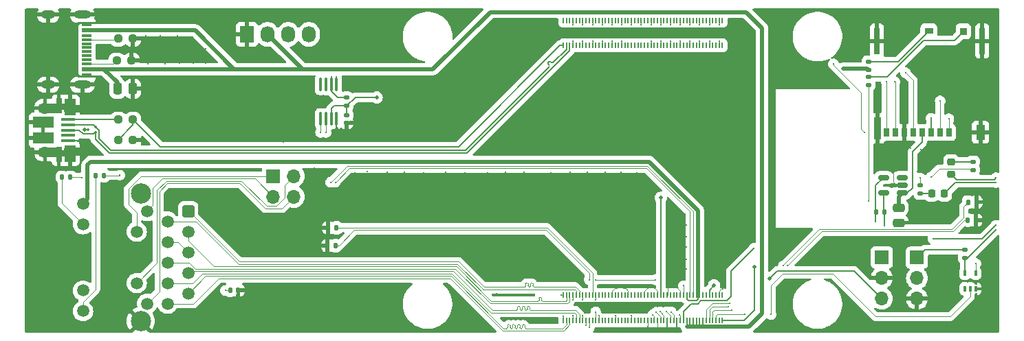
<source format=gbr>
%TF.GenerationSoftware,KiCad,Pcbnew,8.0.4*%
%TF.CreationDate,2024-11-24T01:25:27+11:00*%
%TF.ProjectId,cm4-bare-minimum,636d342d-6261-4726-952d-6d696e696d75,V0.1*%
%TF.SameCoordinates,Original*%
%TF.FileFunction,Copper,L1,Top*%
%TF.FilePolarity,Positive*%
%FSLAX46Y46*%
G04 Gerber Fmt 4.6, Leading zero omitted, Abs format (unit mm)*
G04 Created by KiCad (PCBNEW 8.0.4) date 2024-11-24 01:25:27*
%MOMM*%
%LPD*%
G01*
G04 APERTURE LIST*
G04 Aperture macros list*
%AMRoundRect*
0 Rectangle with rounded corners*
0 $1 Rounding radius*
0 $2 $3 $4 $5 $6 $7 $8 $9 X,Y pos of 4 corners*
0 Add a 4 corners polygon primitive as box body*
4,1,4,$2,$3,$4,$5,$6,$7,$8,$9,$2,$3,0*
0 Add four circle primitives for the rounded corners*
1,1,$1+$1,$2,$3*
1,1,$1+$1,$4,$5*
1,1,$1+$1,$6,$7*
1,1,$1+$1,$8,$9*
0 Add four rect primitives between the rounded corners*
20,1,$1+$1,$2,$3,$4,$5,0*
20,1,$1+$1,$4,$5,$6,$7,0*
20,1,$1+$1,$6,$7,$8,$9,0*
20,1,$1+$1,$8,$9,$2,$3,0*%
G04 Aperture macros list end*
%TA.AperFunction,SMDPad,CuDef*%
%ADD10RoundRect,0.135000X0.135000X0.185000X-0.135000X0.185000X-0.135000X-0.185000X0.135000X-0.185000X0*%
%TD*%
%TA.AperFunction,SMDPad,CuDef*%
%ADD11RoundRect,0.140000X-0.170000X0.140000X-0.170000X-0.140000X0.170000X-0.140000X0.170000X0.140000X0*%
%TD*%
%TA.AperFunction,SMDPad,CuDef*%
%ADD12RoundRect,0.237500X-0.250000X-0.237500X0.250000X-0.237500X0.250000X0.237500X-0.250000X0.237500X0*%
%TD*%
%TA.AperFunction,SMDPad,CuDef*%
%ADD13RoundRect,0.135000X-0.135000X-0.185000X0.135000X-0.185000X0.135000X0.185000X-0.135000X0.185000X0*%
%TD*%
%TA.AperFunction,SMDPad,CuDef*%
%ADD14RoundRect,0.140000X-0.140000X-0.170000X0.140000X-0.170000X0.140000X0.170000X-0.140000X0.170000X0*%
%TD*%
%TA.AperFunction,SMDPad,CuDef*%
%ADD15RoundRect,0.218750X-0.256250X0.218750X-0.256250X-0.218750X0.256250X-0.218750X0.256250X0.218750X0*%
%TD*%
%TA.AperFunction,SMDPad,CuDef*%
%ADD16RoundRect,0.135000X0.185000X-0.135000X0.185000X0.135000X-0.185000X0.135000X-0.185000X-0.135000X0*%
%TD*%
%TA.AperFunction,ComponentPad*%
%ADD17RoundRect,0.250500X-0.499500X0.499500X-0.499500X-0.499500X0.499500X-0.499500X0.499500X0.499500X0*%
%TD*%
%TA.AperFunction,ComponentPad*%
%ADD18C,1.500000*%
%TD*%
%TA.AperFunction,ComponentPad*%
%ADD19C,2.500000*%
%TD*%
%TA.AperFunction,SMDPad,CuDef*%
%ADD20RoundRect,0.135000X-0.185000X0.135000X-0.185000X-0.135000X0.185000X-0.135000X0.185000X0.135000X0*%
%TD*%
%TA.AperFunction,SMDPad,CuDef*%
%ADD21RoundRect,0.218750X-0.218750X-0.256250X0.218750X-0.256250X0.218750X0.256250X-0.218750X0.256250X0*%
%TD*%
%TA.AperFunction,ComponentPad*%
%ADD22R,1.730000X2.030000*%
%TD*%
%TA.AperFunction,ComponentPad*%
%ADD23O,1.730000X2.030000*%
%TD*%
%TA.AperFunction,ComponentPad*%
%ADD24R,1.700000X1.700000*%
%TD*%
%TA.AperFunction,ComponentPad*%
%ADD25O,1.700000X1.700000*%
%TD*%
%TA.AperFunction,SMDPad,CuDef*%
%ADD26RoundRect,0.100000X0.100000X-0.225000X0.100000X0.225000X-0.100000X0.225000X-0.100000X-0.225000X0*%
%TD*%
%TA.AperFunction,SMDPad,CuDef*%
%ADD27RoundRect,0.100000X0.100000X-0.712500X0.100000X0.712500X-0.100000X0.712500X-0.100000X-0.712500X0*%
%TD*%
%TA.AperFunction,SMDPad,CuDef*%
%ADD28R,1.150000X0.600000*%
%TD*%
%TA.AperFunction,SMDPad,CuDef*%
%ADD29R,1.150000X0.300000*%
%TD*%
%TA.AperFunction,ComponentPad*%
%ADD30O,2.100000X1.000000*%
%TD*%
%TA.AperFunction,ComponentPad*%
%ADD31O,1.800000X1.000000*%
%TD*%
%TA.AperFunction,SMDPad,CuDef*%
%ADD32R,0.700000X1.100000*%
%TD*%
%TA.AperFunction,SMDPad,CuDef*%
%ADD33R,0.900000X0.930000*%
%TD*%
%TA.AperFunction,SMDPad,CuDef*%
%ADD34R,1.050000X0.780000*%
%TD*%
%TA.AperFunction,SMDPad,CuDef*%
%ADD35R,0.700000X3.330000*%
%TD*%
%TA.AperFunction,SMDPad,CuDef*%
%ADD36R,1.140000X1.830000*%
%TD*%
%TA.AperFunction,SMDPad,CuDef*%
%ADD37R,0.860000X2.800000*%
%TD*%
%TA.AperFunction,SMDPad,CuDef*%
%ADD38RoundRect,0.250000X-0.250000X-0.475000X0.250000X-0.475000X0.250000X0.475000X-0.250000X0.475000X0*%
%TD*%
%TA.AperFunction,SMDPad,CuDef*%
%ADD39RoundRect,0.150000X0.512500X0.150000X-0.512500X0.150000X-0.512500X-0.150000X0.512500X-0.150000X0*%
%TD*%
%TA.AperFunction,SMDPad,CuDef*%
%ADD40R,0.200000X0.700000*%
%TD*%
%TA.AperFunction,SMDPad,CuDef*%
%ADD41RoundRect,0.250000X-0.475000X0.250000X-0.475000X-0.250000X0.475000X-0.250000X0.475000X0.250000X0*%
%TD*%
%TA.AperFunction,SMDPad,CuDef*%
%ADD42R,1.750000X0.400000*%
%TD*%
%TA.AperFunction,SMDPad,CuDef*%
%ADD43R,0.700000X1.825000*%
%TD*%
%TA.AperFunction,SMDPad,CuDef*%
%ADD44R,1.400000X2.000000*%
%TD*%
%TA.AperFunction,SMDPad,CuDef*%
%ADD45R,2.000000X1.300000*%
%TD*%
%TA.AperFunction,ComponentPad*%
%ADD46O,1.700000X1.300000*%
%TD*%
%TA.AperFunction,ComponentPad*%
%ADD47O,1.400000X1.000000*%
%TD*%
%TA.AperFunction,SMDPad,CuDef*%
%ADD48R,2.500000X1.425000*%
%TD*%
%TA.AperFunction,SMDPad,CuDef*%
%ADD49RoundRect,0.075000X0.075000X-0.075000X0.075000X0.075000X-0.075000X0.075000X-0.075000X-0.075000X0*%
%TD*%
%TA.AperFunction,ViaPad*%
%ADD50C,0.300000*%
%TD*%
%TA.AperFunction,ViaPad*%
%ADD51C,0.500000*%
%TD*%
%TA.AperFunction,Conductor*%
%ADD52C,0.100000*%
%TD*%
%TA.AperFunction,Conductor*%
%ADD53C,0.200000*%
%TD*%
%TA.AperFunction,Conductor*%
%ADD54C,0.500000*%
%TD*%
G04 APERTURE END LIST*
D10*
%TO.P,R11,1*%
%TO.N,/SD_VDD_Override*%
X78285000Y-79275000D03*
%TO.P,R11,2*%
%TO.N,GND*%
X77265000Y-79275000D03*
%TD*%
D11*
%TO.P,C1,1*%
%TO.N,/CM4_3V3*%
X79650000Y-63170000D03*
%TO.P,C1,2*%
%TO.N,GND*%
X79650000Y-64130000D03*
%TD*%
D12*
%TO.P,R2,1*%
%TO.N,Net-(J2-VBUS)*%
X51512500Y-63725000D03*
%TO.P,R2,2*%
%TO.N,/USB_OTG_ID*%
X53337500Y-63725000D03*
%TD*%
%TO.P,R3,1*%
%TO.N,/USB_OTG_ID*%
X51512500Y-66235000D03*
%TO.P,R3,2*%
%TO.N,GND*%
X53337500Y-66235000D03*
%TD*%
D13*
%TO.P,R17,1*%
%TO.N,/WiFi_nDisable*%
X156140000Y-73900000D03*
%TO.P,R17,2*%
%TO.N,GND*%
X157160000Y-73900000D03*
%TD*%
D14*
%TO.P,C4,1*%
%TO.N,Net-(C4-Pad1)*%
X65320000Y-84775000D03*
%TO.P,C4,2*%
%TO.N,GND*%
X66280000Y-84775000D03*
%TD*%
D15*
%TO.P,D2,1,K*%
%TO.N,Net-(D2-K)*%
X154062500Y-68912500D03*
%TO.P,D2,2,A*%
%TO.N,/CM4_3V3*%
X154062500Y-70487500D03*
%TD*%
D16*
%TO.P,R4,1*%
%TO.N,/CM4_3V3*%
X143875000Y-57585000D03*
%TO.P,R4,2*%
%TO.N,Net-(J3-DET_A)*%
X143875000Y-56565000D03*
%TD*%
D12*
%TO.P,R7,1*%
%TO.N,Net-(J4-CC2)*%
X51337500Y-56450000D03*
%TO.P,R7,2*%
%TO.N,GND*%
X53162500Y-56450000D03*
%TD*%
D17*
%TO.P,U5,1,TRD0+*%
%TO.N,/TRD0_P*%
X60127500Y-75010000D03*
D18*
%TO.P,U5,2,TRD0-*%
%TO.N,/TRD0_N*%
X57587500Y-76280000D03*
%TO.P,U5,3,TRD1+*%
%TO.N,/TRD1_P*%
X60127500Y-77550000D03*
%TO.P,U5,4,CT*%
%TO.N,Net-(C4-Pad1)*%
X57587500Y-78820000D03*
%TO.P,U5,5,CT*%
X60127500Y-80090000D03*
%TO.P,U5,6,TRD1-*%
%TO.N,/TRD1_N*%
X57587500Y-81360000D03*
%TO.P,U5,7,TRD2+*%
%TO.N,/TRD2_P*%
X60127500Y-82630000D03*
%TO.P,U5,8,TRD2-*%
%TO.N,/TRD2_N*%
X57587500Y-83900000D03*
%TO.P,U5,9,TRD3+*%
%TO.N,/TRD3_P*%
X60127500Y-85170000D03*
%TO.P,U5,10,TRD3-*%
%TO.N,/TRD3_N*%
X57587500Y-86440000D03*
%TO.P,U5,11,VC1*%
%TO.N,/TR0_TAP*%
X55067500Y-75010000D03*
%TO.P,U5,12,VC2*%
%TO.N,/TR1_TAP*%
X53797500Y-77550000D03*
%TO.P,U5,13,VC3*%
%TO.N,/TR2_TAP*%
X53797500Y-83900000D03*
%TO.P,U5,14,VC4*%
%TO.N,/TR3_TAP*%
X55067500Y-86440000D03*
%TO.P,U5,15,LEDG_A*%
%TO.N,/CM4_3V3*%
X47177500Y-74095000D03*
%TO.P,U5,16,LEDG_K*%
%TO.N,Net-(U5-LEDG_K)*%
X47177500Y-76635000D03*
%TO.P,U5,17,LEDY_A*%
%TO.N,/CM4_3V3*%
X47177500Y-84815000D03*
%TO.P,U5,18,LEDY_K*%
%TO.N,Net-(U5-LEDY_K)*%
X47177500Y-87355000D03*
D19*
%TO.P,U5,19,SHIELD*%
%TO.N,GND*%
X54287500Y-72850000D03*
%TO.P,U5,20,SHIELD*%
X54287500Y-88600000D03*
%TD*%
D13*
%TO.P,R15,1*%
%TO.N,Net-(U5-LEDY_K)*%
X48740000Y-70625000D03*
%TO.P,R15,2*%
%TO.N,/ETH_LEDY*%
X49760000Y-70625000D03*
%TD*%
D20*
%TO.P,R1,1*%
%TO.N,Net-(J1-Pin_3)*%
X79650000Y-61015000D03*
%TO.P,R1,2*%
%TO.N,/CM4_3V3*%
X79650000Y-62035000D03*
%TD*%
D21*
%TO.P,D1,1,K*%
%TO.N,Net-(D1-K)*%
X151650000Y-72875000D03*
%TO.P,D1,2,A*%
%TO.N,/CM4_3V3*%
X153225000Y-72875000D03*
%TD*%
D20*
%TO.P,R9,1*%
%TO.N,Net-(J6-Pin_1)*%
X155750000Y-79790000D03*
%TO.P,R9,2*%
%TO.N,/CM4_3V3*%
X155750000Y-80810000D03*
%TD*%
D10*
%TO.P,R8,1*%
%TO.N,/CM4_3V3*%
X145810000Y-75150000D03*
%TO.P,R8,2*%
%TO.N,/SD_PWR_ON*%
X144790000Y-75150000D03*
%TD*%
D22*
%TO.P,J1,1,Pin_1*%
%TO.N,GND*%
X67355000Y-53200000D03*
D23*
%TO.P,J1,2,Pin_2*%
%TO.N,/CM4_5V*%
X69895000Y-53200000D03*
%TO.P,J1,3,Pin_3*%
%TO.N,Net-(J1-Pin_3)*%
X72435000Y-53200000D03*
%TO.P,J1,4,Pin_4*%
%TO.N,Net-(J1-Pin_4)*%
X74975000Y-53200000D03*
%TD*%
D24*
%TO.P,J5,1,Pin_1*%
%TO.N,/Global_EN*%
X145525000Y-80725000D03*
D25*
%TO.P,J5,2,Pin_2*%
%TO.N,GND*%
X145525000Y-83265000D03*
%TO.P,J5,3,Pin_3*%
%TO.N,/RUN_PG*%
X145525000Y-85805000D03*
%TD*%
D26*
%TO.P,U4,1*%
%TO.N,N/C*%
X155762500Y-84600000D03*
%TO.P,U4,2*%
%TO.N,/nPI_LED_PWR*%
X156412500Y-84600000D03*
%TO.P,U4,3,GND*%
%TO.N,GND*%
X157062500Y-84600000D03*
%TO.P,U4,4*%
%TO.N,Net-(R10-Pad2)*%
X157062500Y-82700000D03*
%TO.P,U4,5,VCC*%
%TO.N,/CM4_3V3*%
X155762500Y-82700000D03*
%TD*%
D12*
%TO.P,R6,1*%
%TO.N,Net-(J4-CC1)*%
X51487500Y-53725000D03*
%TO.P,R6,2*%
%TO.N,GND*%
X53312500Y-53725000D03*
%TD*%
D27*
%TO.P,U2,1,SDA*%
%TO.N,/SDA0*%
X76425000Y-63612500D03*
%TO.P,U2,2,SCL*%
%TO.N,/SCL0*%
X77075000Y-63612500D03*
%TO.P,U2,3,VDD*%
%TO.N,/CM4_3V3*%
X77725000Y-63612500D03*
%TO.P,U2,4,GND*%
%TO.N,GND*%
X78375000Y-63612500D03*
%TO.P,U2,5,PWM*%
%TO.N,Net-(J1-Pin_4)*%
X78375000Y-59387500D03*
%TO.P,U2,6,TACH*%
%TO.N,Net-(J1-Pin_3)*%
X77725000Y-59387500D03*
%TO.P,U2,7,CLK*%
%TO.N,unconnected-(U2-CLK-Pad7)*%
X77075000Y-59387500D03*
%TO.P,U2,8,nALERT*%
%TO.N,unconnected-(U2-nALERT-Pad8)*%
X76425000Y-59387500D03*
%TD*%
D28*
%TO.P,J4,A1_B12,GND*%
%TO.N,GND*%
X47655000Y-51895000D03*
%TO.P,J4,A4_B9,VBUS*%
%TO.N,/CM4_5V*%
X47655000Y-52695000D03*
D29*
%TO.P,J4,A5,CC1*%
%TO.N,Net-(J4-CC1)*%
X47655000Y-53845000D03*
%TO.P,J4,A6,DP1*%
%TO.N,unconnected-(J4-DP1-PadA6)*%
X47655000Y-54845000D03*
%TO.P,J4,A7,DN1*%
%TO.N,unconnected-(J4-DN1-PadA7)*%
X47655000Y-55345000D03*
%TO.P,J4,A8,SBU1*%
%TO.N,unconnected-(J4-SBU1-PadA8)*%
X47655000Y-56345000D03*
D28*
%TO.P,J4,B1_A12,GND__1*%
%TO.N,GND*%
X47655000Y-58295000D03*
%TO.P,J4,B4_A9,VBUS__1*%
%TO.N,/CM4_5V*%
X47655000Y-57495000D03*
D29*
%TO.P,J4,B5,CC2*%
%TO.N,Net-(J4-CC2)*%
X47655000Y-56845000D03*
%TO.P,J4,B6,DP2*%
%TO.N,unconnected-(J4-DP2-PadB6)*%
X47655000Y-55845000D03*
%TO.P,J4,B7,DN2*%
%TO.N,unconnected-(J4-DN2-PadB7)*%
X47655000Y-54345000D03*
%TO.P,J4,B8,SBU2*%
%TO.N,unconnected-(J4-SBU2-PadB8)*%
X47655000Y-53345000D03*
D30*
%TO.P,J4,SH1,SHELL_GND*%
%TO.N,GND*%
X47080000Y-50775000D03*
%TO.P,J4,SH2,SHELL_GND__1*%
X47080000Y-59415000D03*
D31*
%TO.P,J4,SH3,SHELL_GND__2*%
X42900000Y-50775000D03*
%TO.P,J4,SH4,SHELL_GND__3*%
X42900000Y-59415000D03*
%TD*%
D13*
%TO.P,R16,1*%
%TO.N,/BT_nDisable*%
X156115000Y-76125000D03*
%TO.P,R16,2*%
%TO.N,GND*%
X157135000Y-76125000D03*
%TD*%
D32*
%TO.P,J3,1,DAT2*%
%TO.N,/SD_DAT2*%
X153780000Y-65300000D03*
%TO.P,J3,2,DAT3/CD*%
%TO.N,/SD_DAT3*%
X152680000Y-65300000D03*
%TO.P,J3,3,CMD*%
%TO.N,/SD_CMD*%
X151580000Y-65300000D03*
%TO.P,J3,4,VDD*%
%TO.N,/SD_PWR*%
X150480000Y-65300000D03*
%TO.P,J3,5,CLK*%
%TO.N,/SD_CLK*%
X149380000Y-65300000D03*
%TO.P,J3,6,VSS*%
%TO.N,GND*%
X148280000Y-65300000D03*
%TO.P,J3,7,DAT0*%
%TO.N,/SD_DAT0*%
X147180000Y-65300000D03*
%TO.P,J3,8,DAT1*%
%TO.N,/SD_DAT1*%
X146080000Y-65300000D03*
D33*
%TO.P,J3,9,DET_B*%
%TO.N,Net-(J3-DET_B)*%
X155570000Y-52835000D03*
D34*
%TO.P,J3,10,DET_A*%
%TO.N,Net-(J3-DET_A)*%
X151305000Y-52760000D03*
D35*
%TO.P,J3,11,SHIELD*%
%TO.N,GND*%
X157880000Y-54035000D03*
D36*
X157660000Y-65285000D03*
D37*
X145000000Y-64800000D03*
D35*
X144920000Y-54035000D03*
%TD*%
D38*
%TO.P,C3,1*%
%TO.N,/CM4_5V*%
X51425000Y-59900000D03*
%TO.P,C3,2*%
%TO.N,GND*%
X53325000Y-59900000D03*
%TD*%
D16*
%TO.P,R10,1*%
%TO.N,Net-(D1-K)*%
X150262500Y-72860000D03*
%TO.P,R10,2*%
%TO.N,Net-(R10-Pad2)*%
X150262500Y-71840000D03*
%TD*%
D20*
%TO.P,R12,1*%
%TO.N,Net-(D2-K)*%
X156762500Y-68915000D03*
%TO.P,R12,2*%
%TO.N,/PI_nLED_Activity*%
X156762500Y-69935000D03*
%TD*%
D39*
%TO.P,U3,1,OUT*%
%TO.N,/SD_PWR*%
X148012500Y-72787500D03*
%TO.P,U3,2,GND*%
%TO.N,GND*%
X148012500Y-71837500D03*
%TO.P,U3,3,nFLG*%
%TO.N,unconnected-(U3-nFLG-Pad3)*%
X148012500Y-70887500D03*
%TO.P,U3,4,EN*%
%TO.N,/SD_PWR_ON*%
X145737500Y-70887500D03*
%TO.P,U3,5,IN*%
%TO.N,/CM4_3V3*%
X145737500Y-72787500D03*
%TD*%
D24*
%TO.P,J7,1,Pin_1*%
%TO.N,/TR1_TAP*%
X70575000Y-70700000D03*
D25*
%TO.P,J7,2,Pin_2*%
%TO.N,/TR2_TAP*%
X73115000Y-70700000D03*
%TO.P,J7,3,Pin_3*%
%TO.N,/TR0_TAP*%
X70575000Y-73240000D03*
%TO.P,J7,4,Pin_4*%
%TO.N,/TR3_TAP*%
X73115000Y-73240000D03*
%TD*%
D40*
%TO.P,Module1,1,GND*%
%TO.N,GND*%
X106300000Y-88475000D03*
%TO.P,Module1,2,GND*%
X106300000Y-85395000D03*
%TO.P,Module1,3,Ethernet_Pair3_P*%
%TO.N,/TRD3_P*%
X106700000Y-88475000D03*
%TO.P,Module1,4,Ethernet_Pair1_P*%
%TO.N,/TRD1_P*%
X106700000Y-85395000D03*
%TO.P,Module1,5,Ethernet_Pair3_N*%
%TO.N,/TRD3_N*%
X107100000Y-88475000D03*
%TO.P,Module1,6,Ethernet_Pair1_N*%
%TO.N,/TRD1_N*%
X107100000Y-85395000D03*
%TO.P,Module1,7,GND*%
%TO.N,GND*%
X107500000Y-88475000D03*
%TO.P,Module1,8,GND*%
X107500000Y-85395000D03*
%TO.P,Module1,9,Ethernet_Pair2_N*%
%TO.N,/TRD2_N*%
X107900000Y-88475000D03*
%TO.P,Module1,10,Ethernet_Pair0_N*%
%TO.N,/TRD0_N*%
X107900000Y-85395000D03*
%TO.P,Module1,11,Ethernet_Pair2_P*%
%TO.N,/TRD2_P*%
X108300000Y-88475000D03*
%TO.P,Module1,12,Ethernet_Pair0_P*%
%TO.N,/TRD0_P*%
X108300000Y-85395000D03*
%TO.P,Module1,13,GND*%
%TO.N,GND*%
X108700000Y-88475000D03*
%TO.P,Module1,14,GND*%
X108700000Y-85395000D03*
%TO.P,Module1,15,Ethernet_nLED3(3.3v)*%
%TO.N,/ETH_LEDY*%
X109100000Y-88475000D03*
%TO.P,Module1,16,Ethernet_SYNC_IN(1.8v)*%
%TO.N,unconnected-(Module1A-Ethernet_SYNC_IN(1.8v)-Pad16)*%
X109100000Y-85395000D03*
%TO.P,Module1,17,Ethernet_nLED2(3.3v)*%
%TO.N,/ETH_LEDG*%
X109500000Y-88475000D03*
%TO.P,Module1,18,Ethernet_SYNC_OUT(1.8v)*%
%TO.N,unconnected-(Module1A-Ethernet_SYNC_OUT(1.8v)-Pad18)*%
X109500000Y-85395000D03*
%TO.P,Module1,19,Ethernet_nLED1(3.3v)*%
%TO.N,unconnected-(Module1A-Ethernet_nLED1(3.3v)-Pad19)*%
X109900000Y-88475000D03*
%TO.P,Module1,20,EEPROM_nWP*%
%TO.N,/EEPROM_nWP*%
X109900000Y-85395000D03*
%TO.P,Module1,21,PI_nLED_Activity*%
%TO.N,/PI_nLED_Activity*%
X110300000Y-88475000D03*
%TO.P,Module1,22,GND*%
%TO.N,GND*%
X110300000Y-85395000D03*
%TO.P,Module1,23,GND*%
X110700000Y-88475000D03*
%TO.P,Module1,24,GPIO26*%
%TO.N,unconnected-(Module1A-GPIO26-Pad24)*%
X110700000Y-85395000D03*
%TO.P,Module1,25,GPIO21*%
%TO.N,unconnected-(Module1A-GPIO21-Pad25)*%
X111100000Y-88475000D03*
%TO.P,Module1,26,GPIO19*%
%TO.N,unconnected-(Module1A-GPIO19-Pad26)*%
X111100000Y-85395000D03*
%TO.P,Module1,27,GPIO20*%
%TO.N,unconnected-(Module1A-GPIO20-Pad27)*%
X111500000Y-88475000D03*
%TO.P,Module1,28,GPIO13*%
%TO.N,unconnected-(Module1A-GPIO13-Pad28)*%
X111500000Y-85395000D03*
%TO.P,Module1,29,GPIO16*%
%TO.N,unconnected-(Module1A-GPIO16-Pad29)*%
X111900000Y-88475000D03*
%TO.P,Module1,30,GPIO6*%
%TO.N,unconnected-(Module1A-GPIO6-Pad30)*%
X111900000Y-85395000D03*
%TO.P,Module1,31,GPIO12*%
%TO.N,unconnected-(Module1A-GPIO12-Pad31)*%
X112300000Y-88475000D03*
%TO.P,Module1,32,GND*%
%TO.N,GND*%
X112300000Y-85395000D03*
%TO.P,Module1,33,GND*%
X112700000Y-88475000D03*
%TO.P,Module1,34,GPIO5*%
%TO.N,unconnected-(Module1A-GPIO5-Pad34)*%
X112700000Y-85395000D03*
%TO.P,Module1,35,ID_SC*%
%TO.N,unconnected-(Module1A-ID_SC-Pad35)*%
X113100000Y-88475000D03*
%TO.P,Module1,36,ID_SD*%
%TO.N,unconnected-(Module1A-ID_SD-Pad36)*%
X113100000Y-85395000D03*
%TO.P,Module1,37,GPIO7*%
%TO.N,unconnected-(Module1A-GPIO7-Pad37)*%
X113500000Y-88475000D03*
%TO.P,Module1,38,GPIO11*%
%TO.N,unconnected-(Module1A-GPIO11-Pad38)*%
X113500000Y-85395000D03*
%TO.P,Module1,39,GPIO8*%
%TO.N,unconnected-(Module1A-GPIO8-Pad39)*%
X113900000Y-88475000D03*
%TO.P,Module1,40,GPIO9*%
%TO.N,unconnected-(Module1A-GPIO9-Pad40)*%
X113900000Y-85395000D03*
%TO.P,Module1,41,GPIO25*%
%TO.N,unconnected-(Module1A-GPIO25-Pad41)*%
X114300000Y-88475000D03*
%TO.P,Module1,42,GND*%
%TO.N,GND*%
X114300000Y-85395000D03*
%TO.P,Module1,43,GND*%
X114700000Y-88475000D03*
%TO.P,Module1,44,GPIO10*%
%TO.N,unconnected-(Module1A-GPIO10-Pad44)*%
X114700000Y-85395000D03*
%TO.P,Module1,45,GPIO24*%
%TO.N,unconnected-(Module1A-GPIO24-Pad45)*%
X115100000Y-88475000D03*
%TO.P,Module1,46,GPIO22*%
%TO.N,unconnected-(Module1A-GPIO22-Pad46)*%
X115100000Y-85395000D03*
%TO.P,Module1,47,GPIO23*%
%TO.N,unconnected-(Module1A-GPIO23-Pad47)*%
X115500000Y-88475000D03*
%TO.P,Module1,48,GPIO27*%
%TO.N,unconnected-(Module1A-GPIO27-Pad48)*%
X115500000Y-85395000D03*
%TO.P,Module1,49,GPIO18*%
%TO.N,unconnected-(Module1A-GPIO18-Pad49)*%
X115900000Y-88475000D03*
%TO.P,Module1,50,GPIO17*%
%TO.N,unconnected-(Module1A-GPIO17-Pad50)*%
X115900000Y-85395000D03*
%TO.P,Module1,51,GPIO15*%
%TO.N,unconnected-(Module1A-GPIO15-Pad51)*%
X116300000Y-88475000D03*
%TO.P,Module1,52,GND*%
%TO.N,GND*%
X116300000Y-85395000D03*
%TO.P,Module1,53,GND*%
X116700000Y-88475000D03*
%TO.P,Module1,54,GPIO4*%
%TO.N,unconnected-(Module1A-GPIO4-Pad54)*%
X116700000Y-85395000D03*
%TO.P,Module1,55,GPIO14*%
%TO.N,unconnected-(Module1A-GPIO14-Pad55)*%
X117100000Y-88475000D03*
%TO.P,Module1,56,GPIO3*%
%TO.N,unconnected-(Module1A-GPIO3-Pad56)*%
X117100000Y-85395000D03*
%TO.P,Module1,57,SD_CLK*%
%TO.N,/SD_CLK*%
X117500000Y-88475000D03*
%TO.P,Module1,58,GPIO2*%
%TO.N,unconnected-(Module1A-GPIO2-Pad58)*%
X117500000Y-85395000D03*
%TO.P,Module1,59,GND*%
%TO.N,GND*%
X117900000Y-88475000D03*
%TO.P,Module1,60,GND*%
X117900000Y-85395000D03*
%TO.P,Module1,61,SD_DAT3*%
%TO.N,/SD_DAT3*%
X118300000Y-88475000D03*
%TO.P,Module1,62,SD_CMD*%
%TO.N,/SD_CMD*%
X118300000Y-85395000D03*
%TO.P,Module1,63,SD_DAT0*%
%TO.N,/SD_DAT0*%
X118700000Y-88475000D03*
%TO.P,Module1,64,SD_DAT5*%
%TO.N,unconnected-(Module1A-SD_DAT5-Pad64)*%
X118700000Y-85395000D03*
%TO.P,Module1,65,GND*%
%TO.N,GND*%
X119100000Y-88475000D03*
%TO.P,Module1,66,GND*%
X119100000Y-85395000D03*
%TO.P,Module1,67,SD_DAT1*%
%TO.N,/SD_DAT1*%
X119500000Y-88475000D03*
%TO.P,Module1,68,SD_DAT4*%
%TO.N,unconnected-(Module1A-SD_DAT4-Pad68)*%
X119500000Y-85395000D03*
%TO.P,Module1,69,SD_DAT2*%
%TO.N,/SD_DAT2*%
X119900000Y-88475000D03*
%TO.P,Module1,70,SD_DAT7*%
%TO.N,unconnected-(Module1A-SD_DAT7-Pad70)*%
X119900000Y-85395000D03*
%TO.P,Module1,71,GND*%
%TO.N,GND*%
X120300000Y-88475000D03*
%TO.P,Module1,72,SD_DAT6*%
%TO.N,unconnected-(Module1A-SD_DAT6-Pad72)*%
X120300000Y-85395000D03*
%TO.P,Module1,73,SD_VDD_Override*%
%TO.N,/SD_VDD_Override*%
X120700000Y-88475000D03*
%TO.P,Module1,74,GND*%
%TO.N,GND*%
X120700000Y-85395000D03*
%TO.P,Module1,75,SD_PWR_ON*%
%TO.N,/SD_PWR_ON*%
X121100000Y-88475000D03*
%TO.P,Module1,76,Reserved*%
%TO.N,/Reserved*%
X121100000Y-85395000D03*
%TO.P,Module1,77,+5v_(Input)*%
%TO.N,/CM4_5V*%
X121500000Y-88475000D03*
%TO.P,Module1,78,GPIO_VREF(1.8v/3.3v_Input)*%
%TO.N,/CM4_3V3*%
X121500000Y-85395000D03*
%TO.P,Module1,79,+5v_(Input)*%
%TO.N,/CM4_5V*%
X121900000Y-88475000D03*
%TO.P,Module1,80,SCL0*%
%TO.N,/SCL0*%
X121900000Y-85395000D03*
%TO.P,Module1,81,+5v_(Input)*%
%TO.N,/CM4_5V*%
X122300000Y-88475000D03*
%TO.P,Module1,82,SDA0*%
%TO.N,/SDA0*%
X122300000Y-85395000D03*
%TO.P,Module1,83,+5v_(Input)*%
%TO.N,/CM4_5V*%
X122700000Y-88475000D03*
%TO.P,Module1,84,+3.3v_(Output)*%
%TO.N,/CM4_3V3*%
X122700000Y-85395000D03*
%TO.P,Module1,85,+5v_(Input)*%
%TO.N,/CM4_5V*%
X123100000Y-88475000D03*
%TO.P,Module1,86,+3.3v_(Output)*%
%TO.N,/CM4_3V3*%
X123100000Y-85395000D03*
%TO.P,Module1,87,+5v_(Input)*%
%TO.N,/CM4_5V*%
X123500000Y-88475000D03*
%TO.P,Module1,88,+1.8v_(Output)*%
%TO.N,unconnected-(Module1A-+1.8v_(Output)-Pad88)*%
X123500000Y-85395000D03*
%TO.P,Module1,89,WiFi_nDisable*%
%TO.N,/WiFi_nDisable*%
X123900000Y-88475000D03*
%TO.P,Module1,90,+1.8v_(Output)*%
%TO.N,unconnected-(Module1A-+1.8v_(Output)-Pad90)*%
X123900000Y-85395000D03*
%TO.P,Module1,91,BT_nDisable*%
%TO.N,/BT_nDisable*%
X124300000Y-88475000D03*
%TO.P,Module1,92,RUN_PG*%
%TO.N,/RUN_PG*%
X124300000Y-85395000D03*
%TO.P,Module1,93,nRPIBOOT*%
%TO.N,/nRPIBOOT*%
X124700000Y-88475000D03*
%TO.P,Module1,94,AnalogIP1*%
%TO.N,unconnected-(Module1A-AnalogIP1-Pad94)*%
X124700000Y-85395000D03*
%TO.P,Module1,95,nPI_LED_PWR*%
%TO.N,/nPI_LED_PWR*%
X125100000Y-88475000D03*
%TO.P,Module1,96,AnalogIP0*%
%TO.N,unconnected-(Module1A-AnalogIP0-Pad96)*%
X125100000Y-85395000D03*
%TO.P,Module1,97,Camera_GPIO*%
%TO.N,unconnected-(Module1A-Camera_GPIO-Pad97)*%
X125500000Y-88475000D03*
%TO.P,Module1,98,GND*%
%TO.N,GND*%
X125500000Y-85395000D03*
%TO.P,Module1,99,Global_EN*%
%TO.N,/Global_EN*%
X125900000Y-88475000D03*
%TO.P,Module1,100,nEXTRST*%
%TO.N,unconnected-(Module1A-nEXTRST-Pad100)*%
X125900000Y-85395000D03*
%TO.P,Module1,101,USB_OTG_ID*%
%TO.N,/USB_OTG_ID*%
X106300000Y-54555000D03*
%TO.P,Module1,102,PCIe_CLK_nREQ*%
%TO.N,unconnected-(Module1B-PCIe_CLK_nREQ-Pad102)*%
X106300000Y-51475000D03*
%TO.P,Module1,103,USB2_N*%
%TO.N,/USB2_N*%
X106700000Y-54555000D03*
%TO.P,Module1,104,Reserved*%
%TO.N,unconnected-(Module1B-Reserved-Pad104)*%
X106700000Y-51475000D03*
%TO.P,Module1,105,USB2_P*%
%TO.N,/USB2_P*%
X107100000Y-54555000D03*
%TO.P,Module1,106,Reserved*%
%TO.N,unconnected-(Module1B-Reserved-Pad106)*%
X107100000Y-51475000D03*
%TO.P,Module1,107,GND*%
%TO.N,GND*%
X107500000Y-54555000D03*
%TO.P,Module1,108,GND*%
X107500000Y-51475000D03*
%TO.P,Module1,109,PCIe_nRST*%
%TO.N,unconnected-(Module1B-PCIe_nRST-Pad109)*%
X107900000Y-54555000D03*
%TO.P,Module1,110,PCIe_CLK_P*%
%TO.N,unconnected-(Module1B-PCIe_CLK_P-Pad110)*%
X107900000Y-51475000D03*
%TO.P,Module1,111,VDAC_COMP*%
%TO.N,unconnected-(Module1B-VDAC_COMP-Pad111)*%
X108300000Y-54555000D03*
%TO.P,Module1,112,PCIe_CLK_N*%
%TO.N,unconnected-(Module1B-PCIe_CLK_N-Pad112)*%
X108300000Y-51475000D03*
%TO.P,Module1,113,GND*%
%TO.N,GND*%
X108700000Y-54555000D03*
%TO.P,Module1,114,GND*%
X108700000Y-51475000D03*
%TO.P,Module1,115,CAM1_D0_N*%
%TO.N,unconnected-(Module1B-CAM1_D0_N-Pad115)*%
X109100000Y-54555000D03*
%TO.P,Module1,116,PCIe_RX_P*%
%TO.N,unconnected-(Module1B-PCIe_RX_P-Pad116)*%
X109100000Y-51475000D03*
%TO.P,Module1,117,CAM1_D0_P*%
%TO.N,unconnected-(Module1B-CAM1_D0_P-Pad117)*%
X109500000Y-54555000D03*
%TO.P,Module1,118,PCIe_RX_N*%
%TO.N,unconnected-(Module1B-PCIe_RX_N-Pad118)*%
X109500000Y-51475000D03*
%TO.P,Module1,119,GND*%
%TO.N,GND*%
X109900000Y-54555000D03*
%TO.P,Module1,120,GND*%
X109900000Y-51475000D03*
%TO.P,Module1,121,CAM1_D1_N*%
%TO.N,unconnected-(Module1B-CAM1_D1_N-Pad121)*%
X110300000Y-54555000D03*
%TO.P,Module1,122,PCIe_TX_P*%
%TO.N,unconnected-(Module1B-PCIe_TX_P-Pad122)*%
X110300000Y-51475000D03*
%TO.P,Module1,123,CAM1_D1_P*%
%TO.N,unconnected-(Module1B-CAM1_D1_P-Pad123)*%
X110700000Y-54555000D03*
%TO.P,Module1,124,PCIe_TX_N*%
%TO.N,unconnected-(Module1B-PCIe_TX_N-Pad124)*%
X110700000Y-51475000D03*
%TO.P,Module1,125,GND*%
%TO.N,GND*%
X111100000Y-54555000D03*
%TO.P,Module1,126,GND*%
X111100000Y-51475000D03*
%TO.P,Module1,127,CAM1_C_N*%
%TO.N,unconnected-(Module1B-CAM1_C_N-Pad127)*%
X111500000Y-54555000D03*
%TO.P,Module1,128,CAM0_D0_N*%
%TO.N,unconnected-(Module1B-CAM0_D0_N-Pad128)*%
X111500000Y-51475000D03*
%TO.P,Module1,129,CAM1_C_P*%
%TO.N,unconnected-(Module1B-CAM1_C_P-Pad129)*%
X111900000Y-54555000D03*
%TO.P,Module1,130,CAM0_D0_P*%
%TO.N,unconnected-(Module1B-CAM0_D0_P-Pad130)*%
X111900000Y-51475000D03*
%TO.P,Module1,131,GND*%
%TO.N,GND*%
X112300000Y-54555000D03*
%TO.P,Module1,132,GND*%
X112300000Y-51475000D03*
%TO.P,Module1,133,CAM1_D2_N*%
%TO.N,unconnected-(Module1B-CAM1_D2_N-Pad133)*%
X112700000Y-54555000D03*
%TO.P,Module1,134,CAM0_D1_N*%
%TO.N,unconnected-(Module1B-CAM0_D1_N-Pad134)*%
X112700000Y-51475000D03*
%TO.P,Module1,135,CAM1_D2_P*%
%TO.N,unconnected-(Module1B-CAM1_D2_P-Pad135)*%
X113100000Y-54555000D03*
%TO.P,Module1,136,CAM0_D1_P*%
%TO.N,unconnected-(Module1B-CAM0_D1_P-Pad136)*%
X113100000Y-51475000D03*
%TO.P,Module1,137,GND*%
%TO.N,GND*%
X113500000Y-54555000D03*
%TO.P,Module1,138,GND*%
X113500000Y-51475000D03*
%TO.P,Module1,139,CAM1_D3_N*%
%TO.N,unconnected-(Module1B-CAM1_D3_N-Pad139)*%
X113900000Y-54555000D03*
%TO.P,Module1,140,CAM0_C_N*%
%TO.N,unconnected-(Module1B-CAM0_C_N-Pad140)*%
X113900000Y-51475000D03*
%TO.P,Module1,141,CAM1_D3_P*%
%TO.N,unconnected-(Module1B-CAM1_D3_P-Pad141)*%
X114300000Y-54555000D03*
%TO.P,Module1,142,CAM0_C_P*%
%TO.N,unconnected-(Module1B-CAM0_C_P-Pad142)*%
X114300000Y-51475000D03*
%TO.P,Module1,143,HDMI1_HOTPLUG*%
%TO.N,unconnected-(Module1B-HDMI1_HOTPLUG-Pad143)*%
X114700000Y-54555000D03*
%TO.P,Module1,144,GND*%
%TO.N,GND*%
X114700000Y-51475000D03*
%TO.P,Module1,145,HDMI1_SDA*%
%TO.N,unconnected-(Module1B-HDMI1_SDA-Pad145)*%
X115100000Y-54555000D03*
%TO.P,Module1,146,HDMI1_TX2_P*%
%TO.N,unconnected-(Module1B-HDMI1_TX2_P-Pad146)*%
X115100000Y-51475000D03*
%TO.P,Module1,147,HDMI1_SCL*%
%TO.N,unconnected-(Module1B-HDMI1_SCL-Pad147)*%
X115500000Y-54555000D03*
%TO.P,Module1,148,HDMI1_TX2_N*%
%TO.N,unconnected-(Module1B-HDMI1_TX2_N-Pad148)*%
X115500000Y-51475000D03*
%TO.P,Module1,149,HDMI1_CEC*%
%TO.N,unconnected-(Module1B-HDMI1_CEC-Pad149)*%
X115900000Y-54555000D03*
%TO.P,Module1,150,GND*%
%TO.N,GND*%
X115900000Y-51475000D03*
%TO.P,Module1,151,HDMI0_CEC*%
%TO.N,unconnected-(Module1B-HDMI0_CEC-Pad151)*%
X116300000Y-54555000D03*
%TO.P,Module1,152,HDMI1_TX1_P*%
%TO.N,unconnected-(Module1B-HDMI1_TX1_P-Pad152)*%
X116300000Y-51475000D03*
%TO.P,Module1,153,HDMI0_HOTPLUG*%
%TO.N,unconnected-(Module1B-HDMI0_HOTPLUG-Pad153)*%
X116700000Y-54555000D03*
%TO.P,Module1,154,HDMI1_TX1_N*%
%TO.N,unconnected-(Module1B-HDMI1_TX1_N-Pad154)*%
X116700000Y-51475000D03*
%TO.P,Module1,155,GND*%
%TO.N,GND*%
X117100000Y-54555000D03*
%TO.P,Module1,156,GND*%
X117100000Y-51475000D03*
%TO.P,Module1,157,DSI0_D0_N*%
%TO.N,unconnected-(Module1B-DSI0_D0_N-Pad157)*%
X117500000Y-54555000D03*
%TO.P,Module1,158,HDMI1_TX0_P*%
%TO.N,unconnected-(Module1B-HDMI1_TX0_P-Pad158)*%
X117500000Y-51475000D03*
%TO.P,Module1,159,DSI0_D0_P*%
%TO.N,unconnected-(Module1B-DSI0_D0_P-Pad159)*%
X117900000Y-54555000D03*
%TO.P,Module1,160,HDMI1_TX0_N*%
%TO.N,unconnected-(Module1B-HDMI1_TX0_N-Pad160)*%
X117900000Y-51475000D03*
%TO.P,Module1,161,GND*%
%TO.N,GND*%
X118300000Y-54555000D03*
%TO.P,Module1,162,GND*%
X118300000Y-51475000D03*
%TO.P,Module1,163,DSI0_D1_N*%
%TO.N,unconnected-(Module1B-DSI0_D1_N-Pad163)*%
X118700000Y-54555000D03*
%TO.P,Module1,164,HDMI1_CLK_P*%
%TO.N,unconnected-(Module1B-HDMI1_CLK_P-Pad164)*%
X118700000Y-51475000D03*
%TO.P,Module1,165,DSI0_D1_P*%
%TO.N,unconnected-(Module1B-DSI0_D1_P-Pad165)*%
X119100000Y-54555000D03*
%TO.P,Module1,166,HDMI1_CLK_N*%
%TO.N,unconnected-(Module1B-HDMI1_CLK_N-Pad166)*%
X119100000Y-51475000D03*
%TO.P,Module1,167,GND*%
%TO.N,GND*%
X119500000Y-54555000D03*
%TO.P,Module1,168,GND*%
X119500000Y-51475000D03*
%TO.P,Module1,169,DSI0_C_N*%
%TO.N,unconnected-(Module1B-DSI0_C_N-Pad169)*%
X119900000Y-54555000D03*
%TO.P,Module1,170,HDMI0_TX2_P*%
%TO.N,unconnected-(Module1B-HDMI0_TX2_P-Pad170)*%
X119900000Y-51475000D03*
%TO.P,Module1,171,DSI0_C_P*%
%TO.N,unconnected-(Module1B-DSI0_C_P-Pad171)*%
X120300000Y-54555000D03*
%TO.P,Module1,172,HDMI0_TX2_N*%
%TO.N,unconnected-(Module1B-HDMI0_TX2_N-Pad172)*%
X120300000Y-51475000D03*
%TO.P,Module1,173,GND*%
%TO.N,GND*%
X120700000Y-54555000D03*
%TO.P,Module1,174,GND*%
X120700000Y-51475000D03*
%TO.P,Module1,175,DSI1_D0_N*%
%TO.N,unconnected-(Module1B-DSI1_D0_N-Pad175)*%
X121100000Y-54555000D03*
%TO.P,Module1,176,HDMI0_TX1_P*%
%TO.N,unconnected-(Module1B-HDMI0_TX1_P-Pad176)*%
X121100000Y-51475000D03*
%TO.P,Module1,177,DSI1_D0_P*%
%TO.N,unconnected-(Module1B-DSI1_D0_P-Pad177)*%
X121500000Y-54555000D03*
%TO.P,Module1,178,HDMI0_TX1_N*%
%TO.N,unconnected-(Module1B-HDMI0_TX1_N-Pad178)*%
X121500000Y-51475000D03*
%TO.P,Module1,179,GND*%
%TO.N,GND*%
X121900000Y-54555000D03*
%TO.P,Module1,180,GND*%
X121900000Y-51475000D03*
%TO.P,Module1,181,DSI1_D1_N*%
%TO.N,unconnected-(Module1B-DSI1_D1_N-Pad181)*%
X122300000Y-54555000D03*
%TO.P,Module1,182,HDMI0_TX0_P*%
%TO.N,unconnected-(Module1B-HDMI0_TX0_P-Pad182)*%
X122300000Y-51475000D03*
%TO.P,Module1,183,DSI1_D1_P*%
%TO.N,unconnected-(Module1B-DSI1_D1_P-Pad183)*%
X122700000Y-54555000D03*
%TO.P,Module1,184,HDMI0_TX0_N*%
%TO.N,unconnected-(Module1B-HDMI0_TX0_N-Pad184)*%
X122700000Y-51475000D03*
%TO.P,Module1,185,GND*%
%TO.N,GND*%
X123100000Y-54555000D03*
%TO.P,Module1,186,GND*%
X123100000Y-51475000D03*
%TO.P,Module1,187,DSI1_C_N*%
%TO.N,unconnected-(Module1B-DSI1_C_N-Pad187)*%
X123500000Y-54555000D03*
%TO.P,Module1,188,HDMI0_CLK_P*%
%TO.N,unconnected-(Module1B-HDMI0_CLK_P-Pad188)*%
X123500000Y-51475000D03*
%TO.P,Module1,189,DSI1_C_P*%
%TO.N,unconnected-(Module1B-DSI1_C_P-Pad189)*%
X123900000Y-54555000D03*
%TO.P,Module1,190,HDMI0_CLK_N*%
%TO.N,unconnected-(Module1B-HDMI0_CLK_N-Pad190)*%
X123900000Y-51475000D03*
%TO.P,Module1,191,GND*%
%TO.N,GND*%
X124300000Y-54555000D03*
%TO.P,Module1,192,GND*%
X124300000Y-51475000D03*
%TO.P,Module1,193,DSI1_D2_N*%
%TO.N,unconnected-(Module1B-DSI1_D2_N-Pad193)*%
X124700000Y-54555000D03*
%TO.P,Module1,194,DSI1_D3_N*%
%TO.N,unconnected-(Module1B-DSI1_D3_N-Pad194)*%
X124700000Y-51475000D03*
%TO.P,Module1,195,DSI1_D2_P*%
%TO.N,unconnected-(Module1B-DSI1_D2_P-Pad195)*%
X125100000Y-54555000D03*
%TO.P,Module1,196,DSI1_D3_P*%
%TO.N,unconnected-(Module1B-DSI1_D3_P-Pad196)*%
X125100000Y-51475000D03*
%TO.P,Module1,197,GND*%
%TO.N,GND*%
X125500000Y-54555000D03*
%TO.P,Module1,198,GND*%
X125500000Y-51475000D03*
%TO.P,Module1,199,HDMI0_SDA*%
%TO.N,unconnected-(Module1B-HDMI0_SDA-Pad199)*%
X125900000Y-54555000D03*
%TO.P,Module1,200,HDMI0_SCL*%
%TO.N,unconnected-(Module1B-HDMI0_SCL-Pad200)*%
X125900000Y-51475000D03*
%TD*%
D16*
%TO.P,R5,1*%
%TO.N,/Reserved*%
X143900000Y-59460000D03*
%TO.P,R5,2*%
%TO.N,Net-(J3-DET_B)*%
X143900000Y-58440000D03*
%TD*%
D41*
%TO.P,C2,1*%
%TO.N,/SD_PWR*%
X147575000Y-74575000D03*
%TO.P,C2,2*%
%TO.N,GND*%
X147575000Y-76475000D03*
%TD*%
D13*
%TO.P,R14,1*%
%TO.N,Net-(U5-LEDG_K)*%
X44590000Y-70825000D03*
%TO.P,R14,2*%
%TO.N,/ETH_LEDG*%
X45610000Y-70825000D03*
%TD*%
D42*
%TO.P,J2,1,VBUS*%
%TO.N,Net-(J2-VBUS)*%
X45320000Y-63725000D03*
%TO.P,J2,2,D-*%
%TO.N,/USB2_N*%
X45320000Y-64375000D03*
%TO.P,J2,3,D+*%
%TO.N,/USB2_P*%
X45320000Y-65025000D03*
%TO.P,J2,4,ID*%
%TO.N,unconnected-(J2-ID-Pad4)*%
X45320000Y-65675000D03*
%TO.P,J2,5,GND*%
%TO.N,GND*%
X45320000Y-66325000D03*
D43*
%TO.P,J2,6,Shield*%
X44200000Y-62037500D03*
D44*
X45560000Y-62175000D03*
D45*
X43430000Y-62300000D03*
D46*
X42500000Y-62300000D03*
D47*
X45530000Y-62600000D03*
D48*
X42250000Y-64062500D03*
X42250000Y-65987500D03*
D47*
X45530000Y-67450000D03*
D45*
X43430000Y-67750000D03*
D46*
X42500000Y-67750000D03*
D44*
X45560000Y-67925000D03*
D43*
X44200000Y-68012500D03*
%TD*%
D49*
%TO.P,U1,1,D+*%
%TO.N,/USB2_P*%
X48687500Y-65297500D03*
%TO.P,U1,2,D-*%
%TO.N,/USB2_N*%
X48687500Y-64597500D03*
%TO.P,U1,3,GND*%
%TO.N,GND*%
X47837500Y-64947500D03*
%TD*%
D24*
%TO.P,J6,1,Pin_1*%
%TO.N,Net-(J6-Pin_1)*%
X149850000Y-80750000D03*
D25*
%TO.P,J6,2,Pin_2*%
%TO.N,/nRPIBOOT*%
X149850000Y-83290000D03*
%TO.P,J6,3,Pin_3*%
%TO.N,GND*%
X149850000Y-85830000D03*
%TD*%
D10*
%TO.P,R13,1*%
%TO.N,/EEPROM_nWP*%
X78385000Y-77075000D03*
%TO.P,R13,2*%
%TO.N,GND*%
X77365000Y-77075000D03*
%TD*%
D50*
%TO.N,GND*%
X101425000Y-67775000D03*
X111525000Y-86925000D03*
X118200000Y-69150000D03*
X107500001Y-54024721D03*
X113050000Y-86900000D03*
X94175000Y-70325000D03*
X109900001Y-54024721D03*
X117099999Y-54024721D03*
X113400000Y-70250000D03*
X118299999Y-52005279D03*
X117875000Y-89425000D03*
X82200000Y-70150000D03*
X111425000Y-70250000D03*
X108700001Y-54024721D03*
X117100001Y-52005279D03*
X158950000Y-69900000D03*
X95650000Y-62425000D03*
X123325000Y-73875000D03*
X120275000Y-89325000D03*
X62300000Y-54975000D03*
X123099999Y-52005278D03*
X106075000Y-85400000D03*
X121475000Y-81000000D03*
X60750000Y-56775000D03*
X120925000Y-71725000D03*
X123950000Y-75450000D03*
X108699999Y-52005279D03*
X78375000Y-64650000D03*
X106750000Y-68025000D03*
X158875000Y-61500000D03*
D51*
X46775000Y-66325000D03*
D50*
X54925000Y-53400000D03*
X119275000Y-73475000D03*
X121900001Y-54024721D03*
X62675000Y-66400000D03*
X158850000Y-68425000D03*
X58775000Y-53325000D03*
X158925000Y-65250000D03*
X120700000Y-75000000D03*
X125499999Y-52005278D03*
X123100001Y-54024721D03*
X99400000Y-64475000D03*
X144000000Y-51650000D03*
X120699874Y-52025000D03*
X92725000Y-64825000D03*
X116225000Y-68075000D03*
X115400000Y-70325000D03*
X142750000Y-54900000D03*
X110299999Y-85925279D03*
X158875000Y-57225000D03*
X113499999Y-52005279D03*
X59025000Y-56775000D03*
X113499999Y-54024722D03*
X75725000Y-70875000D03*
X121475000Y-79475000D03*
X99575000Y-85325000D03*
X121475000Y-78200000D03*
X116675000Y-89300000D03*
X146925000Y-69975000D03*
X148925000Y-76575000D03*
X66525000Y-66025000D03*
X107500001Y-52005279D03*
X158850000Y-54375000D03*
X102250000Y-85400000D03*
X119499999Y-52005279D03*
X44750000Y-54700000D03*
X149350000Y-51700000D03*
X86925000Y-66125000D03*
X78300000Y-66125000D03*
X107500000Y-56575000D03*
X105675000Y-58525000D03*
X90250000Y-66075000D03*
X116550000Y-70850000D03*
X112925000Y-84500000D03*
X104275000Y-67975000D03*
X44650000Y-52150000D03*
X76350000Y-71950000D03*
X109525000Y-86925000D03*
X108699999Y-85925279D03*
X98125000Y-85225000D03*
X114450000Y-67875000D03*
X100975000Y-56975000D03*
X79425000Y-71175000D03*
X120700001Y-54024721D03*
X109899999Y-52005279D03*
X55475000Y-64100000D03*
X86750000Y-70225000D03*
X96975000Y-70300000D03*
X59775000Y-66400000D03*
X80550000Y-66125000D03*
X154075000Y-51675000D03*
X115896757Y-52010570D03*
X121425000Y-76750000D03*
X103700000Y-54650000D03*
X125950000Y-84625000D03*
X124303210Y-52010518D03*
D51*
X47400000Y-64950000D03*
D50*
X112699999Y-87944721D03*
X112300001Y-52005279D03*
X110699999Y-87944721D03*
X107500001Y-87944721D03*
X121725000Y-72400000D03*
X62300000Y-56775000D03*
X75650000Y-69700000D03*
X98700000Y-88200000D03*
X56700000Y-53325000D03*
X150300000Y-67450000D03*
X124300001Y-54024721D03*
X111100001Y-54024722D03*
X158900000Y-59200000D03*
X146350000Y-51650000D03*
X123950000Y-78600000D03*
X91850000Y-70225000D03*
X119825000Y-84175000D03*
X125500001Y-54024722D03*
X106292703Y-87957460D03*
D51*
X54275000Y-66250000D03*
D50*
X100725000Y-63050000D03*
X96975000Y-60825000D03*
X78375000Y-72375000D03*
X152175000Y-74625000D03*
X119150000Y-84000000D03*
X101500000Y-70250000D03*
X111100001Y-52005279D03*
X102800000Y-88200000D03*
X157675000Y-51550000D03*
X114700001Y-87944721D03*
X100650000Y-88200000D03*
X112299999Y-54024721D03*
X71825000Y-66500000D03*
X84125000Y-66000000D03*
X44625000Y-57750000D03*
X119500001Y-54024721D03*
X55200000Y-56800000D03*
X114699999Y-52005279D03*
X108695244Y-87937031D03*
X111400000Y-67975000D03*
X84650000Y-70200000D03*
X99450000Y-58475000D03*
X98575000Y-67675000D03*
X117550000Y-84500000D03*
X116675000Y-84525000D03*
X121475000Y-82125000D03*
X102475000Y-61200000D03*
X99200000Y-70200000D03*
X80675000Y-70325000D03*
X109175000Y-68025000D03*
X100875000Y-85350000D03*
X109300000Y-70200000D03*
X69050000Y-66225000D03*
X96175000Y-67800000D03*
X107499999Y-85925279D03*
X104750000Y-70275000D03*
X74600000Y-66300000D03*
X98050000Y-65775000D03*
X119125000Y-89300000D03*
X149025000Y-67250000D03*
X121899999Y-52005279D03*
X89150000Y-70275000D03*
X118300001Y-54024721D03*
X113750000Y-84550000D03*
X149875000Y-70150000D03*
X57250000Y-56800000D03*
X44725000Y-53375000D03*
X60650000Y-53525000D03*
X44725000Y-56075000D03*
X107125000Y-70175000D03*
X57050000Y-65850000D03*
X104225000Y-59750000D03*
X142925000Y-52950000D03*
X123875000Y-80125000D03*
X158875000Y-66800000D03*
D51*
%TO.N,/RUN_PG*%
X124872500Y-84172500D03*
X131725000Y-83325000D03*
D50*
%TO.N,/CM4_3V3*%
X159575000Y-71500000D03*
D51*
X140725000Y-57450000D03*
X91275000Y-68925000D03*
X83325000Y-61000000D03*
D50*
X159575000Y-70900000D03*
D51*
X116875000Y-68950000D03*
D50*
X151829657Y-78445343D03*
X159575000Y-76750000D03*
X159575000Y-77304999D03*
X145800000Y-76800000D03*
%TO.N,/SD_DAT1*%
X118975000Y-87425000D03*
X146075000Y-59050000D03*
%TO.N,/SD_CLK*%
X117325643Y-87798327D03*
X148450000Y-57950000D03*
%TO.N,/SD_DAT0*%
X118234481Y-87440519D03*
X147150000Y-59050000D03*
%TO.N,/SD_DAT2*%
X153775000Y-63625000D03*
X119570343Y-87454657D03*
%TO.N,/SD_CMD*%
X151575000Y-63550000D03*
D51*
X118325000Y-73375000D03*
D50*
%TO.N,/SD_DAT3*%
X152700000Y-61400000D03*
X117722653Y-87494377D03*
%TO.N,Net-(C4-Pad1)*%
X64700000Y-84800000D03*
D51*
%TO.N,/Global_EN*%
X129825000Y-81925000D03*
D50*
%TO.N,/BT_nDisable*%
X126590276Y-86816483D03*
X133900003Y-81725000D03*
%TO.N,/nRPIBOOT*%
X127025000Y-87225000D03*
%TO.N,/nPI_LED_PWR*%
X131905699Y-87769301D03*
X128669301Y-87769301D03*
%TO.N,/WiFi_nDisable*%
X133400000Y-81725000D03*
X126825000Y-86375000D03*
%TO.N,/SD_PWR_ON*%
X144775000Y-76275000D03*
X129750000Y-79600000D03*
%TO.N,/Reserved*%
X121112500Y-84212500D03*
X143900000Y-73775000D03*
%TO.N,/SCL0*%
X77100000Y-65300000D03*
X78237199Y-71462570D03*
%TO.N,/SD_VDD_Override*%
X120634139Y-87864846D03*
X117625000Y-83475000D03*
X109500000Y-83475000D03*
X110300000Y-83475000D03*
%TO.N,/SDA0*%
X77667775Y-71458832D03*
X76425000Y-65300000D03*
%TO.N,Net-(J1-Pin_4)*%
X78375000Y-58450000D03*
%TO.N,Net-(J1-Pin_3)*%
X77725000Y-58425000D03*
%TO.N,/ETH_LEDG*%
X109506869Y-89365620D03*
X47050000Y-70875000D03*
%TO.N,/ETH_LEDY*%
X109100000Y-89075000D03*
X51700000Y-70575000D03*
%TO.N,Net-(R10-Pad2)*%
X157100000Y-81475000D03*
X150250000Y-70925000D03*
%TO.N,/PI_nLED_Activity*%
X110300000Y-87450000D03*
X151575000Y-70800000D03*
X139575000Y-56850000D03*
X143400000Y-65300000D03*
%TD*%
D52*
%TO.N,GND*%
X117875000Y-89425000D02*
X117900000Y-89400000D01*
X120030000Y-84175000D02*
X120700000Y-84845000D01*
X112300000Y-54555000D02*
X112300000Y-54024722D01*
X119150000Y-85345000D02*
X119100000Y-85395000D01*
X125500000Y-54024723D02*
X125500001Y-54024722D01*
X108700000Y-87941787D02*
X108695244Y-87937031D01*
X113500000Y-54024723D02*
X113499999Y-54024722D01*
X125500000Y-84845000D02*
X125500000Y-85395000D01*
X116700000Y-89275000D02*
X116700000Y-88475000D01*
X107500000Y-85395000D02*
X107500000Y-85925278D01*
D53*
X119100000Y-89275000D02*
X119125000Y-89300000D01*
D52*
X119500000Y-52005278D02*
X119499999Y-52005279D01*
X119500000Y-54024722D02*
X119500001Y-54024721D01*
D53*
X46800000Y-66300000D02*
X46775000Y-66325000D01*
D52*
X119825000Y-84175000D02*
X120030000Y-84175000D01*
D53*
X147575000Y-76475000D02*
X148825000Y-76475000D01*
D52*
X114700000Y-52005278D02*
X114699999Y-52005279D01*
X108700000Y-54024722D02*
X108700001Y-54024721D01*
X148012500Y-71837500D02*
X147350001Y-71837500D01*
X108700000Y-54555000D02*
X108700000Y-54024722D01*
X124300000Y-54555000D02*
X124300000Y-54024722D01*
X112300000Y-51475000D02*
X112300000Y-52005278D01*
X112300000Y-52005278D02*
X112300001Y-52005279D01*
X120700000Y-51475000D02*
X120700000Y-52024874D01*
D53*
X148825000Y-76475000D02*
X148925000Y-76575000D01*
D52*
X108700000Y-88475000D02*
X108700000Y-87941787D01*
X121900000Y-52005278D02*
X121899999Y-52005279D01*
X112645000Y-84500000D02*
X112300000Y-84845000D01*
X109900000Y-54555000D02*
X109900000Y-54024722D01*
X109900000Y-52005278D02*
X109899999Y-52005279D01*
D53*
X120300000Y-88475000D02*
X120300000Y-89300000D01*
X45320000Y-66325000D02*
X46775000Y-66325000D01*
D52*
X114300000Y-84845000D02*
X114300000Y-85395000D01*
X123100000Y-51475000D02*
X123100000Y-52005277D01*
X124300000Y-51475000D02*
X124300000Y-52007308D01*
X125500000Y-52005277D02*
X125499999Y-52005278D01*
X119150000Y-84000000D02*
X119150000Y-85345000D01*
X119500000Y-51475000D02*
X119500000Y-52005278D01*
X107500000Y-85925278D02*
X107499999Y-85925279D01*
X119500000Y-54555000D02*
X119500000Y-54024722D01*
X120700000Y-54555000D02*
X120700000Y-54024722D01*
X108700000Y-51475000D02*
X108700000Y-52005278D01*
X116675000Y-89300000D02*
X116700000Y-89275000D01*
X108700000Y-85925278D02*
X108699999Y-85925279D01*
X118300000Y-52005278D02*
X118299999Y-52005279D01*
X124300000Y-54024722D02*
X124300001Y-54024721D01*
X120700000Y-54024722D02*
X120700001Y-54024721D01*
X121900000Y-54555000D02*
X121900000Y-54024722D01*
X114700000Y-88475000D02*
X114700000Y-87944722D01*
X114700000Y-87944722D02*
X114700001Y-87944721D01*
X114005000Y-84550000D02*
X114300000Y-84845000D01*
X106300000Y-88475000D02*
X106300000Y-87964757D01*
X107500000Y-54555000D02*
X107500000Y-54024722D01*
X106080000Y-85395000D02*
X106075000Y-85400000D01*
D53*
X47402500Y-64947500D02*
X47400000Y-64950000D01*
D52*
X111100000Y-54024723D02*
X111100001Y-54024722D01*
X125720000Y-84625000D02*
X125500000Y-84845000D01*
X106300000Y-87964757D02*
X106292703Y-87957460D01*
X118300000Y-51475000D02*
X118300000Y-52005278D01*
X146925000Y-71412499D02*
X146925000Y-69975000D01*
D53*
X54260000Y-66235000D02*
X54275000Y-66250000D01*
D52*
X117100000Y-51475000D02*
X117100000Y-52005278D01*
X121900000Y-51475000D02*
X121900000Y-52005278D01*
X111100000Y-54555000D02*
X111100000Y-54024723D01*
X113750000Y-84550000D02*
X114005000Y-84550000D01*
X114700000Y-51475000D02*
X114700000Y-52005278D01*
X118300000Y-54555000D02*
X118300000Y-54024722D01*
X123100000Y-54555000D02*
X123100000Y-54024722D01*
X108700000Y-52005278D02*
X108699999Y-52005279D01*
X111100000Y-52005278D02*
X111100001Y-52005279D01*
X116620000Y-84525000D02*
X116675000Y-84525000D01*
X107500000Y-52005278D02*
X107500001Y-52005279D01*
X117100000Y-54555000D02*
X117100000Y-54024722D01*
D53*
X78375000Y-63612500D02*
X78375000Y-64650000D01*
X53337500Y-66235000D02*
X54260000Y-66235000D01*
D52*
X117900000Y-84850000D02*
X117900000Y-85395000D01*
X117100000Y-52005278D02*
X117100001Y-52005279D01*
X112300000Y-54024722D02*
X112299999Y-54024721D01*
D53*
X120300000Y-89300000D02*
X120275000Y-89325000D01*
D52*
X110700000Y-88475000D02*
X110700000Y-87944722D01*
X125500000Y-54555000D02*
X125500000Y-54024723D01*
X115900000Y-51475000D02*
X115900000Y-52007327D01*
X107500000Y-51475000D02*
X107500000Y-52005278D01*
X109900000Y-51475000D02*
X109900000Y-52005278D01*
X120700000Y-52024874D02*
X120699874Y-52025000D01*
X118300000Y-54024722D02*
X118300001Y-54024721D01*
D53*
X119100000Y-88475000D02*
X119100000Y-89275000D01*
D52*
X123100000Y-52005277D02*
X123099999Y-52005278D01*
X125500000Y-51475000D02*
X125500000Y-52005277D01*
X110700000Y-87944722D02*
X110699999Y-87944721D01*
X147350001Y-71837500D02*
X146925000Y-71412499D01*
X113500000Y-54555000D02*
X113500000Y-54024723D01*
X107500000Y-87944722D02*
X107500001Y-87944721D01*
X112300000Y-84845000D02*
X112300000Y-85395000D01*
X116300000Y-85395000D02*
X116300000Y-84845000D01*
X124300000Y-52007308D02*
X124303210Y-52010518D01*
X117900000Y-89400000D02*
X117900000Y-88475000D01*
X112925000Y-84500000D02*
X112645000Y-84500000D01*
X110300000Y-85925278D02*
X110299999Y-85925279D01*
X113500000Y-52005278D02*
X113499999Y-52005279D01*
X106300000Y-85395000D02*
X106080000Y-85395000D01*
X113500000Y-51475000D02*
X113500000Y-52005278D01*
X107500000Y-54024722D02*
X107500001Y-54024721D01*
X120700000Y-84845000D02*
X120700000Y-85395000D01*
X109900000Y-54024722D02*
X109900001Y-54024721D01*
X115900000Y-52007327D02*
X115896757Y-52010570D01*
X111100000Y-51475000D02*
X111100000Y-52005278D01*
X110300000Y-85395000D02*
X110300000Y-85925278D01*
X117100000Y-54024722D02*
X117099999Y-54024721D01*
X116300000Y-84845000D02*
X116620000Y-84525000D01*
X112700000Y-87944722D02*
X112699999Y-87944721D01*
X117550000Y-84500000D02*
X117900000Y-84850000D01*
X107500000Y-88475000D02*
X107500000Y-87944722D01*
X121900000Y-54024722D02*
X121900001Y-54024721D01*
X112700000Y-88475000D02*
X112700000Y-87944722D01*
D53*
X47837500Y-64947500D02*
X47402500Y-64947500D01*
D52*
X125950000Y-84625000D02*
X125720000Y-84625000D01*
X108700000Y-85395000D02*
X108700000Y-85925278D01*
X123100000Y-54024722D02*
X123100001Y-54024721D01*
D53*
%TO.N,/RUN_PG*%
X124872500Y-84172500D02*
X124300000Y-84745000D01*
X142120000Y-82400000D02*
X145525000Y-85805000D01*
X131725000Y-83325000D02*
X132650000Y-82400000D01*
X132650000Y-82400000D02*
X142120000Y-82400000D01*
X124300000Y-84745000D02*
X124300000Y-85395000D01*
D54*
%TO.N,/CM4_3V3*%
X116875000Y-68950000D02*
X116875000Y-68925000D01*
D53*
X80695000Y-60990000D02*
X79650000Y-62035000D01*
X155762500Y-80822500D02*
X155750000Y-80810000D01*
D54*
X47725000Y-73547500D02*
X47725000Y-69300000D01*
D53*
X157879657Y-78445343D02*
X159575000Y-76750000D01*
D54*
X122875000Y-85400000D02*
X122875000Y-74925000D01*
D53*
X145810000Y-76790000D02*
X145800000Y-76800000D01*
X145737500Y-75077500D02*
X145810000Y-75150000D01*
X155750000Y-80810000D02*
X156069999Y-80810000D01*
X145737500Y-72787500D02*
X145737500Y-75077500D01*
D54*
X47725000Y-69300000D02*
X48100000Y-68925000D01*
D53*
X77725000Y-62375000D02*
X77725000Y-63612500D01*
X153225000Y-72875000D02*
X154600000Y-71500000D01*
X80695000Y-60990000D02*
X83315000Y-60990000D01*
X156069999Y-80810000D02*
X159575000Y-77304999D01*
X159350000Y-71125000D02*
X159575000Y-70900000D01*
D54*
X143740000Y-57450000D02*
X143875000Y-57585000D01*
X47177500Y-74095000D02*
X47725000Y-73547500D01*
D53*
X78065000Y-62035000D02*
X77725000Y-62375000D01*
D54*
X116900000Y-68950000D02*
X116875000Y-68950000D01*
D53*
X154700000Y-71125000D02*
X159350000Y-71125000D01*
X83315000Y-60990000D02*
X83325000Y-61000000D01*
X79650000Y-62035000D02*
X78065000Y-62035000D01*
X151829657Y-78445343D02*
X157879657Y-78445343D01*
D54*
X116875000Y-68925000D02*
X91275000Y-68925000D01*
D53*
X79650000Y-62035000D02*
X79650000Y-63170000D01*
D54*
X48100000Y-68925000D02*
X91275000Y-68925000D01*
D53*
X121500000Y-85875000D02*
X121670000Y-86045000D01*
X154062500Y-70487500D02*
X154700000Y-71125000D01*
X154600000Y-71500000D02*
X159575000Y-71500000D01*
X145810000Y-75150000D02*
X145810000Y-76790000D01*
X121670000Y-86045000D02*
X122700000Y-86045000D01*
X155762500Y-82700000D02*
X155762500Y-80822500D01*
D54*
X140725000Y-57450000D02*
X143740000Y-57450000D01*
D53*
X121500000Y-85395000D02*
X121500000Y-85875000D01*
X122700000Y-86045000D02*
X122875000Y-85870000D01*
X122875000Y-85870000D02*
X122875000Y-85400000D01*
D54*
X122875000Y-74925000D02*
X116900000Y-68950000D01*
D52*
%TO.N,/SD_DAT1*%
X119500000Y-88475000D02*
X119500000Y-87950000D01*
X146080000Y-59055000D02*
X146080000Y-65300000D01*
X119500000Y-87950000D02*
X118975000Y-87425000D01*
X146075000Y-59050000D02*
X146080000Y-59055000D01*
%TO.N,/SD_CLK*%
X148450000Y-57950000D02*
X149380000Y-58880000D01*
X117325643Y-87798327D02*
X117500000Y-87972684D01*
X149380000Y-58880000D02*
X149380000Y-65300000D01*
X117500000Y-87972684D02*
X117500000Y-88475000D01*
%TO.N,/SD_DAT0*%
X147180000Y-59080000D02*
X147180000Y-65300000D01*
X147150000Y-59050000D02*
X147180000Y-59080000D01*
X118700000Y-87906038D02*
X118700000Y-88475000D01*
X118234481Y-87440519D02*
X118700000Y-87906038D01*
%TO.N,/SD_DAT2*%
X119900000Y-87784314D02*
X119570343Y-87454657D01*
X153780000Y-63630000D02*
X153780000Y-65300000D01*
X153775000Y-63625000D02*
X153780000Y-63630000D01*
X119900000Y-88475000D02*
X119900000Y-87784314D01*
D53*
%TO.N,/SD_CMD*%
X118325000Y-73375000D02*
X118300000Y-73400000D01*
X151575000Y-63550000D02*
X151575000Y-65295000D01*
X151575000Y-65295000D02*
X151580000Y-65300000D01*
X118300000Y-73400000D02*
X118300000Y-85395000D01*
D52*
%TO.N,/SD_DAT3*%
X117722653Y-87494377D02*
X118300000Y-88071724D01*
X118300000Y-88071724D02*
X118300000Y-88475000D01*
X152700000Y-61675000D02*
X152680000Y-61695000D01*
X152700000Y-61400000D02*
X152700000Y-61675000D01*
X152680000Y-61695000D02*
X152680000Y-65300000D01*
D53*
%TO.N,/SD_PWR*%
X148674999Y-72787500D02*
X149300000Y-72162499D01*
X149300000Y-72162499D02*
X149300000Y-67700000D01*
D54*
X147575000Y-74575000D02*
X147575000Y-73225000D01*
D53*
X148012500Y-72787500D02*
X148674999Y-72787500D01*
X149300000Y-67700000D02*
X150480000Y-66520000D01*
D54*
X147575000Y-73225000D02*
X148012500Y-72787500D01*
D53*
X150480000Y-66520000D02*
X150480000Y-65300000D01*
%TO.N,Net-(D1-K)*%
X151635000Y-72860000D02*
X151650000Y-72875000D01*
X150262500Y-72860000D02*
X151635000Y-72860000D01*
%TO.N,Net-(D2-K)*%
X154062500Y-68912500D02*
X156760000Y-68912500D01*
%TO.N,Net-(J3-DET_A)*%
X147500000Y-56565000D02*
X151305000Y-52760000D01*
X143875000Y-56565000D02*
X147500000Y-56565000D01*
D52*
%TO.N,Net-(C4-Pad1)*%
X65320000Y-84775000D02*
X64725000Y-84775000D01*
X57587500Y-78820000D02*
X58857500Y-78820000D01*
X64725000Y-84775000D02*
X64700000Y-84800000D01*
X58857500Y-78820000D02*
X60127500Y-80090000D01*
D53*
%TO.N,Net-(J3-DET_B)*%
X146190686Y-58440000D02*
X150702843Y-53927843D01*
X154477157Y-53927843D02*
X155570000Y-52835000D01*
X150702843Y-53927843D02*
X154477157Y-53927843D01*
X143900000Y-58440000D02*
X146190686Y-58440000D01*
%TO.N,/Global_EN*%
X129825000Y-87250000D02*
X128600000Y-88475000D01*
X129825000Y-81925000D02*
X129825000Y-87250000D01*
X128600000Y-88475000D02*
X125900000Y-88475000D01*
D54*
%TO.N,/CM4_5V*%
X90246906Y-57495000D02*
X75700000Y-57495000D01*
D53*
X123500000Y-88475000D02*
X123500000Y-89274874D01*
D54*
X65770000Y-57495000D02*
X60970000Y-52695000D01*
D53*
X123100000Y-88475000D02*
X123100000Y-89299874D01*
X123500000Y-89274874D02*
X123499874Y-89275000D01*
D54*
X97291906Y-50450000D02*
X90246906Y-57495000D01*
X51425000Y-59150000D02*
X49770000Y-57495000D01*
D53*
X122700000Y-89300126D02*
X122700000Y-89324874D01*
D54*
X121500000Y-89299874D02*
X129125126Y-89299874D01*
X69895000Y-53200000D02*
X74190000Y-57495000D01*
D53*
X122299874Y-89325000D02*
X122300000Y-89324874D01*
X121900000Y-88475000D02*
X121900000Y-89324874D01*
D54*
X128800000Y-50450000D02*
X97291906Y-50450000D01*
X65770000Y-57495000D02*
X75700000Y-57495000D01*
D53*
X121500000Y-89299874D02*
X121500000Y-88475000D01*
D54*
X51425000Y-59900000D02*
X51425000Y-59150000D01*
D53*
X122700000Y-88475000D02*
X122700000Y-89299874D01*
X122699874Y-89300000D02*
X122700000Y-89300126D01*
D54*
X130775000Y-87650000D02*
X130775000Y-52425000D01*
X129125126Y-89299874D02*
X130775000Y-87650000D01*
X49770000Y-57495000D02*
X47655000Y-57495000D01*
D53*
X121899874Y-89325000D02*
X121900000Y-89324874D01*
X122700000Y-89324874D02*
X122699874Y-89325000D01*
D54*
X130775000Y-52425000D02*
X128800000Y-50450000D01*
D53*
X122700000Y-89299874D02*
X122699874Y-89300000D01*
X122300000Y-88475000D02*
X122300000Y-89324874D01*
D54*
X60970000Y-52695000D02*
X47655000Y-52695000D01*
D53*
X123099874Y-89300000D02*
X123100000Y-89299874D01*
D54*
X47655000Y-57495000D02*
X65770000Y-57495000D01*
X74190000Y-57495000D02*
X75700000Y-57495000D01*
D53*
%TO.N,/USB2_P*%
X48687500Y-66112500D02*
X48687500Y-65297500D01*
X107100000Y-54555000D02*
X107100000Y-55205000D01*
X107100000Y-55205000D02*
X94430000Y-67875000D01*
X94430000Y-67875000D02*
X50450000Y-67875000D01*
X48687500Y-65297500D02*
X48485000Y-65500000D01*
X46697182Y-65025000D02*
X45320000Y-65025000D01*
X50450000Y-67875000D02*
X48687500Y-66112500D01*
X48485000Y-65500000D02*
X47172182Y-65500000D01*
X47172182Y-65500000D02*
X46697182Y-65025000D01*
D52*
%TO.N,/BT_nDisable*%
X154299264Y-77525000D02*
X155699264Y-76125000D01*
X124300000Y-87174264D02*
X124649632Y-86824632D01*
X138100003Y-77525000D02*
X154299264Y-77525000D01*
X126582127Y-86824632D02*
X126590276Y-86816483D01*
X124300000Y-88475000D02*
X124300000Y-87174264D01*
X133900003Y-81725000D02*
X138100003Y-77525000D01*
X155699264Y-76125000D02*
X156115000Y-76125000D01*
X124649632Y-86824632D02*
X126582127Y-86824632D01*
D53*
%TO.N,/USB_OTG_ID*%
X53337500Y-64410000D02*
X51512500Y-66235000D01*
X93391517Y-67075000D02*
X56687500Y-67075000D01*
X105911517Y-54555000D02*
X93391517Y-67075000D01*
X56687500Y-67075000D02*
X53337500Y-63725000D01*
X53337500Y-63725000D02*
X53337500Y-64410000D01*
X106300000Y-54555000D02*
X105911517Y-54555000D01*
D52*
%TO.N,Net-(J4-CC2)*%
X51337500Y-56450000D02*
X50942500Y-56845000D01*
X50942500Y-56845000D02*
X47655000Y-56845000D01*
%TO.N,Net-(J4-CC1)*%
X51487500Y-53725000D02*
X51367500Y-53845000D01*
X51367500Y-53845000D02*
X47655000Y-53845000D01*
%TO.N,/nRPIBOOT*%
X127025000Y-87225000D02*
X127016483Y-87216483D01*
X124700000Y-87424632D02*
X124700000Y-88475000D01*
X127016483Y-87216483D02*
X124908149Y-87216483D01*
X124908149Y-87216483D02*
X124700000Y-87424632D01*
D53*
%TO.N,Net-(J6-Pin_1)*%
X150810000Y-79790000D02*
X149850000Y-80750000D01*
X155750000Y-79790000D02*
X150810000Y-79790000D01*
D52*
%TO.N,/nPI_LED_PWR*%
X131905699Y-84144301D02*
X131905699Y-87769301D01*
X125255699Y-87769301D02*
X128669301Y-87769301D01*
X156412500Y-84600000D02*
X156412500Y-85562500D01*
X125100000Y-87925000D02*
X125255699Y-87769301D01*
X156412500Y-85562500D02*
X153950000Y-88025000D01*
X125100000Y-88475000D02*
X125100000Y-87925000D01*
X153950000Y-88025000D02*
X144750000Y-88025000D01*
X144750000Y-88025000D02*
X139475000Y-82750000D01*
X139475000Y-82750000D02*
X133300000Y-82750000D01*
X133300000Y-82750000D02*
X131905699Y-84144301D01*
D53*
%TO.N,/USB2_N*%
X104558650Y-57180660D02*
X104502083Y-57237230D01*
X48687500Y-64597500D02*
X48465000Y-64375000D01*
X104841494Y-56671545D02*
X104714214Y-56544265D01*
X49175000Y-66034314D02*
X49175000Y-65085000D01*
X104502083Y-57237230D02*
X104435246Y-57304068D01*
X104487940Y-56544265D02*
X104431371Y-56600833D01*
X94264314Y-67475000D02*
X50615686Y-67475000D01*
X106700000Y-54555000D02*
X106700000Y-55039314D01*
X49175000Y-65085000D02*
X48687500Y-64597500D01*
X106700000Y-55039314D02*
X105067769Y-56671545D01*
X104431371Y-56827107D02*
X104558650Y-56954386D01*
X104435246Y-57304068D02*
X94264314Y-67475000D01*
X48465000Y-64375000D02*
X45320000Y-64375000D01*
X50615686Y-67475000D02*
X49175000Y-66034314D01*
X104714214Y-56544265D02*
G75*
G03*
X104487940Y-56544265I-113137J-113137D01*
G01*
X104558650Y-56954386D02*
G75*
G02*
X104558627Y-57180637I-113150J-113114D01*
G01*
X104431371Y-56600833D02*
G75*
G03*
X104431341Y-56827137I113129J-113167D01*
G01*
X105067769Y-56671545D02*
G75*
G02*
X104841494Y-56671545I-113137J113138D01*
G01*
D52*
%TO.N,/WiFi_nDisable*%
X126805000Y-86395000D02*
X124655000Y-86395000D01*
X133400000Y-81725000D02*
X133400000Y-81659317D01*
X126825000Y-86375000D02*
X126805000Y-86395000D01*
X133400000Y-81659317D02*
X137834317Y-77225000D01*
X137834317Y-77225000D02*
X154175000Y-77225000D01*
X124655000Y-86395000D02*
X123900000Y-87150000D01*
X155595000Y-74445000D02*
X156140000Y-73900000D01*
X155595000Y-75805000D02*
X155595000Y-74445000D01*
X154175000Y-77225000D02*
X155595000Y-75805000D01*
X123900000Y-87150000D02*
X123900000Y-88475000D01*
%TO.N,/EEPROM_nWP*%
X109900000Y-82625000D02*
X109900000Y-85395000D01*
X78395000Y-77065000D02*
X104340000Y-77065000D01*
X78385000Y-77075000D02*
X78395000Y-77065000D01*
X104340000Y-77065000D02*
X109900000Y-82625000D01*
D53*
%TO.N,/SD_PWR_ON*%
X121100000Y-87400000D02*
X121100000Y-88475000D01*
X144775000Y-71850000D02*
X144775000Y-75135000D01*
X122055000Y-86445000D02*
X121100000Y-87400000D01*
X144775000Y-76275000D02*
X144775000Y-75165000D01*
X144775000Y-75135000D02*
X144790000Y-75150000D01*
X126950000Y-82400000D02*
X129750000Y-79600000D01*
X144775000Y-75165000D02*
X144790000Y-75150000D01*
X145737500Y-70887500D02*
X144775000Y-71850000D01*
X126950000Y-85525000D02*
X126430000Y-86045000D01*
X126430000Y-86045000D02*
X123265686Y-86045000D01*
X123265686Y-86045000D02*
X122865686Y-86445000D01*
X126950000Y-85525000D02*
X126950000Y-82400000D01*
X122865686Y-86445000D02*
X122055000Y-86445000D01*
D52*
%TO.N,/Reserved*%
X121100000Y-84225000D02*
X121100000Y-85395000D01*
X143900000Y-73775000D02*
X143900000Y-59460000D01*
X121112500Y-84212500D02*
X121100000Y-84225000D01*
%TO.N,/SCL0*%
X77075000Y-65275000D02*
X77100000Y-65300000D01*
X79974769Y-69725000D02*
X78237199Y-71462570D01*
X121900000Y-85395000D02*
X121900000Y-75081370D01*
X116543630Y-69725000D02*
X79974769Y-69725000D01*
X121900000Y-75081370D02*
X116543630Y-69725000D01*
X77075000Y-63612500D02*
X77075000Y-65275000D01*
%TO.N,/SD_VDD_Override*%
X104215736Y-77365000D02*
X80600000Y-77365000D01*
X80600000Y-77365000D02*
X78690000Y-79275000D01*
X117625000Y-83475000D02*
X110300000Y-83475000D01*
X78690000Y-79275000D02*
X78285000Y-79275000D01*
X109500000Y-82649264D02*
X104215736Y-77365000D01*
X120634139Y-87864846D02*
X120700000Y-87930707D01*
X120700000Y-87930707D02*
X120700000Y-88475000D01*
X109500000Y-83475000D02*
X109500000Y-82649264D01*
%TO.N,/SDA0*%
X79701607Y-69425000D02*
X116667894Y-69425000D01*
X77667775Y-71458832D02*
X79701607Y-69425000D01*
X116667894Y-69425000D02*
X122300000Y-75057106D01*
X76425000Y-63612500D02*
X76425000Y-65300000D01*
X122300000Y-75057106D02*
X122300000Y-85395000D01*
D53*
%TO.N,Net-(J1-Pin_4)*%
X78375000Y-59387500D02*
X78375000Y-58450000D01*
%TO.N,Net-(J1-Pin_3)*%
X77725000Y-60199999D02*
X77725000Y-59387500D01*
X77725000Y-59387500D02*
X77725000Y-58425000D01*
X79650000Y-61015000D02*
X78540001Y-61015000D01*
X78540001Y-61015000D02*
X77725000Y-60199999D01*
%TO.N,Net-(J2-VBUS)*%
X51512500Y-63725000D02*
X45320000Y-63725000D01*
D52*
%TO.N,/TR0_TAP*%
X55787500Y-72137500D02*
X55787500Y-74290000D01*
X68335000Y-71000000D02*
X56925000Y-71000000D01*
X55787500Y-74290000D02*
X55067500Y-75010000D01*
X70575000Y-73240000D02*
X68335000Y-71000000D01*
X56925000Y-71000000D02*
X55787500Y-72137500D01*
%TO.N,/TR2_TAP*%
X56287500Y-81410000D02*
X53797500Y-83900000D01*
X66700000Y-71300000D02*
X57405736Y-71300000D01*
X72015000Y-71800000D02*
X72015000Y-73355635D01*
X56287500Y-72418236D02*
X56287500Y-81410000D01*
X57405736Y-71300000D02*
X56287500Y-72418236D01*
X70995635Y-74375000D02*
X69775000Y-74375000D01*
X72015000Y-73355635D02*
X70995635Y-74375000D01*
X69775000Y-74375000D02*
X66700000Y-71300000D01*
X73115000Y-70700000D02*
X72015000Y-71800000D01*
%TO.N,/TR3_TAP*%
X71680000Y-74675000D02*
X69600000Y-74675000D01*
X66600000Y-71675000D02*
X66525000Y-71675000D01*
X66525000Y-71675000D02*
X66450000Y-71600000D01*
X69600000Y-74675000D02*
X66600000Y-71675000D01*
X57530000Y-71600000D02*
X56587500Y-72542500D01*
X56587500Y-84920000D02*
X55067500Y-86440000D01*
X73115000Y-73240000D02*
X71680000Y-74675000D01*
X56587500Y-72542500D02*
X56587500Y-84920000D01*
X66450000Y-71600000D02*
X57530000Y-71600000D01*
%TO.N,/TR1_TAP*%
X53797500Y-75236548D02*
X53797500Y-77550000D01*
X52787500Y-74226548D02*
X53797500Y-75236548D01*
X52787500Y-72228679D02*
X52787500Y-74226548D01*
X70575000Y-70700000D02*
X54316179Y-70700000D01*
X54316179Y-70700000D02*
X52787500Y-72228679D01*
%TO.N,/ETH_LEDG*%
X109500000Y-88475000D02*
X109500000Y-89358751D01*
X109500000Y-89358751D02*
X109506869Y-89365620D01*
X47050000Y-70875000D02*
X47000000Y-70825000D01*
X47000000Y-70825000D02*
X45610000Y-70825000D01*
%TO.N,/ETH_LEDY*%
X109100000Y-89075000D02*
X109100000Y-88475000D01*
X49760000Y-70625000D02*
X51650000Y-70625000D01*
X51650000Y-70625000D02*
X51700000Y-70575000D01*
%TO.N,/TRD2_N*%
X107900000Y-87779034D02*
X107665687Y-87544721D01*
X107900000Y-88475000D02*
X107900000Y-87779034D01*
X102830279Y-87544721D02*
X102825000Y-87550000D01*
X102825000Y-87550000D02*
X97448528Y-87550000D01*
X92623528Y-82725000D02*
X61875000Y-82725000D01*
X61875000Y-82725000D02*
X60700000Y-83900000D01*
X107665687Y-87544721D02*
X102830279Y-87544721D01*
X97448528Y-87550000D02*
X92623528Y-82725000D01*
X60700000Y-83900000D02*
X57587500Y-83900000D01*
%TO.N,/TRD3_P*%
X99451331Y-89120000D02*
X99451331Y-89380000D01*
X99751331Y-89380000D02*
X99751331Y-89120000D01*
X100051331Y-89120000D02*
X100051331Y-89380000D01*
X101551331Y-89380000D02*
X101551331Y-89120000D01*
X100951331Y-89380000D02*
X100951331Y-89120000D01*
X106225000Y-89500000D02*
X101671331Y-89500000D01*
X99931331Y-89500000D02*
X99871331Y-89500000D01*
X99631331Y-89000000D02*
X99571331Y-89000000D01*
X101431331Y-89000000D02*
X101371331Y-89000000D01*
X101251331Y-89120000D02*
X101251331Y-89380000D01*
X62272500Y-83025000D02*
X60127500Y-85170000D01*
X92499264Y-83025000D02*
X98974264Y-89500000D01*
X100351331Y-89380000D02*
X100351331Y-89120000D01*
X92499264Y-83025000D02*
X62272500Y-83025000D01*
X101131331Y-89500000D02*
X101071331Y-89500000D01*
X100531331Y-89500000D02*
X100471331Y-89500000D01*
X98974264Y-89500000D02*
X99331331Y-89500000D01*
X100231331Y-89000000D02*
X100171331Y-89000000D01*
X100651331Y-89120000D02*
X100651331Y-89380000D01*
X100831331Y-89000000D02*
X100771331Y-89000000D01*
X106700000Y-88475000D02*
X106700000Y-89025000D01*
X106700000Y-89025000D02*
X106225000Y-89500000D01*
X100351331Y-89120000D02*
G75*
G03*
X100231331Y-88999969I-120031J0D01*
G01*
X101551331Y-89120000D02*
G75*
G03*
X101431331Y-88999969I-120031J0D01*
G01*
X101371331Y-89000000D02*
G75*
G03*
X101251300Y-89120000I-31J-120000D01*
G01*
X100651331Y-89380000D02*
G75*
G02*
X100531331Y-89500031I-120031J0D01*
G01*
X100771331Y-89000000D02*
G75*
G03*
X100651300Y-89120000I-31J-120000D01*
G01*
X99571331Y-89000000D02*
G75*
G03*
X99451300Y-89120000I-31J-120000D01*
G01*
X100171331Y-89000000D02*
G75*
G03*
X100051300Y-89120000I-31J-120000D01*
G01*
X99751331Y-89120000D02*
G75*
G03*
X99631331Y-88999969I-120031J0D01*
G01*
X99451331Y-89380000D02*
G75*
G02*
X99331331Y-89500031I-120031J0D01*
G01*
X100951331Y-89120000D02*
G75*
G03*
X100831331Y-88999969I-120031J0D01*
G01*
X100471331Y-89500000D02*
G75*
G02*
X100351300Y-89380000I-31J120000D01*
G01*
X100051331Y-89380000D02*
G75*
G02*
X99931331Y-89500031I-120031J0D01*
G01*
X101671331Y-89500000D02*
G75*
G02*
X101551300Y-89380000I-31J120000D01*
G01*
X101251331Y-89380000D02*
G75*
G02*
X101131331Y-89500031I-120031J0D01*
G01*
X101071331Y-89500000D02*
G75*
G02*
X100951300Y-89380000I-31J120000D01*
G01*
X99871331Y-89500000D02*
G75*
G02*
X99751300Y-89380000I-31J120000D01*
G01*
%TO.N,/TRD3_N*%
X63850000Y-83325000D02*
X60735000Y-86440000D01*
X106349264Y-89800000D02*
X98850000Y-89800000D01*
X60735000Y-86440000D02*
X57587500Y-86440000D01*
X107100000Y-89049264D02*
X106349264Y-89800000D01*
X92375000Y-83325000D02*
X63850000Y-83325000D01*
X107100000Y-88475000D02*
X107100000Y-89049264D01*
X98850000Y-89800000D02*
X92375000Y-83325000D01*
%TO.N,/TRD0_N*%
X96398896Y-84651104D02*
X96398896Y-84649632D01*
X96398896Y-84649632D02*
X93274264Y-81525000D01*
X93274264Y-81525000D02*
X66300000Y-81525000D01*
X107900000Y-85395000D02*
X107900000Y-84845000D01*
X107706104Y-84651104D02*
X96398896Y-84651104D01*
X66300000Y-81525000D02*
X61055000Y-76280000D01*
X107900000Y-84845000D02*
X107706104Y-84651104D01*
X61055000Y-76280000D02*
X57587500Y-76280000D01*
%TO.N,/TRD2_P*%
X101259905Y-86864721D02*
X101259905Y-87124721D01*
X101439905Y-86744721D02*
X101379905Y-86744721D01*
X108295244Y-88470244D02*
X108295244Y-87750014D01*
X97580279Y-87244721D02*
X100539905Y-87244721D01*
X102159905Y-87124721D02*
X102159905Y-86864721D01*
X101559905Y-87124721D02*
X101559905Y-86864721D01*
X60332500Y-82425000D02*
X60127500Y-82630000D01*
X101859905Y-86864721D02*
X101859905Y-87124721D01*
X100659905Y-86864721D02*
X100659905Y-87124721D01*
X97580279Y-87244721D02*
X97575000Y-87250000D01*
X102039905Y-86744721D02*
X101979905Y-86744721D01*
X100839905Y-86744721D02*
X100779905Y-86744721D01*
X101139905Y-87244721D02*
X101079905Y-87244721D01*
X97575000Y-87250000D02*
X92750000Y-82425000D01*
X107789951Y-87244721D02*
X102279905Y-87244721D01*
X108300000Y-88475000D02*
X108295244Y-88470244D01*
X101739905Y-87244721D02*
X101679905Y-87244721D01*
X92750000Y-82425000D02*
X60332500Y-82425000D01*
X108295244Y-87750014D02*
X107789951Y-87244721D01*
X100959905Y-87124721D02*
X100959905Y-86864721D01*
X102279905Y-87244721D02*
G75*
G02*
X102159879Y-87124721I-5J120021D01*
G01*
X101679905Y-87244721D02*
G75*
G02*
X101559879Y-87124721I-5J120021D01*
G01*
X100959905Y-86864721D02*
G75*
G03*
X100839905Y-86744695I-120005J21D01*
G01*
X101079905Y-87244721D02*
G75*
G02*
X100959879Y-87124721I-5J120021D01*
G01*
X101979905Y-86744721D02*
G75*
G03*
X101859921Y-86864721I-5J-119979D01*
G01*
X100659905Y-87124721D02*
G75*
G02*
X100539905Y-87244705I-120005J21D01*
G01*
X101379905Y-86744721D02*
G75*
G03*
X101259921Y-86864721I-5J-119979D01*
G01*
X101859905Y-87124721D02*
G75*
G02*
X101739905Y-87244705I-120005J21D01*
G01*
X102159905Y-86864721D02*
G75*
G03*
X102039905Y-86744695I-120005J21D01*
G01*
X100779905Y-86744721D02*
G75*
G03*
X100659921Y-86864721I-5J-119979D01*
G01*
X101259905Y-87124721D02*
G75*
G02*
X101139905Y-87244705I-120005J21D01*
G01*
X101559905Y-86864721D02*
G75*
G03*
X101439905Y-86744695I-120005J21D01*
G01*
%TO.N,/TRD1_P*%
X106700000Y-86015606D02*
X106590606Y-86125000D01*
X103196847Y-86125000D02*
X103136847Y-86125000D01*
X60127500Y-78675786D02*
X60127500Y-77550000D01*
X103496847Y-85625000D02*
X103436847Y-85625000D01*
X103616847Y-86005000D02*
X103616847Y-85745000D01*
X93175000Y-81851472D02*
X93175000Y-81850000D01*
X106700000Y-85395000D02*
X106700000Y-86015606D01*
X97448528Y-86125000D02*
X93175000Y-81851472D01*
X63276714Y-81825000D02*
X60127500Y-78675786D01*
X93150000Y-81825000D02*
X63276714Y-81825000D01*
X103316847Y-85745000D02*
X103316847Y-86005000D01*
X103136847Y-86125000D02*
X103103648Y-86125000D01*
X93175000Y-81850000D02*
X93150000Y-81825000D01*
X106590606Y-86125000D02*
X103736847Y-86125000D01*
X103103648Y-86125000D02*
X97448528Y-86125000D01*
X103316847Y-86005000D02*
G75*
G02*
X103196847Y-86125047I-120047J0D01*
G01*
X103736847Y-86125000D02*
G75*
G02*
X103616800Y-86005000I-47J120000D01*
G01*
X103616847Y-85745000D02*
G75*
G03*
X103496847Y-85624953I-120047J0D01*
G01*
X103436847Y-85625000D02*
G75*
G03*
X103316800Y-85745000I-47J-120000D01*
G01*
%TO.N,/TRD1_N*%
X93024264Y-82125000D02*
X61036714Y-82125000D01*
X97324264Y-86425000D02*
X93024264Y-82125000D01*
X107100000Y-85395000D02*
X107100000Y-86175000D01*
X106850000Y-86425000D02*
X97324264Y-86425000D01*
X61036714Y-82125000D02*
X60271714Y-81360000D01*
X60271714Y-81360000D02*
X57587500Y-81360000D01*
X107100000Y-86175000D02*
X106850000Y-86425000D01*
%TO.N,/TRD0_P*%
X60209264Y-75010000D02*
X60127500Y-75010000D01*
X108300000Y-85395000D02*
X108300000Y-84820736D01*
X101641109Y-83971104D02*
X101641109Y-84231104D01*
X101821109Y-83851104D02*
X101761109Y-83851104D01*
X66424264Y-81225000D02*
X60209264Y-75010000D01*
X96524632Y-84351104D02*
X101521109Y-84351104D01*
X93398528Y-81225000D02*
X66424264Y-81225000D01*
X102541109Y-84231104D02*
X102541109Y-83971104D01*
X102121109Y-84351104D02*
X102061109Y-84351104D01*
X108300000Y-84820736D02*
X107830368Y-84351104D01*
X102241109Y-83971104D02*
X102241109Y-84231104D01*
X102421109Y-83851104D02*
X102361109Y-83851104D01*
X96524632Y-84351104D02*
X93398528Y-81225000D01*
X107830368Y-84351104D02*
X102661109Y-84351104D01*
X101941109Y-84231104D02*
X101941109Y-83971104D01*
X102241109Y-84231104D02*
G75*
G02*
X102121109Y-84351109I-120009J4D01*
G01*
X101641109Y-84231104D02*
G75*
G02*
X101521109Y-84351109I-120009J4D01*
G01*
X102661109Y-84351104D02*
G75*
G02*
X102541096Y-84231104I-9J120004D01*
G01*
X102541109Y-83971104D02*
G75*
G03*
X102421109Y-83851091I-120009J4D01*
G01*
X102361109Y-83851104D02*
G75*
G03*
X102241104Y-83971104I-9J-119996D01*
G01*
X101941109Y-83971104D02*
G75*
G03*
X101821109Y-83851091I-120009J4D01*
G01*
X101761109Y-83851104D02*
G75*
G03*
X101641104Y-83971104I-9J-119996D01*
G01*
X102061109Y-84351104D02*
G75*
G02*
X101941096Y-84231104I-9J120004D01*
G01*
%TO.N,Net-(R10-Pad2)*%
X150250000Y-71827500D02*
X150262500Y-71840000D01*
X150250000Y-70925000D02*
X150250000Y-71827500D01*
X157062500Y-82700000D02*
X157062500Y-81512500D01*
X157062500Y-81512500D02*
X157100000Y-81475000D01*
%TO.N,Net-(U5-LEDG_K)*%
X44590000Y-70825000D02*
X44590000Y-74047500D01*
X44590000Y-74047500D02*
X47177500Y-76635000D01*
%TO.N,Net-(U5-LEDY_K)*%
X48740000Y-84666714D02*
X47177500Y-86229214D01*
X48740000Y-70625000D02*
X48740000Y-84666714D01*
X47177500Y-86229214D02*
X47177500Y-87355000D01*
%TO.N,/PI_nLED_Activity*%
X139575000Y-57007107D02*
X139575000Y-56850000D01*
X151575000Y-70800000D02*
X152575000Y-69800000D01*
X110300000Y-88475000D02*
X110300000Y-87450000D01*
X143400000Y-65300000D02*
X142975000Y-64875000D01*
X142975000Y-64875000D02*
X142975000Y-60407107D01*
X156627500Y-69800000D02*
X156762500Y-69935000D01*
X142975000Y-60407107D02*
X139575000Y-57007107D01*
X152575000Y-69800000D02*
X156627500Y-69800000D01*
%TD*%
%TA.AperFunction,Conductor*%
%TO.N,GND*%
G36*
X41643183Y-50030185D02*
G01*
X41688938Y-50082989D01*
X41698882Y-50152147D01*
X41679246Y-50203391D01*
X41613814Y-50301315D01*
X41613807Y-50301328D01*
X41538430Y-50483307D01*
X41538430Y-50483309D01*
X41530138Y-50525000D01*
X42333012Y-50525000D01*
X42315795Y-50534940D01*
X42259940Y-50590795D01*
X42220444Y-50659204D01*
X42200000Y-50735504D01*
X42200000Y-50814496D01*
X42220444Y-50890796D01*
X42259940Y-50959205D01*
X42315795Y-51015060D01*
X42333012Y-51025000D01*
X41530138Y-51025000D01*
X41538430Y-51066690D01*
X41538430Y-51066692D01*
X41613807Y-51248671D01*
X41613814Y-51248684D01*
X41723248Y-51412462D01*
X41723251Y-51412466D01*
X41862533Y-51551748D01*
X41862537Y-51551751D01*
X42026315Y-51661185D01*
X42026328Y-51661192D01*
X42208306Y-51736569D01*
X42208318Y-51736572D01*
X42401504Y-51774999D01*
X42401508Y-51775000D01*
X42650000Y-51775000D01*
X42650000Y-51075000D01*
X43150000Y-51075000D01*
X43150000Y-51775000D01*
X43398492Y-51775000D01*
X43398495Y-51774999D01*
X43591681Y-51736572D01*
X43591693Y-51736569D01*
X43773671Y-51661192D01*
X43773684Y-51661185D01*
X43937462Y-51551751D01*
X43937466Y-51551748D01*
X44076748Y-51412466D01*
X44076751Y-51412462D01*
X44186185Y-51248684D01*
X44186192Y-51248671D01*
X44261569Y-51066692D01*
X44261569Y-51066690D01*
X44269862Y-51025000D01*
X43466988Y-51025000D01*
X43484205Y-51015060D01*
X43540060Y-50959205D01*
X43579556Y-50890796D01*
X43600000Y-50814496D01*
X43600000Y-50735504D01*
X43579556Y-50659204D01*
X43540060Y-50590795D01*
X43484205Y-50534940D01*
X43466988Y-50525000D01*
X44269862Y-50525000D01*
X44261569Y-50483309D01*
X44261569Y-50483307D01*
X44186192Y-50301328D01*
X44186185Y-50301315D01*
X44120754Y-50203391D01*
X44099876Y-50136714D01*
X44118360Y-50069333D01*
X44170339Y-50022643D01*
X44223856Y-50010500D01*
X45606144Y-50010500D01*
X45673183Y-50030185D01*
X45718938Y-50082989D01*
X45728882Y-50152147D01*
X45709246Y-50203391D01*
X45643814Y-50301315D01*
X45643807Y-50301328D01*
X45568430Y-50483307D01*
X45568430Y-50483309D01*
X45560138Y-50525000D01*
X46363012Y-50525000D01*
X46345795Y-50534940D01*
X46289940Y-50590795D01*
X46250444Y-50659204D01*
X46230000Y-50735504D01*
X46230000Y-50814496D01*
X46250444Y-50890796D01*
X46289940Y-50959205D01*
X46345795Y-51015060D01*
X46363012Y-51025000D01*
X45560138Y-51025000D01*
X45568430Y-51066690D01*
X45568430Y-51066692D01*
X45643807Y-51248671D01*
X45643814Y-51248684D01*
X45753248Y-51412462D01*
X45753251Y-51412466D01*
X45892533Y-51551748D01*
X45892537Y-51551751D01*
X46056315Y-51661185D01*
X46056328Y-51661192D01*
X46238306Y-51736569D01*
X46238318Y-51736572D01*
X46431504Y-51774999D01*
X46431508Y-51775000D01*
X46537000Y-51775000D01*
X46537000Y-51769000D01*
X46556685Y-51701961D01*
X46609489Y-51656206D01*
X46661000Y-51645000D01*
X48730000Y-51645000D01*
X48730000Y-51547172D01*
X48729999Y-51547155D01*
X48723598Y-51487627D01*
X48723596Y-51487620D01*
X48673354Y-51352913D01*
X48673352Y-51352910D01*
X48586694Y-51237151D01*
X48562276Y-51171687D01*
X48571400Y-51115385D01*
X48591568Y-51066696D01*
X48591569Y-51066691D01*
X48599862Y-51025000D01*
X47796988Y-51025000D01*
X47814205Y-51015060D01*
X47870060Y-50959205D01*
X47909556Y-50890796D01*
X47930000Y-50814496D01*
X47930000Y-50735504D01*
X47909556Y-50659204D01*
X47870060Y-50590795D01*
X47814205Y-50534940D01*
X47796988Y-50525000D01*
X48599862Y-50525000D01*
X48591569Y-50483309D01*
X48591569Y-50483307D01*
X48516192Y-50301328D01*
X48516185Y-50301315D01*
X48450754Y-50203391D01*
X48429876Y-50136714D01*
X48448360Y-50069333D01*
X48500339Y-50022643D01*
X48553856Y-50010500D01*
X96370677Y-50010500D01*
X96437716Y-50030185D01*
X96483471Y-50082989D01*
X96493415Y-50152147D01*
X96464390Y-50215703D01*
X96458358Y-50222181D01*
X92852353Y-53828183D01*
X92791030Y-53861668D01*
X92721338Y-53856684D01*
X92665405Y-53814812D01*
X92640988Y-53749348D01*
X92641452Y-53726618D01*
X92647858Y-53669759D01*
X92650500Y-53646312D01*
X92650500Y-53303688D01*
X92632860Y-53147122D01*
X92612141Y-52963231D01*
X92612140Y-52963226D01*
X92612139Y-52963217D01*
X92535897Y-52629183D01*
X92422736Y-52305785D01*
X92274076Y-51997090D01*
X92091789Y-51706982D01*
X91878166Y-51439107D01*
X91635893Y-51196834D01*
X91368018Y-50983211D01*
X91077910Y-50800924D01*
X91077907Y-50800922D01*
X90769216Y-50652264D01*
X90445818Y-50539103D01*
X90445816Y-50539102D01*
X90188024Y-50480262D01*
X90111783Y-50462861D01*
X90111780Y-50462860D01*
X90111768Y-50462858D01*
X89771318Y-50424500D01*
X89771312Y-50424500D01*
X89428688Y-50424500D01*
X89428681Y-50424500D01*
X89088231Y-50462858D01*
X89088217Y-50462861D01*
X88754183Y-50539102D01*
X88754181Y-50539103D01*
X88430783Y-50652264D01*
X88122092Y-50800922D01*
X87831983Y-50983210D01*
X87564107Y-51196833D01*
X87321833Y-51439107D01*
X87108210Y-51706983D01*
X86925925Y-51997088D01*
X86925924Y-51997088D01*
X86777264Y-52305783D01*
X86664103Y-52629181D01*
X86664102Y-52629183D01*
X86587861Y-52963217D01*
X86587858Y-52963231D01*
X86549500Y-53303681D01*
X86549500Y-53646318D01*
X86587858Y-53986768D01*
X86587860Y-53986780D01*
X86587861Y-53986783D01*
X86601642Y-54047159D01*
X86664102Y-54320816D01*
X86664103Y-54320818D01*
X86777264Y-54644216D01*
X86925922Y-54952907D01*
X86925924Y-54952910D01*
X87108211Y-55243018D01*
X87237387Y-55405000D01*
X87293209Y-55474999D01*
X87321834Y-55510893D01*
X87564107Y-55753166D01*
X87831982Y-55966789D01*
X88118990Y-56147128D01*
X88122092Y-56149077D01*
X88151674Y-56163323D01*
X88430785Y-56297736D01*
X88754183Y-56410897D01*
X89088217Y-56487139D01*
X89088225Y-56487139D01*
X89088230Y-56487141D01*
X89178218Y-56497280D01*
X89242632Y-56524346D01*
X89282187Y-56581941D01*
X89284325Y-56651778D01*
X89248367Y-56711684D01*
X89185729Y-56742640D01*
X89164335Y-56744500D01*
X74552229Y-56744500D01*
X74485190Y-56724815D01*
X74464548Y-56708181D01*
X73493906Y-55737539D01*
X72653601Y-54897233D01*
X72620118Y-54835913D01*
X72625102Y-54766221D01*
X72666974Y-54710288D01*
X72721886Y-54687082D01*
X72754755Y-54681876D01*
X72754758Y-54681875D01*
X72754759Y-54681875D01*
X72959167Y-54615459D01*
X72959170Y-54615458D01*
X73150678Y-54517880D01*
X73324563Y-54391545D01*
X73476545Y-54239563D01*
X73602880Y-54065678D01*
X73602879Y-54065678D01*
X73604682Y-54063198D01*
X73660012Y-54020532D01*
X73729625Y-54014553D01*
X73791420Y-54047159D01*
X73805318Y-54063198D01*
X73866296Y-54147127D01*
X73933455Y-54239563D01*
X74085437Y-54391545D01*
X74259322Y-54517880D01*
X74351137Y-54564662D01*
X74450829Y-54615458D01*
X74450832Y-54615459D01*
X74579198Y-54657167D01*
X74655245Y-54681876D01*
X74867533Y-54715500D01*
X74867534Y-54715500D01*
X75082466Y-54715500D01*
X75082467Y-54715500D01*
X75294755Y-54681876D01*
X75294758Y-54681875D01*
X75294759Y-54681875D01*
X75499167Y-54615459D01*
X75499170Y-54615458D01*
X75690678Y-54517880D01*
X75864563Y-54391545D01*
X76016545Y-54239563D01*
X76142880Y-54065678D01*
X76240458Y-53874170D01*
X76249138Y-53847455D01*
X76306875Y-53669759D01*
X76306875Y-53669758D01*
X76306876Y-53669755D01*
X76340500Y-53457467D01*
X76340500Y-52942533D01*
X76306876Y-52730245D01*
X76306875Y-52730241D01*
X76306875Y-52730240D01*
X76240459Y-52525832D01*
X76240458Y-52525829D01*
X76152315Y-52352840D01*
X76142880Y-52334322D01*
X76016545Y-52160437D01*
X75864563Y-52008455D01*
X75690678Y-51882120D01*
X75665910Y-51869500D01*
X75499170Y-51784541D01*
X75499167Y-51784540D01*
X75294757Y-51718124D01*
X75153229Y-51695708D01*
X75082467Y-51684500D01*
X74867533Y-51684500D01*
X74796770Y-51695708D01*
X74655243Y-51718124D01*
X74655240Y-51718124D01*
X74450832Y-51784540D01*
X74450829Y-51784541D01*
X74259321Y-51882120D01*
X74198033Y-51926649D01*
X74085437Y-52008455D01*
X74085435Y-52008457D01*
X74085434Y-52008457D01*
X73933457Y-52160434D01*
X73933457Y-52160435D01*
X73933455Y-52160437D01*
X73854727Y-52268797D01*
X73805318Y-52336802D01*
X73749988Y-52379467D01*
X73680374Y-52385446D01*
X73618579Y-52352840D01*
X73604682Y-52336802D01*
X73555273Y-52268797D01*
X73476545Y-52160437D01*
X73324563Y-52008455D01*
X73150678Y-51882120D01*
X73125910Y-51869500D01*
X72959170Y-51784541D01*
X72959167Y-51784540D01*
X72754757Y-51718124D01*
X72613229Y-51695708D01*
X72542467Y-51684500D01*
X72327533Y-51684500D01*
X72256770Y-51695708D01*
X72115243Y-51718124D01*
X72115240Y-51718124D01*
X71910832Y-51784540D01*
X71910829Y-51784541D01*
X71719321Y-51882120D01*
X71658033Y-51926649D01*
X71545437Y-52008455D01*
X71545435Y-52008457D01*
X71545434Y-52008457D01*
X71393457Y-52160434D01*
X71393457Y-52160435D01*
X71393455Y-52160437D01*
X71314727Y-52268797D01*
X71265318Y-52336802D01*
X71209988Y-52379467D01*
X71140374Y-52385446D01*
X71078579Y-52352840D01*
X71064682Y-52336802D01*
X71015273Y-52268797D01*
X70936545Y-52160437D01*
X70784563Y-52008455D01*
X70610678Y-51882120D01*
X70585910Y-51869500D01*
X70419170Y-51784541D01*
X70419167Y-51784540D01*
X70214757Y-51718124D01*
X70073229Y-51695708D01*
X70002467Y-51684500D01*
X69787533Y-51684500D01*
X69716770Y-51695708D01*
X69575243Y-51718124D01*
X69575240Y-51718124D01*
X69370832Y-51784540D01*
X69370829Y-51784541D01*
X69179321Y-51882120D01*
X69005438Y-52008454D01*
X68910522Y-52103370D01*
X68849198Y-52136854D01*
X68779507Y-52131870D01*
X68723574Y-52089998D01*
X68706659Y-52059021D01*
X68663354Y-51942913D01*
X68663350Y-51942906D01*
X68577190Y-51827812D01*
X68577187Y-51827809D01*
X68462093Y-51741649D01*
X68462086Y-51741645D01*
X68327379Y-51691403D01*
X68327372Y-51691401D01*
X68267844Y-51685000D01*
X67605000Y-51685000D01*
X67605000Y-52755439D01*
X67551853Y-52724755D01*
X67422143Y-52690000D01*
X67287857Y-52690000D01*
X67158147Y-52724755D01*
X67105000Y-52755439D01*
X67105000Y-51685000D01*
X66442155Y-51685000D01*
X66382627Y-51691401D01*
X66382620Y-51691403D01*
X66247913Y-51741645D01*
X66247906Y-51741649D01*
X66132812Y-51827809D01*
X66132809Y-51827812D01*
X66046649Y-51942906D01*
X66046645Y-51942913D01*
X65996403Y-52077620D01*
X65996401Y-52077627D01*
X65990000Y-52137155D01*
X65990000Y-52950000D01*
X66910440Y-52950000D01*
X66879755Y-53003147D01*
X66845000Y-53132857D01*
X66845000Y-53267143D01*
X66879755Y-53396853D01*
X66910440Y-53450000D01*
X65990000Y-53450000D01*
X65990000Y-54262844D01*
X65996401Y-54322372D01*
X65996403Y-54322379D01*
X66046645Y-54457086D01*
X66046649Y-54457093D01*
X66132809Y-54572187D01*
X66132812Y-54572190D01*
X66247906Y-54658350D01*
X66247913Y-54658354D01*
X66382620Y-54708596D01*
X66382627Y-54708598D01*
X66442155Y-54714999D01*
X66442172Y-54715000D01*
X67105000Y-54715000D01*
X67105000Y-53644560D01*
X67158147Y-53675245D01*
X67287857Y-53710000D01*
X67422143Y-53710000D01*
X67551853Y-53675245D01*
X67605000Y-53644560D01*
X67605000Y-54715000D01*
X68267828Y-54715000D01*
X68267844Y-54714999D01*
X68327372Y-54708598D01*
X68327379Y-54708596D01*
X68462086Y-54658354D01*
X68462093Y-54658350D01*
X68577187Y-54572190D01*
X68577190Y-54572187D01*
X68663350Y-54457093D01*
X68663355Y-54457084D01*
X68706659Y-54340979D01*
X68748529Y-54285045D01*
X68813994Y-54260627D01*
X68882267Y-54275478D01*
X68910522Y-54296630D01*
X69005437Y-54391545D01*
X69179322Y-54517880D01*
X69271137Y-54564662D01*
X69370829Y-54615458D01*
X69370832Y-54615459D01*
X69499198Y-54657167D01*
X69575245Y-54681876D01*
X69787533Y-54715500D01*
X69787534Y-54715500D01*
X70002466Y-54715500D01*
X70002467Y-54715500D01*
X70214755Y-54681876D01*
X70218522Y-54680651D01*
X70288358Y-54678649D01*
X70344530Y-54710898D01*
X71329364Y-55695732D01*
X72166452Y-56532819D01*
X72199937Y-56594142D01*
X72194953Y-56663834D01*
X72153081Y-56719767D01*
X72087617Y-56744184D01*
X72078771Y-56744500D01*
X66132229Y-56744500D01*
X66065190Y-56724815D01*
X66044548Y-56708181D01*
X61448421Y-52112052D01*
X61448420Y-52112051D01*
X61423366Y-52095311D01*
X61336776Y-52037454D01*
X61336776Y-52037453D01*
X61336770Y-52037450D01*
X61325497Y-52029917D01*
X61325490Y-52029913D01*
X61188917Y-51973343D01*
X61188907Y-51973340D01*
X61043920Y-51944500D01*
X61043918Y-51944500D01*
X48476729Y-51944500D01*
X48433396Y-51936682D01*
X48337482Y-51900908D01*
X48337483Y-51900908D01*
X48277883Y-51894501D01*
X48277881Y-51894500D01*
X48277873Y-51894500D01*
X48277864Y-51894500D01*
X47032129Y-51894500D01*
X47032123Y-51894501D01*
X46972516Y-51900908D01*
X46837671Y-51951202D01*
X46837664Y-51951206D01*
X46722456Y-52037452D01*
X46722455Y-52037453D01*
X46722454Y-52037454D01*
X46679141Y-52095312D01*
X46623209Y-52137182D01*
X46580027Y-52144972D01*
X46580000Y-52145000D01*
X46580000Y-52242832D01*
X46583931Y-52279399D01*
X46583931Y-52305905D01*
X46579500Y-52347122D01*
X46579500Y-53042869D01*
X46579501Y-53042878D01*
X46583679Y-53081745D01*
X46583679Y-53108250D01*
X46579500Y-53147122D01*
X46579500Y-53542869D01*
X46579501Y-53542878D01*
X46583679Y-53581745D01*
X46583679Y-53608250D01*
X46579500Y-53647122D01*
X46579500Y-54042869D01*
X46579501Y-54042878D01*
X46583679Y-54081745D01*
X46583679Y-54108250D01*
X46579500Y-54147122D01*
X46579500Y-54542869D01*
X46579501Y-54542878D01*
X46583679Y-54581745D01*
X46583679Y-54608250D01*
X46579500Y-54647122D01*
X46579500Y-55042869D01*
X46579501Y-55042878D01*
X46583679Y-55081745D01*
X46583679Y-55108250D01*
X46579500Y-55147122D01*
X46579500Y-55542869D01*
X46579501Y-55542878D01*
X46583679Y-55581745D01*
X46583679Y-55608250D01*
X46579500Y-55647122D01*
X46579500Y-56042869D01*
X46579501Y-56042878D01*
X46583679Y-56081745D01*
X46583679Y-56108250D01*
X46579500Y-56147122D01*
X46579500Y-56542869D01*
X46579501Y-56542878D01*
X46583679Y-56581745D01*
X46583679Y-56608250D01*
X46579500Y-56647122D01*
X46579500Y-57042869D01*
X46579501Y-57042878D01*
X46583679Y-57081745D01*
X46583679Y-57108250D01*
X46579500Y-57147122D01*
X46579500Y-57842869D01*
X46579501Y-57842880D01*
X46583931Y-57884093D01*
X46583931Y-57910596D01*
X46580000Y-57947165D01*
X46580000Y-58045000D01*
X46580051Y-58045051D01*
X46646915Y-58064685D01*
X46679140Y-58094686D01*
X46722454Y-58152546D01*
X46768643Y-58187123D01*
X46837664Y-58238793D01*
X46837671Y-58238797D01*
X46972517Y-58289091D01*
X46972516Y-58289091D01*
X46979444Y-58289835D01*
X47032127Y-58295500D01*
X48277872Y-58295499D01*
X48337483Y-58289091D01*
X48405464Y-58263736D01*
X48433396Y-58253318D01*
X48476729Y-58245500D01*
X49407770Y-58245500D01*
X49474809Y-58265185D01*
X49495451Y-58281819D01*
X50398047Y-59184414D01*
X50431532Y-59245737D01*
X50433724Y-59284697D01*
X50424500Y-59374981D01*
X50424500Y-60425001D01*
X50424501Y-60425019D01*
X50435000Y-60527796D01*
X50435001Y-60527799D01*
X50490185Y-60694331D01*
X50490187Y-60694336D01*
X50493989Y-60700500D01*
X50582288Y-60843656D01*
X50706344Y-60967712D01*
X50855666Y-61059814D01*
X51022203Y-61114999D01*
X51124991Y-61125500D01*
X51725008Y-61125499D01*
X51725016Y-61125498D01*
X51725019Y-61125498D01*
X51781302Y-61119748D01*
X51827797Y-61114999D01*
X51994334Y-61059814D01*
X52143656Y-60967712D01*
X52267712Y-60843656D01*
X52269752Y-60840347D01*
X52271745Y-60838555D01*
X52272193Y-60837989D01*
X52272289Y-60838065D01*
X52321694Y-60793623D01*
X52390656Y-60782395D01*
X52454740Y-60810234D01*
X52480829Y-60840339D01*
X52482681Y-60843341D01*
X52482683Y-60843344D01*
X52606654Y-60967315D01*
X52755875Y-61059356D01*
X52755880Y-61059358D01*
X52922302Y-61114505D01*
X52922309Y-61114506D01*
X53025019Y-61124999D01*
X53575000Y-61124999D01*
X53624972Y-61124999D01*
X53624986Y-61124998D01*
X53727697Y-61114505D01*
X53894119Y-61059358D01*
X53894124Y-61059356D01*
X54043345Y-60967315D01*
X54167315Y-60843345D01*
X54259356Y-60694124D01*
X54259358Y-60694119D01*
X54314505Y-60527697D01*
X54314506Y-60527690D01*
X54324999Y-60424986D01*
X54325000Y-60424973D01*
X54325000Y-60150000D01*
X53575000Y-60150000D01*
X53575000Y-61124999D01*
X53025019Y-61124999D01*
X53074999Y-61124998D01*
X53075000Y-61124998D01*
X53075000Y-59650000D01*
X53575000Y-59650000D01*
X54324999Y-59650000D01*
X54324999Y-59375028D01*
X54324998Y-59375013D01*
X54314505Y-59272302D01*
X54259358Y-59105880D01*
X54259356Y-59105875D01*
X54167315Y-58956654D01*
X54043345Y-58832684D01*
X53894124Y-58740643D01*
X53894119Y-58740641D01*
X53727697Y-58685494D01*
X53727690Y-58685493D01*
X53624986Y-58675000D01*
X53575000Y-58675000D01*
X53575000Y-59650000D01*
X53075000Y-59650000D01*
X53075000Y-58675000D01*
X53074999Y-58674999D01*
X53025029Y-58675000D01*
X53025011Y-58675001D01*
X52922302Y-58685494D01*
X52755880Y-58740641D01*
X52755875Y-58740643D01*
X52606654Y-58832684D01*
X52482683Y-58956655D01*
X52482679Y-58956660D01*
X52480826Y-58959665D01*
X52479018Y-58961290D01*
X52478202Y-58962323D01*
X52478025Y-58962183D01*
X52428874Y-59006385D01*
X52359911Y-59017601D01*
X52295831Y-58989752D01*
X52269753Y-58959653D01*
X52269737Y-58959628D01*
X52267712Y-58956344D01*
X52143656Y-58832288D01*
X52143654Y-58832286D01*
X52118467Y-58816751D01*
X52080461Y-58780102D01*
X52007954Y-58671588D01*
X52007953Y-58671587D01*
X52007951Y-58671584D01*
X51903416Y-58567049D01*
X51793548Y-58457181D01*
X51760063Y-58395858D01*
X51765047Y-58326166D01*
X51806919Y-58270233D01*
X51872383Y-58245816D01*
X51881229Y-58245500D01*
X65696082Y-58245500D01*
X65696083Y-58245500D01*
X65843917Y-58245500D01*
X74116082Y-58245500D01*
X75626082Y-58245500D01*
X75667349Y-58245500D01*
X75734388Y-58265185D01*
X75780143Y-58317989D01*
X75790087Y-58387147D01*
X75781910Y-58416950D01*
X75766802Y-58453427D01*
X75739956Y-58518237D01*
X75739955Y-58518239D01*
X75728020Y-58608902D01*
X75724501Y-58635636D01*
X75724500Y-58635645D01*
X75724500Y-60139363D01*
X75739953Y-60256753D01*
X75739956Y-60256762D01*
X75758359Y-60301192D01*
X75800464Y-60402841D01*
X75896718Y-60528282D01*
X76022159Y-60624536D01*
X76168238Y-60685044D01*
X76285639Y-60700500D01*
X76564360Y-60700499D01*
X76564361Y-60700499D01*
X76576594Y-60698888D01*
X76681762Y-60685044D01*
X76702545Y-60676434D01*
X76772014Y-60668965D01*
X76797453Y-60676434D01*
X76818238Y-60685044D01*
X76935639Y-60700500D01*
X77214360Y-60700499D01*
X77296806Y-60689645D01*
X77365838Y-60700410D01*
X77400669Y-60724903D01*
X77932125Y-61256359D01*
X77965610Y-61317682D01*
X77960626Y-61387374D01*
X77918754Y-61443307D01*
X77876541Y-61463813D01*
X77833216Y-61475423D01*
X77833215Y-61475423D01*
X77833213Y-61475424D01*
X77833209Y-61475426D01*
X77696290Y-61554475D01*
X77696282Y-61554481D01*
X77349217Y-61901546D01*
X77349214Y-61901548D01*
X77349215Y-61901549D01*
X77244478Y-62006286D01*
X77194361Y-62093094D01*
X77194359Y-62093096D01*
X77165425Y-62143209D01*
X77165423Y-62143214D01*
X77148171Y-62207596D01*
X77111805Y-62267255D01*
X77048958Y-62297783D01*
X77028398Y-62299500D01*
X76935637Y-62299500D01*
X76818246Y-62314953D01*
X76818234Y-62314957D01*
X76797450Y-62323566D01*
X76727981Y-62331033D01*
X76702550Y-62323566D01*
X76681765Y-62314957D01*
X76681760Y-62314955D01*
X76564361Y-62299500D01*
X76285636Y-62299500D01*
X76168246Y-62314953D01*
X76168237Y-62314956D01*
X76022160Y-62375463D01*
X75896718Y-62471718D01*
X75800463Y-62597160D01*
X75739956Y-62743237D01*
X75739955Y-62743239D01*
X75724501Y-62860629D01*
X75724500Y-62860645D01*
X75724500Y-64364363D01*
X75739953Y-64481753D01*
X75739957Y-64481765D01*
X75800461Y-64627836D01*
X75800464Y-64627841D01*
X75848876Y-64690933D01*
X75874070Y-64756102D01*
X75874500Y-64766419D01*
X75874500Y-64913780D01*
X75854815Y-64980819D01*
X75852552Y-64984217D01*
X75844780Y-64995476D01*
X75788762Y-65143181D01*
X75769722Y-65299999D01*
X75769722Y-65300000D01*
X75788762Y-65456818D01*
X75818413Y-65535000D01*
X75844780Y-65604523D01*
X75934517Y-65734530D01*
X76052760Y-65839283D01*
X76052762Y-65839284D01*
X76192634Y-65912696D01*
X76346014Y-65950500D01*
X76346015Y-65950500D01*
X76503985Y-65950500D01*
X76657365Y-65912696D01*
X76704874Y-65887760D01*
X76773381Y-65874035D01*
X76820124Y-65887760D01*
X76867635Y-65912696D01*
X76908922Y-65922872D01*
X77021014Y-65950500D01*
X77021015Y-65950500D01*
X77178985Y-65950500D01*
X77332365Y-65912696D01*
X77354301Y-65901183D01*
X77472240Y-65839283D01*
X77590483Y-65734530D01*
X77680220Y-65604523D01*
X77736237Y-65456818D01*
X77755278Y-65300000D01*
X77736237Y-65143182D01*
X77717384Y-65093470D01*
X77712017Y-65023807D01*
X77745164Y-64962301D01*
X77806303Y-64928479D01*
X77833326Y-64925499D01*
X77864362Y-64925499D01*
X77888829Y-64922277D01*
X77981762Y-64910044D01*
X78003200Y-64901163D01*
X78072668Y-64893694D01*
X78098106Y-64901163D01*
X78118365Y-64909554D01*
X78118377Y-64909558D01*
X78174998Y-64917011D01*
X78175000Y-64917010D01*
X78175000Y-64874499D01*
X78194685Y-64807460D01*
X78223512Y-64776125D01*
X78253282Y-64753282D01*
X78349536Y-64627841D01*
X78349536Y-64627839D01*
X78352624Y-64623816D01*
X78409052Y-64582613D01*
X78478798Y-64578458D01*
X78539718Y-64612670D01*
X78572471Y-64674387D01*
X78575000Y-64699302D01*
X78575000Y-64917010D01*
X78575001Y-64917011D01*
X78631627Y-64909557D01*
X78631633Y-64909555D01*
X78777587Y-64849100D01*
X78777589Y-64849098D01*
X78904298Y-64751870D01*
X78969467Y-64726675D01*
X79037912Y-64740713D01*
X79067466Y-64762564D01*
X79084616Y-64779714D01*
X79084625Y-64779721D01*
X79223804Y-64862031D01*
X79379089Y-64907145D01*
X79400000Y-64908789D01*
X79900000Y-64908789D01*
X79920910Y-64907145D01*
X80076195Y-64862031D01*
X80215374Y-64779721D01*
X80215383Y-64779714D01*
X80329714Y-64665383D01*
X80329721Y-64665374D01*
X80412031Y-64526195D01*
X80454504Y-64380000D01*
X79900000Y-64380000D01*
X79900000Y-64908789D01*
X79400000Y-64908789D01*
X79400000Y-64074500D01*
X79419685Y-64007461D01*
X79472489Y-63961706D01*
X79524000Y-63950500D01*
X79884682Y-63950500D01*
X79884690Y-63950500D01*
X79920993Y-63947643D01*
X79920995Y-63947642D01*
X79920997Y-63947642D01*
X80076389Y-63902496D01*
X80076389Y-63902495D01*
X80076395Y-63902494D01*
X80085233Y-63897267D01*
X80148352Y-63880000D01*
X80454504Y-63880000D01*
X80412031Y-63733803D01*
X80400090Y-63713613D01*
X80382906Y-63645889D01*
X80400089Y-63587369D01*
X80412494Y-63566395D01*
X80457643Y-63410993D01*
X80460500Y-63374690D01*
X80460500Y-62965310D01*
X80457643Y-62929007D01*
X80451147Y-62906649D01*
X80412495Y-62773609D01*
X80412494Y-62773606D01*
X80412494Y-62773605D01*
X80351748Y-62670890D01*
X80334566Y-62603167D01*
X80351748Y-62544652D01*
X80422869Y-62424393D01*
X80467665Y-62270204D01*
X80470500Y-62234181D01*
X80470499Y-62115095D01*
X80490183Y-62048057D01*
X80506813Y-62027420D01*
X80907416Y-61626819D01*
X80968739Y-61593334D01*
X80995097Y-61590500D01*
X82818423Y-61590500D01*
X82884396Y-61609507D01*
X82997307Y-61680454D01*
X82997305Y-61680454D01*
X82997309Y-61680455D01*
X82997310Y-61680456D01*
X83066107Y-61704529D01*
X83156943Y-61736314D01*
X83324997Y-61755249D01*
X83325000Y-61755249D01*
X83325003Y-61755249D01*
X83493056Y-61736314D01*
X83511089Y-61730004D01*
X83652690Y-61680456D01*
X83652692Y-61680454D01*
X83652694Y-61680454D01*
X83652697Y-61680452D01*
X83795884Y-61590481D01*
X83795885Y-61590480D01*
X83795890Y-61590477D01*
X83915477Y-61470890D01*
X83945680Y-61422823D01*
X84005452Y-61327697D01*
X84005454Y-61327694D01*
X84005454Y-61327692D01*
X84005456Y-61327690D01*
X84061313Y-61168059D01*
X84061313Y-61168058D01*
X84061314Y-61168056D01*
X84080249Y-61000002D01*
X84080249Y-60999997D01*
X84061314Y-60831943D01*
X84030860Y-60744913D01*
X84005456Y-60672310D01*
X84005455Y-60672309D01*
X84005454Y-60672305D01*
X84005452Y-60672302D01*
X83915481Y-60529115D01*
X83915476Y-60529109D01*
X83795890Y-60409523D01*
X83795884Y-60409518D01*
X83652697Y-60319547D01*
X83652694Y-60319545D01*
X83493056Y-60263685D01*
X83325003Y-60244751D01*
X83324997Y-60244751D01*
X83156943Y-60263685D01*
X82997305Y-60319545D01*
X82997302Y-60319547D01*
X82916224Y-60370493D01*
X82850252Y-60389500D01*
X80615943Y-60389500D01*
X80463213Y-60430423D01*
X80432096Y-60448389D01*
X80364196Y-60464861D01*
X80298169Y-60442008D01*
X80282416Y-60428682D01*
X80227603Y-60373869D01*
X80227595Y-60373863D01*
X80089393Y-60292131D01*
X80089388Y-60292129D01*
X79935208Y-60247335D01*
X79935202Y-60247334D01*
X79899181Y-60244500D01*
X79400830Y-60244500D01*
X79400808Y-60244501D01*
X79364799Y-60247334D01*
X79332379Y-60256753D01*
X79231527Y-60286052D01*
X79161659Y-60285853D01*
X79102989Y-60247910D01*
X79074146Y-60184272D01*
X79073995Y-60150792D01*
X79075500Y-60139361D01*
X79075499Y-58635640D01*
X79075499Y-58635639D01*
X79075499Y-58635636D01*
X79060046Y-58518246D01*
X79060044Y-58518242D01*
X79060044Y-58518238D01*
X79036144Y-58460541D01*
X79027610Y-58428034D01*
X79025685Y-58412181D01*
X79022318Y-58384445D01*
X79033779Y-58315521D01*
X79080684Y-58263736D01*
X79145414Y-58245500D01*
X90320826Y-58245500D01*
X90422711Y-58225233D01*
X90465819Y-58216658D01*
X90602401Y-58160084D01*
X90661677Y-58120477D01*
X90725322Y-58077952D01*
X97566454Y-51236818D01*
X97627777Y-51203334D01*
X97654135Y-51200500D01*
X105575500Y-51200500D01*
X105642539Y-51220185D01*
X105688294Y-51272989D01*
X105699500Y-51324500D01*
X105699500Y-51872870D01*
X105699501Y-51872876D01*
X105705908Y-51932483D01*
X105756202Y-52067328D01*
X105756206Y-52067335D01*
X105842452Y-52182544D01*
X105842455Y-52182547D01*
X105957664Y-52268793D01*
X105957671Y-52268797D01*
X105986097Y-52279399D01*
X106092517Y-52319091D01*
X106152127Y-52325500D01*
X106447872Y-52325499D01*
X106447873Y-52325498D01*
X106447885Y-52325498D01*
X106486744Y-52321320D01*
X106513252Y-52321320D01*
X106552127Y-52325500D01*
X106847872Y-52325499D01*
X106847873Y-52325498D01*
X106847885Y-52325498D01*
X106886744Y-52321320D01*
X106913252Y-52321320D01*
X106952127Y-52325500D01*
X107247872Y-52325499D01*
X107256711Y-52324548D01*
X107289094Y-52321068D01*
X107315606Y-52321068D01*
X107352166Y-52324999D01*
X107352182Y-52325000D01*
X107647819Y-52325000D01*
X107647833Y-52324999D01*
X107684395Y-52321068D01*
X107710905Y-52321068D01*
X107752127Y-52325500D01*
X108047872Y-52325499D01*
X108047873Y-52325498D01*
X108047885Y-52325498D01*
X108086744Y-52321320D01*
X108113252Y-52321320D01*
X108152127Y-52325500D01*
X108447872Y-52325499D01*
X108456711Y-52324548D01*
X108489094Y-52321068D01*
X108515606Y-52321068D01*
X108552166Y-52324999D01*
X108552182Y-52325000D01*
X108847819Y-52325000D01*
X108847833Y-52324999D01*
X108884395Y-52321068D01*
X108910905Y-52321068D01*
X108952127Y-52325500D01*
X109247872Y-52325499D01*
X109247873Y-52325498D01*
X109247885Y-52325498D01*
X109286744Y-52321320D01*
X109313252Y-52321320D01*
X109352127Y-52325500D01*
X109647872Y-52325499D01*
X109656711Y-52324548D01*
X109689094Y-52321068D01*
X109715606Y-52321068D01*
X109752166Y-52324999D01*
X109752182Y-52325000D01*
X110047819Y-52325000D01*
X110047833Y-52324999D01*
X110084395Y-52321068D01*
X110110905Y-52321068D01*
X110152127Y-52325500D01*
X110447872Y-52325499D01*
X110447873Y-52325498D01*
X110447885Y-52325498D01*
X110486744Y-52321320D01*
X110513252Y-52321320D01*
X110552127Y-52325500D01*
X110847872Y-52325499D01*
X110856711Y-52324548D01*
X110889094Y-52321068D01*
X110915606Y-52321068D01*
X110952166Y-52324999D01*
X110952182Y-52325000D01*
X111247819Y-52325000D01*
X111247833Y-52324999D01*
X111284395Y-52321068D01*
X111310905Y-52321068D01*
X111352127Y-52325500D01*
X111647872Y-52325499D01*
X111647873Y-52325498D01*
X111647885Y-52325498D01*
X111686744Y-52321320D01*
X111713252Y-52321320D01*
X111752127Y-52325500D01*
X112047872Y-52325499D01*
X112056711Y-52324548D01*
X112089094Y-52321068D01*
X112115606Y-52321068D01*
X112152166Y-52324999D01*
X112152182Y-52325000D01*
X112447819Y-52325000D01*
X112447833Y-52324999D01*
X112484395Y-52321068D01*
X112510905Y-52321068D01*
X112552127Y-52325500D01*
X112847872Y-52325499D01*
X112847873Y-52325498D01*
X112847885Y-52325498D01*
X112886744Y-52321320D01*
X112913252Y-52321320D01*
X112952127Y-52325500D01*
X113247872Y-52325499D01*
X113256711Y-52324548D01*
X113289094Y-52321068D01*
X113315606Y-52321068D01*
X113352166Y-52324999D01*
X113352182Y-52325000D01*
X113647819Y-52325000D01*
X113647833Y-52324999D01*
X113684395Y-52321068D01*
X113710905Y-52321068D01*
X113752127Y-52325500D01*
X114047872Y-52325499D01*
X114047873Y-52325498D01*
X114047885Y-52325498D01*
X114086744Y-52321320D01*
X114113252Y-52321320D01*
X114152127Y-52325500D01*
X114447872Y-52325499D01*
X114456711Y-52324548D01*
X114489094Y-52321068D01*
X114515606Y-52321068D01*
X114552166Y-52324999D01*
X114552182Y-52325000D01*
X114847819Y-52325000D01*
X114847833Y-52324999D01*
X114884395Y-52321068D01*
X114910905Y-52321068D01*
X114952127Y-52325500D01*
X115247872Y-52325499D01*
X115247873Y-52325498D01*
X115247885Y-52325498D01*
X115286744Y-52321320D01*
X115313252Y-52321320D01*
X115352127Y-52325500D01*
X115647872Y-52325499D01*
X115656711Y-52324548D01*
X115689094Y-52321068D01*
X115715606Y-52321068D01*
X115752166Y-52324999D01*
X115752182Y-52325000D01*
X116047819Y-52325000D01*
X116047833Y-52324999D01*
X116084395Y-52321068D01*
X116110905Y-52321068D01*
X116152127Y-52325500D01*
X116447872Y-52325499D01*
X116447873Y-52325498D01*
X116447885Y-52325498D01*
X116486744Y-52321320D01*
X116513252Y-52321320D01*
X116552127Y-52325500D01*
X116847872Y-52325499D01*
X116856711Y-52324548D01*
X116889094Y-52321068D01*
X116915606Y-52321068D01*
X116952166Y-52324999D01*
X116952182Y-52325000D01*
X117247819Y-52325000D01*
X117247833Y-52324999D01*
X117284395Y-52321068D01*
X117310905Y-52321068D01*
X117352127Y-52325500D01*
X117647872Y-52325499D01*
X117647873Y-52325498D01*
X117647885Y-52325498D01*
X117686744Y-52321320D01*
X117713252Y-52321320D01*
X117752127Y-52325500D01*
X118047872Y-52325499D01*
X118056711Y-52324548D01*
X118089094Y-52321068D01*
X118115606Y-52321068D01*
X118152166Y-52324999D01*
X118152182Y-52325000D01*
X118447819Y-52325000D01*
X118447833Y-52324999D01*
X118484395Y-52321068D01*
X118510905Y-52321068D01*
X118552127Y-52325500D01*
X118847872Y-52325499D01*
X118847873Y-52325498D01*
X118847885Y-52325498D01*
X118886744Y-52321320D01*
X118913252Y-52321320D01*
X118952127Y-52325500D01*
X119247872Y-52325499D01*
X119256711Y-52324548D01*
X119289094Y-52321068D01*
X119315606Y-52321068D01*
X119352166Y-52324999D01*
X119352182Y-52325000D01*
X119647819Y-52325000D01*
X119647833Y-52324999D01*
X119684395Y-52321068D01*
X119710905Y-52321068D01*
X119752127Y-52325500D01*
X120047872Y-52325499D01*
X120047873Y-52325498D01*
X120047885Y-52325498D01*
X120086744Y-52321320D01*
X120113252Y-52321320D01*
X120152127Y-52325500D01*
X120447872Y-52325499D01*
X120456711Y-52324548D01*
X120489094Y-52321068D01*
X120515606Y-52321068D01*
X120552166Y-52324999D01*
X120552182Y-52325000D01*
X120847819Y-52325000D01*
X120847833Y-52324999D01*
X120884395Y-52321068D01*
X120910905Y-52321068D01*
X120952127Y-52325500D01*
X121247872Y-52325499D01*
X121247873Y-52325498D01*
X121247885Y-52325498D01*
X121286744Y-52321320D01*
X121313252Y-52321320D01*
X121352127Y-52325500D01*
X121647872Y-52325499D01*
X121656711Y-52324548D01*
X121689094Y-52321068D01*
X121715606Y-52321068D01*
X121752166Y-52324999D01*
X121752182Y-52325000D01*
X122047819Y-52325000D01*
X122047833Y-52324999D01*
X122084395Y-52321068D01*
X122110905Y-52321068D01*
X122152127Y-52325500D01*
X122447872Y-52325499D01*
X122447873Y-52325498D01*
X122447885Y-52325498D01*
X122486744Y-52321320D01*
X122513252Y-52321320D01*
X122552127Y-52325500D01*
X122847872Y-52325499D01*
X122856711Y-52324548D01*
X122889094Y-52321068D01*
X122915606Y-52321068D01*
X122952166Y-52324999D01*
X122952182Y-52325000D01*
X123247819Y-52325000D01*
X123247833Y-52324999D01*
X123284395Y-52321068D01*
X123310905Y-52321068D01*
X123352127Y-52325500D01*
X123647872Y-52325499D01*
X123647873Y-52325498D01*
X123647885Y-52325498D01*
X123686744Y-52321320D01*
X123713252Y-52321320D01*
X123752127Y-52325500D01*
X124047872Y-52325499D01*
X124056711Y-52324548D01*
X124089094Y-52321068D01*
X124115606Y-52321068D01*
X124152166Y-52324999D01*
X124152182Y-52325000D01*
X124447819Y-52325000D01*
X124447833Y-52324999D01*
X124484395Y-52321068D01*
X124510905Y-52321068D01*
X124552127Y-52325500D01*
X124847872Y-52325499D01*
X124847873Y-52325498D01*
X124847885Y-52325498D01*
X124886744Y-52321320D01*
X124913252Y-52321320D01*
X124952127Y-52325500D01*
X125247872Y-52325499D01*
X125256711Y-52324548D01*
X125289094Y-52321068D01*
X125315606Y-52321068D01*
X125352166Y-52324999D01*
X125352182Y-52325000D01*
X125647819Y-52325000D01*
X125647833Y-52324999D01*
X125684395Y-52321068D01*
X125710905Y-52321068D01*
X125752127Y-52325500D01*
X126047872Y-52325499D01*
X126107483Y-52319091D01*
X126242331Y-52268796D01*
X126357546Y-52182546D01*
X126443796Y-52067331D01*
X126494091Y-51932483D01*
X126500500Y-51872873D01*
X126500499Y-51324499D01*
X126520183Y-51257461D01*
X126572987Y-51211706D01*
X126624499Y-51200500D01*
X128437770Y-51200500D01*
X128504809Y-51220185D01*
X128525451Y-51236819D01*
X129988181Y-52699549D01*
X130021666Y-52760872D01*
X130024500Y-52787230D01*
X130024500Y-78839415D01*
X130004815Y-78906454D01*
X129952011Y-78952209D01*
X129882853Y-78962153D01*
X129870827Y-78959812D01*
X129828988Y-78949500D01*
X129828985Y-78949500D01*
X129671015Y-78949500D01*
X129671014Y-78949500D01*
X129517634Y-78987303D01*
X129377762Y-79060715D01*
X129259516Y-79165471D01*
X129169779Y-79295477D01*
X129157523Y-79327793D01*
X129129263Y-79371500D01*
X126581286Y-81919478D01*
X126469481Y-82031282D01*
X126469477Y-82031287D01*
X126422870Y-82112015D01*
X126422870Y-82112016D01*
X126390423Y-82168214D01*
X126381725Y-82200677D01*
X126349499Y-82320943D01*
X126349499Y-82320945D01*
X126349499Y-82489046D01*
X126349500Y-82489059D01*
X126349500Y-84462581D01*
X126329815Y-84529620D01*
X126277011Y-84575375D01*
X126207853Y-84585319D01*
X126182168Y-84578763D01*
X126107488Y-84550910D01*
X126107484Y-84550909D01*
X126107483Y-84550909D01*
X126047873Y-84544500D01*
X126047863Y-84544500D01*
X125752132Y-84544500D01*
X125752114Y-84544501D01*
X125724161Y-84547506D01*
X125655402Y-84535097D01*
X125604267Y-84487485D01*
X125586991Y-84419784D01*
X125593870Y-84383263D01*
X125608813Y-84340559D01*
X125620174Y-84239723D01*
X125627749Y-84172502D01*
X125627749Y-84172497D01*
X125608814Y-84004443D01*
X125564686Y-83878334D01*
X125552956Y-83844810D01*
X125552955Y-83844809D01*
X125552954Y-83844805D01*
X125552952Y-83844802D01*
X125462981Y-83701615D01*
X125462976Y-83701609D01*
X125343390Y-83582023D01*
X125343384Y-83582018D01*
X125200197Y-83492047D01*
X125200194Y-83492045D01*
X125040556Y-83436185D01*
X124872503Y-83417251D01*
X124872497Y-83417251D01*
X124704443Y-83436185D01*
X124544805Y-83492045D01*
X124544802Y-83492047D01*
X124401615Y-83582018D01*
X124401609Y-83582023D01*
X124282023Y-83701609D01*
X124282018Y-83701615D01*
X124192047Y-83844802D01*
X124192044Y-83844807D01*
X124136187Y-84004440D01*
X124136187Y-84004443D01*
X124134043Y-84023466D01*
X124106973Y-84087879D01*
X124098505Y-84097259D01*
X123931286Y-84264478D01*
X123837181Y-84358583D01*
X123775858Y-84392068D01*
X123706166Y-84387084D01*
X123650233Y-84345212D01*
X123625816Y-84279748D01*
X123625500Y-84270902D01*
X123625500Y-74851079D01*
X123596659Y-74706092D01*
X123596658Y-74706091D01*
X123596658Y-74706087D01*
X123552261Y-74598903D01*
X123540087Y-74569511D01*
X123540085Y-74569507D01*
X123540084Y-74569505D01*
X123502932Y-74513903D01*
X123457952Y-74446584D01*
X120418052Y-71406684D01*
X117375331Y-68363962D01*
X117375302Y-68363935D01*
X117353416Y-68342049D01*
X117353415Y-68342048D01*
X117353414Y-68342047D01*
X117230501Y-68259919D01*
X117230488Y-68259912D01*
X117093917Y-68203343D01*
X117093907Y-68203340D01*
X116948920Y-68174500D01*
X116948918Y-68174500D01*
X95279097Y-68174500D01*
X95212058Y-68154815D01*
X95166303Y-68102011D01*
X95156359Y-68032853D01*
X95185384Y-67969297D01*
X95191416Y-67962819D01*
X98253072Y-64901163D01*
X107458506Y-55695727D01*
X107458511Y-55695724D01*
X107468714Y-55685520D01*
X107468716Y-55685520D01*
X107580520Y-55573716D01*
X107641845Y-55467497D01*
X107692409Y-55419284D01*
X107749230Y-55405499D01*
X107752118Y-55405499D01*
X107752127Y-55405500D01*
X108047872Y-55405499D01*
X108047885Y-55405498D01*
X108086744Y-55401320D01*
X108113252Y-55401320D01*
X108152127Y-55405500D01*
X108447872Y-55405499D01*
X108456711Y-55404548D01*
X108489094Y-55401068D01*
X108515606Y-55401068D01*
X108552166Y-55404999D01*
X108552182Y-55405000D01*
X108847819Y-55405000D01*
X108847833Y-55404999D01*
X108884395Y-55401068D01*
X108910905Y-55401068D01*
X108952127Y-55405500D01*
X109247872Y-55405499D01*
X109247873Y-55405498D01*
X109247885Y-55405498D01*
X109286744Y-55401320D01*
X109313252Y-55401320D01*
X109352127Y-55405500D01*
X109647872Y-55405499D01*
X109656711Y-55404548D01*
X109689094Y-55401068D01*
X109715606Y-55401068D01*
X109752166Y-55404999D01*
X109752182Y-55405000D01*
X110047819Y-55405000D01*
X110047833Y-55404999D01*
X110084395Y-55401068D01*
X110110905Y-55401068D01*
X110152127Y-55405500D01*
X110447872Y-55405499D01*
X110447873Y-55405498D01*
X110447885Y-55405498D01*
X110486744Y-55401320D01*
X110513252Y-55401320D01*
X110552127Y-55405500D01*
X110847872Y-55405499D01*
X110856711Y-55404548D01*
X110889094Y-55401068D01*
X110915606Y-55401068D01*
X110952166Y-55404999D01*
X110952182Y-55405000D01*
X111247819Y-55405000D01*
X111247833Y-55404999D01*
X111284395Y-55401068D01*
X111310905Y-55401068D01*
X111352127Y-55405500D01*
X111647872Y-55405499D01*
X111647873Y-55405498D01*
X111647885Y-55405498D01*
X111686744Y-55401320D01*
X111713252Y-55401320D01*
X111752127Y-55405500D01*
X112047872Y-55405499D01*
X112056711Y-55404548D01*
X112089094Y-55401068D01*
X112115606Y-55401068D01*
X112152166Y-55404999D01*
X112152182Y-55405000D01*
X112447819Y-55405000D01*
X112447833Y-55404999D01*
X112484395Y-55401068D01*
X112510905Y-55401068D01*
X112552127Y-55405500D01*
X112847872Y-55405499D01*
X112847873Y-55405498D01*
X112847885Y-55405498D01*
X112886744Y-55401320D01*
X112913252Y-55401320D01*
X112952127Y-55405500D01*
X113247872Y-55405499D01*
X113256711Y-55404548D01*
X113289094Y-55401068D01*
X113315606Y-55401068D01*
X113352166Y-55404999D01*
X113352182Y-55405000D01*
X113647819Y-55405000D01*
X113647833Y-55404999D01*
X113684395Y-55401068D01*
X113710905Y-55401068D01*
X113752127Y-55405500D01*
X114047872Y-55405499D01*
X114047873Y-55405498D01*
X114047885Y-55405498D01*
X114086744Y-55401320D01*
X114113252Y-55401320D01*
X114152127Y-55405500D01*
X114447872Y-55405499D01*
X114447873Y-55405498D01*
X114447885Y-55405498D01*
X114486744Y-55401320D01*
X114513252Y-55401320D01*
X114552127Y-55405500D01*
X114847872Y-55405499D01*
X114847873Y-55405498D01*
X114847885Y-55405498D01*
X114886744Y-55401320D01*
X114913252Y-55401320D01*
X114952127Y-55405500D01*
X115247872Y-55405499D01*
X115247873Y-55405498D01*
X115247885Y-55405498D01*
X115286744Y-55401320D01*
X115313252Y-55401320D01*
X115352127Y-55405500D01*
X115647872Y-55405499D01*
X115647873Y-55405498D01*
X115647885Y-55405498D01*
X115686744Y-55401320D01*
X115713252Y-55401320D01*
X115752127Y-55405500D01*
X116047872Y-55405499D01*
X116047873Y-55405498D01*
X116047885Y-55405498D01*
X116086744Y-55401320D01*
X116113252Y-55401320D01*
X116152127Y-55405500D01*
X116447872Y-55405499D01*
X116447873Y-55405498D01*
X116447885Y-55405498D01*
X116486744Y-55401320D01*
X116513252Y-55401320D01*
X116552127Y-55405500D01*
X116847872Y-55405499D01*
X116856711Y-55404548D01*
X116889094Y-55401068D01*
X116915606Y-55401068D01*
X116952166Y-55404999D01*
X116952182Y-55405000D01*
X117247819Y-55405000D01*
X117247833Y-55404999D01*
X117284395Y-55401068D01*
X117310905Y-55401068D01*
X117352127Y-55405500D01*
X117647872Y-55405499D01*
X117647873Y-55405498D01*
X117647885Y-55405498D01*
X117686744Y-55401320D01*
X117713252Y-55401320D01*
X117752127Y-55405500D01*
X118047872Y-55405499D01*
X118056711Y-55404548D01*
X118089094Y-55401068D01*
X118115606Y-55401068D01*
X118152166Y-55404999D01*
X118152182Y-55405000D01*
X118447819Y-55405000D01*
X118447833Y-55404999D01*
X118484395Y-55401068D01*
X118510905Y-55401068D01*
X118552127Y-55405500D01*
X118847872Y-55405499D01*
X118847873Y-55405498D01*
X118847885Y-55405498D01*
X118886744Y-55401320D01*
X118913252Y-55401320D01*
X118952127Y-55405500D01*
X119247872Y-55405499D01*
X119256711Y-55404548D01*
X119289094Y-55401068D01*
X119315606Y-55401068D01*
X119352166Y-55404999D01*
X119352182Y-55405000D01*
X119647819Y-55405000D01*
X119647833Y-55404999D01*
X119684395Y-55401068D01*
X119710905Y-55401068D01*
X119752127Y-55405500D01*
X120047872Y-55405499D01*
X120047873Y-55405498D01*
X120047885Y-55405498D01*
X120086744Y-55401320D01*
X120113252Y-55401320D01*
X120152127Y-55405500D01*
X120447872Y-55405499D01*
X120456711Y-55404548D01*
X120489094Y-55401068D01*
X120515606Y-55401068D01*
X120552166Y-55404999D01*
X120552182Y-55405000D01*
X120847819Y-55405000D01*
X120847833Y-55404999D01*
X120884395Y-55401068D01*
X120910905Y-55401068D01*
X120952127Y-55405500D01*
X121247872Y-55405499D01*
X121247873Y-55405498D01*
X121247885Y-55405498D01*
X121286744Y-55401320D01*
X121313252Y-55401320D01*
X121352127Y-55405500D01*
X121647872Y-55405499D01*
X121656711Y-55404548D01*
X121689094Y-55401068D01*
X121715606Y-55401068D01*
X121752166Y-55404999D01*
X121752182Y-55405000D01*
X122047819Y-55405000D01*
X122047833Y-55404999D01*
X122084395Y-55401068D01*
X122110905Y-55401068D01*
X122152127Y-55405500D01*
X122447872Y-55405499D01*
X122447873Y-55405498D01*
X122447885Y-55405498D01*
X122486744Y-55401320D01*
X122513252Y-55401320D01*
X122552127Y-55405500D01*
X122847872Y-55405499D01*
X122856711Y-55404548D01*
X122889094Y-55401068D01*
X122915606Y-55401068D01*
X122952166Y-55404999D01*
X122952182Y-55405000D01*
X123247819Y-55405000D01*
X123247833Y-55404999D01*
X123284395Y-55401068D01*
X123310905Y-55401068D01*
X123352127Y-55405500D01*
X123647872Y-55405499D01*
X123647873Y-55405498D01*
X123647885Y-55405498D01*
X123686744Y-55401320D01*
X123713252Y-55401320D01*
X123752127Y-55405500D01*
X124047872Y-55405499D01*
X124056711Y-55404548D01*
X124089094Y-55401068D01*
X124115606Y-55401068D01*
X124152166Y-55404999D01*
X124152182Y-55405000D01*
X124447819Y-55405000D01*
X124447833Y-55404999D01*
X124484395Y-55401068D01*
X124510905Y-55401068D01*
X124552127Y-55405500D01*
X124847872Y-55405499D01*
X124847873Y-55405498D01*
X124847885Y-55405498D01*
X124886744Y-55401320D01*
X124913252Y-55401320D01*
X124952127Y-55405500D01*
X125247872Y-55405499D01*
X125256711Y-55404548D01*
X125289094Y-55401068D01*
X125315606Y-55401068D01*
X125352166Y-55404999D01*
X125352182Y-55405000D01*
X125647819Y-55405000D01*
X125647833Y-55404999D01*
X125684395Y-55401068D01*
X125710905Y-55401068D01*
X125752127Y-55405500D01*
X126047872Y-55405499D01*
X126107483Y-55399091D01*
X126242331Y-55348796D01*
X126357546Y-55262546D01*
X126443796Y-55147331D01*
X126494091Y-55012483D01*
X126500500Y-54952873D01*
X126500499Y-54157128D01*
X126494091Y-54097517D01*
X126488208Y-54081745D01*
X126443797Y-53962671D01*
X126443793Y-53962664D01*
X126357547Y-53847455D01*
X126357544Y-53847452D01*
X126242335Y-53761206D01*
X126242328Y-53761202D01*
X126107486Y-53710910D01*
X126107485Y-53710909D01*
X126107483Y-53710909D01*
X126047873Y-53704500D01*
X126047863Y-53704500D01*
X125752132Y-53704500D01*
X125752117Y-53704501D01*
X125710904Y-53708931D01*
X125684402Y-53708931D01*
X125647834Y-53705000D01*
X125352165Y-53705000D01*
X125315598Y-53708931D01*
X125289092Y-53708931D01*
X125247873Y-53704500D01*
X124952131Y-53704500D01*
X124952119Y-53704501D01*
X124913253Y-53708679D01*
X124886748Y-53708679D01*
X124847874Y-53704500D01*
X124552132Y-53704500D01*
X124552117Y-53704501D01*
X124510904Y-53708931D01*
X124484402Y-53708931D01*
X124447834Y-53705000D01*
X124152165Y-53705000D01*
X124115598Y-53708931D01*
X124089092Y-53708931D01*
X124047873Y-53704500D01*
X123752131Y-53704500D01*
X123752119Y-53704501D01*
X123713253Y-53708679D01*
X123686748Y-53708679D01*
X123647874Y-53704500D01*
X123352132Y-53704500D01*
X123352117Y-53704501D01*
X123310904Y-53708931D01*
X123284402Y-53708931D01*
X123247834Y-53705000D01*
X122952165Y-53705000D01*
X122915598Y-53708931D01*
X122889092Y-53708931D01*
X122847873Y-53704500D01*
X122552131Y-53704500D01*
X122552119Y-53704501D01*
X122513253Y-53708679D01*
X122486748Y-53708679D01*
X122447874Y-53704500D01*
X122152132Y-53704500D01*
X122152117Y-53704501D01*
X122110904Y-53708931D01*
X122084402Y-53708931D01*
X122047834Y-53705000D01*
X121752165Y-53705000D01*
X121715598Y-53708931D01*
X121689092Y-53708931D01*
X121647873Y-53704500D01*
X121352131Y-53704500D01*
X121352119Y-53704501D01*
X121313253Y-53708679D01*
X121286748Y-53708679D01*
X121247874Y-53704500D01*
X120952132Y-53704500D01*
X120952117Y-53704501D01*
X120910904Y-53708931D01*
X120884402Y-53708931D01*
X120847834Y-53705000D01*
X120552165Y-53705000D01*
X120515598Y-53708931D01*
X120489092Y-53708931D01*
X120447873Y-53704500D01*
X120152131Y-53704500D01*
X120152119Y-53704501D01*
X120113253Y-53708679D01*
X120086748Y-53708679D01*
X120047874Y-53704500D01*
X119752132Y-53704500D01*
X119752117Y-53704501D01*
X119710904Y-53708931D01*
X119684402Y-53708931D01*
X119647834Y-53705000D01*
X119352165Y-53705000D01*
X119315598Y-53708931D01*
X119289092Y-53708931D01*
X119247873Y-53704500D01*
X118952131Y-53704500D01*
X118952119Y-53704501D01*
X118913253Y-53708679D01*
X118886748Y-53708679D01*
X118847874Y-53704500D01*
X118552132Y-53704500D01*
X118552117Y-53704501D01*
X118510904Y-53708931D01*
X118484402Y-53708931D01*
X118447834Y-53705000D01*
X118152165Y-53705000D01*
X118115598Y-53708931D01*
X118089092Y-53708931D01*
X118047873Y-53704500D01*
X117752131Y-53704500D01*
X117752119Y-53704501D01*
X117713253Y-53708679D01*
X117686748Y-53708679D01*
X117647874Y-53704500D01*
X117352132Y-53704500D01*
X117352117Y-53704501D01*
X117310904Y-53708931D01*
X117284402Y-53708931D01*
X117247834Y-53705000D01*
X116952165Y-53705000D01*
X116915598Y-53708931D01*
X116889092Y-53708931D01*
X116847873Y-53704500D01*
X116552131Y-53704500D01*
X116552119Y-53704501D01*
X116513253Y-53708679D01*
X116486748Y-53708679D01*
X116447874Y-53704500D01*
X116152131Y-53704500D01*
X116152119Y-53704501D01*
X116113253Y-53708679D01*
X116086748Y-53708679D01*
X116047874Y-53704500D01*
X115752131Y-53704500D01*
X115752119Y-53704501D01*
X115713253Y-53708679D01*
X115686748Y-53708679D01*
X115647874Y-53704500D01*
X115352131Y-53704500D01*
X115352119Y-53704501D01*
X115313253Y-53708679D01*
X115286748Y-53708679D01*
X115247874Y-53704500D01*
X114952131Y-53704500D01*
X114952119Y-53704501D01*
X114913253Y-53708679D01*
X114886748Y-53708679D01*
X114847874Y-53704500D01*
X114552131Y-53704500D01*
X114552119Y-53704501D01*
X114513253Y-53708679D01*
X114486748Y-53708679D01*
X114447874Y-53704500D01*
X114152131Y-53704500D01*
X114152119Y-53704501D01*
X114113253Y-53708679D01*
X114086748Y-53708679D01*
X114047874Y-53704500D01*
X113752132Y-53704500D01*
X113752117Y-53704501D01*
X113710904Y-53708931D01*
X113684402Y-53708931D01*
X113647834Y-53705000D01*
X113352165Y-53705000D01*
X113315598Y-53708931D01*
X113289092Y-53708931D01*
X113247873Y-53704500D01*
X112952131Y-53704500D01*
X112952119Y-53704501D01*
X112913253Y-53708679D01*
X112886748Y-53708679D01*
X112847874Y-53704500D01*
X112552132Y-53704500D01*
X112552117Y-53704501D01*
X112510904Y-53708931D01*
X112484402Y-53708931D01*
X112447834Y-53705000D01*
X112152165Y-53705000D01*
X112115598Y-53708931D01*
X112089092Y-53708931D01*
X112047873Y-53704500D01*
X111752131Y-53704500D01*
X111752119Y-53704501D01*
X111713253Y-53708679D01*
X111686748Y-53708679D01*
X111647874Y-53704500D01*
X111352132Y-53704500D01*
X111352117Y-53704501D01*
X111310904Y-53708931D01*
X111284402Y-53708931D01*
X111247834Y-53705000D01*
X110952165Y-53705000D01*
X110915598Y-53708931D01*
X110889092Y-53708931D01*
X110847873Y-53704500D01*
X110552131Y-53704500D01*
X110552119Y-53704501D01*
X110513253Y-53708679D01*
X110486748Y-53708679D01*
X110447874Y-53704500D01*
X110152132Y-53704500D01*
X110152117Y-53704501D01*
X110110904Y-53708931D01*
X110084402Y-53708931D01*
X110047834Y-53705000D01*
X109752165Y-53705000D01*
X109715598Y-53708931D01*
X109689092Y-53708931D01*
X109647873Y-53704500D01*
X109352131Y-53704500D01*
X109352119Y-53704501D01*
X109313253Y-53708679D01*
X109286748Y-53708679D01*
X109247874Y-53704500D01*
X108952132Y-53704500D01*
X108952117Y-53704501D01*
X108910904Y-53708931D01*
X108884402Y-53708931D01*
X108847834Y-53705000D01*
X108552165Y-53705000D01*
X108515598Y-53708931D01*
X108489092Y-53708931D01*
X108447873Y-53704500D01*
X108152131Y-53704500D01*
X108152119Y-53704501D01*
X108113253Y-53708679D01*
X108086748Y-53708679D01*
X108047874Y-53704500D01*
X107752132Y-53704500D01*
X107752117Y-53704501D01*
X107710904Y-53708931D01*
X107684402Y-53708931D01*
X107647834Y-53705000D01*
X107352165Y-53705000D01*
X107315598Y-53708931D01*
X107289092Y-53708931D01*
X107247873Y-53704500D01*
X106952131Y-53704500D01*
X106952119Y-53704501D01*
X106913253Y-53708679D01*
X106886748Y-53708679D01*
X106847874Y-53704500D01*
X106552131Y-53704500D01*
X106552119Y-53704501D01*
X106513253Y-53708679D01*
X106486748Y-53708679D01*
X106447874Y-53704500D01*
X106152130Y-53704500D01*
X106152123Y-53704501D01*
X106092516Y-53710908D01*
X105957671Y-53761202D01*
X105957664Y-53761206D01*
X105842455Y-53847452D01*
X105770438Y-53943653D01*
X105714504Y-53985524D01*
X105703271Y-53989114D01*
X105679736Y-53995421D01*
X105679732Y-53995422D01*
X105542798Y-54074482D01*
X93179101Y-66438181D01*
X93117778Y-66471666D01*
X93091420Y-66474500D01*
X56987597Y-66474500D01*
X56920558Y-66454815D01*
X56899916Y-66438181D01*
X54361818Y-63900083D01*
X54328333Y-63838760D01*
X54325499Y-63812402D01*
X54325499Y-63438330D01*
X54325498Y-63438313D01*
X54315174Y-63337247D01*
X54309616Y-63320475D01*
X54260908Y-63173484D01*
X54170340Y-63026650D01*
X54048350Y-62904660D01*
X53901516Y-62814092D01*
X53737753Y-62759826D01*
X53737751Y-62759825D01*
X53636678Y-62749500D01*
X53038330Y-62749500D01*
X53038312Y-62749501D01*
X52937247Y-62759825D01*
X52773484Y-62814092D01*
X52773481Y-62814093D01*
X52626648Y-62904661D01*
X52512681Y-63018629D01*
X52451358Y-63052114D01*
X52381666Y-63047130D01*
X52337319Y-63018629D01*
X52223351Y-62904661D01*
X52223350Y-62904660D01*
X52076516Y-62814092D01*
X51912753Y-62759826D01*
X51912751Y-62759825D01*
X51811678Y-62749500D01*
X51213330Y-62749500D01*
X51213312Y-62749501D01*
X51112247Y-62759825D01*
X50948484Y-62814092D01*
X50948481Y-62814093D01*
X50801648Y-62904661D01*
X50679659Y-63026650D01*
X50655638Y-63065596D01*
X50603690Y-63112321D01*
X50550099Y-63124500D01*
X46884000Y-63124500D01*
X46816961Y-63104815D01*
X46771206Y-63052011D01*
X46760000Y-63000500D01*
X46760000Y-62850000D01*
X45939618Y-62850000D01*
X45990064Y-62799554D01*
X46032851Y-62725445D01*
X46055000Y-62642787D01*
X46055000Y-62557213D01*
X46032851Y-62474555D01*
X45990064Y-62400446D01*
X45929554Y-62339936D01*
X45855445Y-62297149D01*
X45772787Y-62275000D01*
X45287213Y-62275000D01*
X45204555Y-62297149D01*
X45130446Y-62339936D01*
X45069936Y-62400446D01*
X45055760Y-62425000D01*
X44973000Y-62425000D01*
X44973000Y-62426000D01*
X44953315Y-62493039D01*
X44900511Y-62538794D01*
X44849000Y-62550000D01*
X43304000Y-62550000D01*
X43236961Y-62530315D01*
X43191206Y-62477511D01*
X43180000Y-62426000D01*
X43180000Y-62174000D01*
X43199685Y-62106961D01*
X43252489Y-62061206D01*
X43304000Y-62050000D01*
X43950000Y-62050000D01*
X43950000Y-61787500D01*
X44450000Y-61787500D01*
X44969000Y-61787500D01*
X45036039Y-61807185D01*
X45081794Y-61859989D01*
X45093000Y-61911500D01*
X45093000Y-61925000D01*
X45310000Y-61925000D01*
X45810000Y-61925000D01*
X46760000Y-61925000D01*
X46760000Y-61127172D01*
X46759999Y-61127155D01*
X46753598Y-61067627D01*
X46753596Y-61067620D01*
X46703354Y-60932913D01*
X46703350Y-60932906D01*
X46617190Y-60817812D01*
X46617187Y-60817809D01*
X46502093Y-60731649D01*
X46502086Y-60731645D01*
X46367379Y-60681403D01*
X46367372Y-60681401D01*
X46307844Y-60675000D01*
X45810000Y-60675000D01*
X45810000Y-61925000D01*
X45310000Y-61925000D01*
X45310000Y-60675000D01*
X44812166Y-60675000D01*
X44811872Y-60675032D01*
X44811783Y-60675020D01*
X44808848Y-60675178D01*
X44808819Y-60674648D01*
X44755294Y-60667923D01*
X44657379Y-60631403D01*
X44657372Y-60631401D01*
X44597844Y-60625000D01*
X44450000Y-60625000D01*
X44450000Y-61787500D01*
X43950000Y-61787500D01*
X43950000Y-60625000D01*
X43802155Y-60625000D01*
X43742627Y-60631401D01*
X43742620Y-60631403D01*
X43607913Y-60681645D01*
X43607906Y-60681649D01*
X43492812Y-60767809D01*
X43492809Y-60767812D01*
X43406649Y-60882906D01*
X43406645Y-60882913D01*
X43356403Y-61017620D01*
X43356401Y-61017627D01*
X43354076Y-61039256D01*
X43327338Y-61103807D01*
X43269945Y-61143655D01*
X43230787Y-61150000D01*
X42750000Y-61150000D01*
X42750000Y-61950000D01*
X42250000Y-61950000D01*
X42250000Y-61150000D01*
X42209494Y-61150000D01*
X42030706Y-61178317D01*
X41858555Y-61234251D01*
X41858552Y-61234252D01*
X41697265Y-61316434D01*
X41550830Y-61422823D01*
X41422823Y-61550830D01*
X41316434Y-61697265D01*
X41234252Y-61858552D01*
X41234250Y-61858558D01*
X41178318Y-62030704D01*
X41178315Y-62030714D01*
X41175261Y-62050000D01*
X42005025Y-62050000D01*
X41969930Y-62085095D01*
X41923852Y-62164905D01*
X41900000Y-62253922D01*
X41900000Y-62346078D01*
X41923852Y-62435095D01*
X41969930Y-62514905D01*
X42005025Y-62550000D01*
X41175261Y-62550000D01*
X41178315Y-62569285D01*
X41178317Y-62569291D01*
X41216784Y-62687682D01*
X41218779Y-62757524D01*
X41182698Y-62817356D01*
X41119997Y-62848184D01*
X41098853Y-62850000D01*
X40952155Y-62850000D01*
X40892627Y-62856401D01*
X40892620Y-62856403D01*
X40757913Y-62906645D01*
X40757906Y-62906649D01*
X40642812Y-62992809D01*
X40642809Y-62992812D01*
X40556649Y-63107906D01*
X40556645Y-63107913D01*
X40506403Y-63242620D01*
X40506401Y-63242627D01*
X40500000Y-63302155D01*
X40500000Y-63812500D01*
X42376000Y-63812500D01*
X42443039Y-63832185D01*
X42488794Y-63884989D01*
X42500000Y-63936500D01*
X42500000Y-66113500D01*
X42480315Y-66180539D01*
X42427511Y-66226294D01*
X42376000Y-66237500D01*
X40500000Y-66237500D01*
X40500000Y-66747844D01*
X40506401Y-66807372D01*
X40506403Y-66807379D01*
X40556645Y-66942086D01*
X40556649Y-66942093D01*
X40642809Y-67057187D01*
X40642812Y-67057190D01*
X40757906Y-67143350D01*
X40757913Y-67143354D01*
X40892620Y-67193596D01*
X40892627Y-67193598D01*
X40952155Y-67199999D01*
X40952172Y-67200000D01*
X41098853Y-67200000D01*
X41165892Y-67219685D01*
X41211647Y-67272489D01*
X41221591Y-67341647D01*
X41216784Y-67362318D01*
X41178317Y-67480708D01*
X41178315Y-67480714D01*
X41175261Y-67500000D01*
X42005025Y-67500000D01*
X41969930Y-67535095D01*
X41923852Y-67614905D01*
X41900000Y-67703922D01*
X41900000Y-67796078D01*
X41923852Y-67885095D01*
X41969930Y-67964905D01*
X42005025Y-68000000D01*
X41175261Y-68000000D01*
X41178315Y-68019285D01*
X41178318Y-68019295D01*
X41234250Y-68191441D01*
X41234252Y-68191447D01*
X41316434Y-68352734D01*
X41422823Y-68499169D01*
X41550830Y-68627176D01*
X41697265Y-68733565D01*
X41858552Y-68815747D01*
X41858555Y-68815748D01*
X42030706Y-68871682D01*
X42209494Y-68900000D01*
X42250000Y-68900000D01*
X42250000Y-68100000D01*
X42750000Y-68100000D01*
X42750000Y-68900000D01*
X43230787Y-68900000D01*
X43297826Y-68919685D01*
X43343581Y-68972489D01*
X43354076Y-69010744D01*
X43356401Y-69032372D01*
X43356403Y-69032379D01*
X43406645Y-69167086D01*
X43406649Y-69167093D01*
X43492809Y-69282187D01*
X43492812Y-69282190D01*
X43607906Y-69368350D01*
X43607913Y-69368354D01*
X43742620Y-69418596D01*
X43742627Y-69418598D01*
X43802155Y-69424999D01*
X43802172Y-69425000D01*
X43950000Y-69425000D01*
X43950000Y-68262500D01*
X44450000Y-68262500D01*
X44450000Y-69425000D01*
X44597828Y-69425000D01*
X44597844Y-69424999D01*
X44657372Y-69418598D01*
X44657378Y-69418597D01*
X44661666Y-69416998D01*
X44731357Y-69412013D01*
X44748334Y-69416998D01*
X44752621Y-69418597D01*
X44752627Y-69418598D01*
X44812155Y-69424999D01*
X44812172Y-69425000D01*
X45310000Y-69425000D01*
X45810000Y-69425000D01*
X46307828Y-69425000D01*
X46307844Y-69424999D01*
X46367372Y-69418598D01*
X46367379Y-69418596D01*
X46502086Y-69368354D01*
X46502093Y-69368350D01*
X46617187Y-69282190D01*
X46617190Y-69282187D01*
X46703350Y-69167093D01*
X46703354Y-69167086D01*
X46753596Y-69032379D01*
X46753598Y-69032372D01*
X46759999Y-68972844D01*
X46760000Y-68972827D01*
X46760000Y-68175000D01*
X45810000Y-68175000D01*
X45810000Y-69425000D01*
X45310000Y-69425000D01*
X45310000Y-68175000D01*
X45093000Y-68175000D01*
X45077826Y-68190173D01*
X45073315Y-68205539D01*
X45020511Y-68251294D01*
X44969000Y-68262500D01*
X44450000Y-68262500D01*
X43950000Y-68262500D01*
X43950000Y-68000000D01*
X43304000Y-68000000D01*
X43236961Y-67980315D01*
X43191206Y-67927511D01*
X43180000Y-67876000D01*
X43180000Y-67624000D01*
X43199685Y-67556961D01*
X43252489Y-67511206D01*
X43304000Y-67500000D01*
X44849000Y-67500000D01*
X44916039Y-67519685D01*
X44961794Y-67572489D01*
X44973000Y-67624000D01*
X44973000Y-67675000D01*
X45095382Y-67675000D01*
X45130446Y-67710064D01*
X45204555Y-67752851D01*
X45287213Y-67775000D01*
X45772787Y-67775000D01*
X45855445Y-67752851D01*
X45929554Y-67710064D01*
X45990064Y-67649554D01*
X46032851Y-67575445D01*
X46055000Y-67492787D01*
X46055000Y-67407213D01*
X46032851Y-67324555D01*
X45990064Y-67250446D01*
X45939618Y-67200000D01*
X46760000Y-67200000D01*
X46760000Y-66877172D01*
X46759999Y-66877155D01*
X46753598Y-66817627D01*
X46753597Y-66817623D01*
X46700253Y-66674602D01*
X46702417Y-66673794D01*
X46690240Y-66617834D01*
X46690636Y-66613414D01*
X46694999Y-66572839D01*
X46695000Y-66572827D01*
X46695000Y-66525000D01*
X46534435Y-66525000D01*
X46467396Y-66505315D01*
X46421641Y-66452511D01*
X46411697Y-66383353D01*
X46440722Y-66319797D01*
X46460124Y-66301734D01*
X46497603Y-66273675D01*
X46552546Y-66232546D01*
X46595858Y-66174687D01*
X46651791Y-66132818D01*
X46694972Y-66125027D01*
X46698188Y-66121811D01*
X46714685Y-66065632D01*
X46767489Y-66019877D01*
X46836647Y-66009933D01*
X46880999Y-66025284D01*
X46940391Y-66059574D01*
X46940394Y-66059575D01*
X46940398Y-66059577D01*
X47052201Y-66089534D01*
X47093124Y-66100500D01*
X47093125Y-66100500D01*
X47967452Y-66100500D01*
X48034491Y-66120185D01*
X48080246Y-66172989D01*
X48087225Y-66192400D01*
X48127923Y-66344285D01*
X48127924Y-66344286D01*
X48142244Y-66369091D01*
X48142245Y-66369092D01*
X48206975Y-66481209D01*
X48206981Y-66481217D01*
X48325849Y-66600085D01*
X48325855Y-66600090D01*
X49688584Y-67962819D01*
X49722069Y-68024142D01*
X49717085Y-68093834D01*
X49675213Y-68149767D01*
X49609749Y-68174184D01*
X49600903Y-68174500D01*
X48026080Y-68174500D01*
X47881092Y-68203340D01*
X47881082Y-68203343D01*
X47744507Y-68259914D01*
X47628684Y-68337305D01*
X47621588Y-68342045D01*
X47621580Y-68342052D01*
X47142050Y-68821580D01*
X47123721Y-68849013D01*
X47105634Y-68876083D01*
X47059919Y-68944499D01*
X47059912Y-68944511D01*
X47003343Y-69081082D01*
X47003340Y-69081092D01*
X46974500Y-69226079D01*
X46974500Y-70126492D01*
X46954815Y-70193531D01*
X46902011Y-70239286D01*
X46880175Y-70246889D01*
X46817632Y-70262304D01*
X46810623Y-70264963D01*
X46809930Y-70263137D01*
X46763834Y-70274500D01*
X46329596Y-70274500D01*
X46262557Y-70254815D01*
X46241915Y-70238181D01*
X46137603Y-70133869D01*
X46137595Y-70133863D01*
X45999393Y-70052131D01*
X45999388Y-70052129D01*
X45845208Y-70007335D01*
X45845202Y-70007334D01*
X45809181Y-70004500D01*
X45410830Y-70004500D01*
X45410808Y-70004501D01*
X45374794Y-70007335D01*
X45220611Y-70052129D01*
X45220604Y-70052132D01*
X45163119Y-70086128D01*
X45095395Y-70103309D01*
X45036881Y-70086128D01*
X44979395Y-70052132D01*
X44979388Y-70052129D01*
X44825208Y-70007335D01*
X44825202Y-70007334D01*
X44789181Y-70004500D01*
X44390830Y-70004500D01*
X44390808Y-70004501D01*
X44354794Y-70007335D01*
X44200611Y-70052129D01*
X44200606Y-70052131D01*
X44062404Y-70133863D01*
X44062396Y-70133869D01*
X43948869Y-70247396D01*
X43948863Y-70247404D01*
X43867131Y-70385606D01*
X43867129Y-70385611D01*
X43822335Y-70539791D01*
X43822334Y-70539797D01*
X43819500Y-70575811D01*
X43819500Y-71074169D01*
X43819501Y-71074191D01*
X43822335Y-71110205D01*
X43867129Y-71264388D01*
X43867131Y-71264393D01*
X43946067Y-71397868D01*
X43948865Y-71402598D01*
X44003182Y-71456915D01*
X44036666Y-71518236D01*
X44039500Y-71544595D01*
X44039500Y-74119975D01*
X44064315Y-74212584D01*
X44077016Y-74259985D01*
X44145637Y-74378841D01*
X44149489Y-74385513D01*
X44149491Y-74385516D01*
X45941325Y-76177350D01*
X45974810Y-76238673D01*
X45973419Y-76297124D01*
X45941293Y-76417020D01*
X45941293Y-76417024D01*
X45922223Y-76634997D01*
X45922223Y-76635002D01*
X45928110Y-76702294D01*
X45940717Y-76846398D01*
X45941293Y-76852975D01*
X45941293Y-76852979D01*
X45997922Y-77064322D01*
X45997924Y-77064326D01*
X45997925Y-77064330D01*
X46002901Y-77075000D01*
X46090397Y-77262638D01*
X46090398Y-77262639D01*
X46215902Y-77441877D01*
X46370623Y-77596598D01*
X46549861Y-77722102D01*
X46748170Y-77814575D01*
X46959523Y-77871207D01*
X47142426Y-77887208D01*
X47177498Y-77890277D01*
X47177500Y-77890277D01*
X47177502Y-77890277D01*
X47205754Y-77887805D01*
X47395477Y-77871207D01*
X47606830Y-77814575D01*
X47805139Y-77722102D01*
X47984377Y-77596598D01*
X47984389Y-77596585D01*
X47985790Y-77595411D01*
X47986537Y-77595083D01*
X47988811Y-77593492D01*
X47989130Y-77593948D01*
X48049797Y-77567395D01*
X48118790Y-77578432D01*
X48170863Y-77625016D01*
X48189500Y-77690397D01*
X48189500Y-83759602D01*
X48169815Y-83826641D01*
X48117011Y-83872396D01*
X48047853Y-83882340D01*
X47989112Y-83856077D01*
X47988811Y-83856508D01*
X47986575Y-83854942D01*
X47985800Y-83854596D01*
X47984385Y-83853409D01*
X47984381Y-83853406D01*
X47984377Y-83853402D01*
X47809462Y-83730925D01*
X47805138Y-83727897D01*
X47642941Y-83652264D01*
X47606830Y-83635425D01*
X47606826Y-83635424D01*
X47606822Y-83635422D01*
X47395477Y-83578793D01*
X47177502Y-83559723D01*
X47177498Y-83559723D01*
X47037089Y-83572007D01*
X46959523Y-83578793D01*
X46959520Y-83578793D01*
X46748177Y-83635422D01*
X46748168Y-83635426D01*
X46549861Y-83727898D01*
X46549857Y-83727900D01*
X46370621Y-83853402D01*
X46215902Y-84008121D01*
X46090400Y-84187357D01*
X46090398Y-84187361D01*
X45997926Y-84385668D01*
X45997922Y-84385677D01*
X45941293Y-84597020D01*
X45941293Y-84597024D01*
X45922223Y-84814997D01*
X45922223Y-84815002D01*
X45931758Y-84923988D01*
X45940706Y-85026272D01*
X45941293Y-85032975D01*
X45941293Y-85032979D01*
X45997922Y-85244322D01*
X45997924Y-85244326D01*
X45997925Y-85244330D01*
X46011804Y-85274093D01*
X46090397Y-85442638D01*
X46115440Y-85478402D01*
X46215902Y-85621877D01*
X46370623Y-85776598D01*
X46549861Y-85902102D01*
X46584783Y-85918386D01*
X46637222Y-85964557D01*
X46656375Y-86031750D01*
X46652154Y-86062861D01*
X46627000Y-86156739D01*
X46625939Y-86164799D01*
X46623605Y-86164491D01*
X46607315Y-86219969D01*
X46555414Y-86265308D01*
X46549865Y-86267896D01*
X46549860Y-86267898D01*
X46370621Y-86393402D01*
X46215902Y-86548121D01*
X46090400Y-86727357D01*
X46090398Y-86727361D01*
X46016693Y-86885422D01*
X46000348Y-86920475D01*
X45997926Y-86925668D01*
X45997922Y-86925677D01*
X45941293Y-87137020D01*
X45941293Y-87137023D01*
X45937931Y-87175454D01*
X45922223Y-87354997D01*
X45922223Y-87355002D01*
X45922993Y-87363798D01*
X45940659Y-87565734D01*
X45941293Y-87572975D01*
X45941293Y-87572979D01*
X45997922Y-87784322D01*
X45997924Y-87784326D01*
X45997925Y-87784330D01*
X46027027Y-87846740D01*
X46090397Y-87982638D01*
X46090398Y-87982639D01*
X46215902Y-88161877D01*
X46370623Y-88316598D01*
X46549861Y-88442102D01*
X46748170Y-88534575D01*
X46748176Y-88534576D01*
X46748177Y-88534577D01*
X46778864Y-88542799D01*
X46959523Y-88591207D01*
X47142426Y-88607208D01*
X47177498Y-88610277D01*
X47177500Y-88610277D01*
X47177502Y-88610277D01*
X47205754Y-88607805D01*
X47395477Y-88591207D01*
X47606830Y-88534575D01*
X47805139Y-88442102D01*
X47984377Y-88316598D01*
X48139098Y-88161877D01*
X48264602Y-87982639D01*
X48357075Y-87784330D01*
X48413707Y-87572977D01*
X48432007Y-87363798D01*
X48432777Y-87355002D01*
X48432777Y-87354997D01*
X48423318Y-87246881D01*
X48413707Y-87137023D01*
X48363568Y-86949901D01*
X48357077Y-86925677D01*
X48357076Y-86925676D01*
X48357075Y-86925670D01*
X48264602Y-86727362D01*
X48264600Y-86727359D01*
X48264599Y-86727357D01*
X48139099Y-86548124D01*
X48071809Y-86480834D01*
X47984377Y-86393402D01*
X47984373Y-86393399D01*
X47984367Y-86393393D01*
X47983334Y-86392526D01*
X47983004Y-86392030D01*
X47980549Y-86389575D01*
X47981042Y-86389081D01*
X47944639Y-86334350D01*
X47943540Y-86264489D01*
X47975369Y-86209868D01*
X49180510Y-85004729D01*
X49252984Y-84879199D01*
X49252986Y-84879192D01*
X49261472Y-84847525D01*
X49272096Y-84807871D01*
X49290500Y-84739189D01*
X49290500Y-71539748D01*
X49310185Y-71472709D01*
X49362989Y-71426954D01*
X49432147Y-71417010D01*
X49449095Y-71420672D01*
X49524791Y-71442664D01*
X49524794Y-71442664D01*
X49524796Y-71442665D01*
X49560819Y-71445500D01*
X49959180Y-71445499D01*
X49995204Y-71442665D01*
X50149393Y-71397869D01*
X50287598Y-71316135D01*
X50339345Y-71264388D01*
X50391915Y-71211819D01*
X50453238Y-71178334D01*
X50479596Y-71175500D01*
X51413834Y-71175500D01*
X51459930Y-71186862D01*
X51460623Y-71185037D01*
X51467634Y-71187696D01*
X51621014Y-71225500D01*
X51621015Y-71225500D01*
X51778985Y-71225500D01*
X51932365Y-71187696D01*
X51937431Y-71185037D01*
X52072240Y-71114283D01*
X52190483Y-71009530D01*
X52280220Y-70879523D01*
X52336237Y-70731818D01*
X52355278Y-70575000D01*
X52353111Y-70557148D01*
X52336237Y-70418181D01*
X52307000Y-70341091D01*
X52280220Y-70270477D01*
X52190483Y-70140470D01*
X52072240Y-70035717D01*
X52072238Y-70035716D01*
X52072237Y-70035715D01*
X51932365Y-69962303D01*
X51778986Y-69924500D01*
X51778985Y-69924500D01*
X51621015Y-69924500D01*
X51621014Y-69924500D01*
X51467634Y-69962303D01*
X51327766Y-70035712D01*
X51327762Y-70035715D01*
X51327760Y-70035717D01*
X51319181Y-70043316D01*
X51255950Y-70073037D01*
X51236956Y-70074500D01*
X50479596Y-70074500D01*
X50412557Y-70054815D01*
X50391915Y-70038181D01*
X50287603Y-69933869D01*
X50287595Y-69933863D01*
X50240873Y-69906232D01*
X50193190Y-69855163D01*
X50180686Y-69786422D01*
X50207331Y-69721832D01*
X50264666Y-69681902D01*
X50303994Y-69675500D01*
X69100500Y-69675500D01*
X69167539Y-69695185D01*
X69213294Y-69747989D01*
X69224500Y-69799500D01*
X69224500Y-70025500D01*
X69204815Y-70092539D01*
X69152011Y-70138294D01*
X69100500Y-70149500D01*
X54243704Y-70149500D01*
X54227376Y-70153875D01*
X54166437Y-70170203D01*
X54166437Y-70170204D01*
X54103694Y-70187016D01*
X54103693Y-70187016D01*
X54103691Y-70187017D01*
X53978168Y-70259487D01*
X53978163Y-70259491D01*
X52346991Y-71890662D01*
X52346989Y-71890665D01*
X52336079Y-71909563D01*
X52284954Y-71998115D01*
X52284953Y-71998117D01*
X52274517Y-72016191D01*
X52274516Y-72016193D01*
X52274516Y-72016194D01*
X52237000Y-72156204D01*
X52237000Y-74299023D01*
X52260176Y-74385515D01*
X52267818Y-74414035D01*
X52267818Y-74414037D01*
X52274514Y-74439030D01*
X52346989Y-74564561D01*
X52346991Y-74564564D01*
X53210681Y-75428254D01*
X53244166Y-75489577D01*
X53247000Y-75515935D01*
X53247000Y-76347930D01*
X53227315Y-76414969D01*
X53175414Y-76460308D01*
X53169865Y-76462896D01*
X53169860Y-76462898D01*
X52990621Y-76588402D01*
X52835902Y-76743121D01*
X52710400Y-76922357D01*
X52710398Y-76922361D01*
X52617926Y-77120668D01*
X52617922Y-77120677D01*
X52561293Y-77332020D01*
X52561293Y-77332024D01*
X52542223Y-77549997D01*
X52542223Y-77550002D01*
X52550065Y-77639640D01*
X52561131Y-77766130D01*
X52561293Y-77767975D01*
X52561293Y-77767979D01*
X52617922Y-77979322D01*
X52617924Y-77979326D01*
X52617925Y-77979330D01*
X52644932Y-78037247D01*
X52710397Y-78177638D01*
X52735498Y-78213486D01*
X52835902Y-78356877D01*
X52990623Y-78511598D01*
X53169861Y-78637102D01*
X53368170Y-78729575D01*
X53579523Y-78786207D01*
X53762426Y-78802208D01*
X53797498Y-78805277D01*
X53797500Y-78805277D01*
X53797502Y-78805277D01*
X53825754Y-78802805D01*
X54015477Y-78786207D01*
X54226830Y-78729575D01*
X54425139Y-78637102D01*
X54604377Y-78511598D01*
X54759098Y-78356877D01*
X54884602Y-78177639D01*
X54977075Y-77979330D01*
X55033707Y-77767977D01*
X55052777Y-77550000D01*
X55033707Y-77332023D01*
X54977075Y-77120670D01*
X54884602Y-76922362D01*
X54884600Y-76922359D01*
X54884599Y-76922357D01*
X54759099Y-76743124D01*
X54687495Y-76671520D01*
X54604377Y-76588402D01*
X54425139Y-76462898D01*
X54425138Y-76462897D01*
X54425136Y-76462896D01*
X54419590Y-76460310D01*
X54367153Y-76414135D01*
X54348000Y-76347930D01*
X54348000Y-76248907D01*
X54367685Y-76181868D01*
X54420489Y-76136113D01*
X54489647Y-76126169D01*
X54524401Y-76136524D01*
X54638170Y-76189575D01*
X54849523Y-76246207D01*
X55031792Y-76262153D01*
X55067498Y-76265277D01*
X55067500Y-76265277D01*
X55067502Y-76265277D01*
X55095754Y-76262805D01*
X55285477Y-76246207D01*
X55496830Y-76189575D01*
X55560598Y-76159839D01*
X55629672Y-76149348D01*
X55693456Y-76177867D01*
X55731696Y-76236343D01*
X55737000Y-76272222D01*
X55737000Y-81130612D01*
X55717315Y-81197651D01*
X55700681Y-81218293D01*
X54255148Y-82663825D01*
X54193825Y-82697310D01*
X54135374Y-82695919D01*
X54015477Y-82663793D01*
X53797502Y-82644723D01*
X53797498Y-82644723D01*
X53652182Y-82657436D01*
X53579523Y-82663793D01*
X53579520Y-82663793D01*
X53368177Y-82720422D01*
X53368168Y-82720426D01*
X53169861Y-82812898D01*
X53169857Y-82812900D01*
X52990621Y-82938402D01*
X52835902Y-83093121D01*
X52710400Y-83272357D01*
X52710398Y-83272361D01*
X52617926Y-83470668D01*
X52617922Y-83470677D01*
X52561293Y-83682020D01*
X52561293Y-83682023D01*
X52559579Y-83701610D01*
X52542223Y-83899997D01*
X52542223Y-83900002D01*
X52548299Y-83969447D01*
X52560873Y-84113181D01*
X52561293Y-84117975D01*
X52561293Y-84117979D01*
X52617922Y-84329322D01*
X52617924Y-84329326D01*
X52617925Y-84329330D01*
X52639820Y-84376284D01*
X52710397Y-84527638D01*
X52735498Y-84563486D01*
X52835902Y-84706877D01*
X52990623Y-84861598D01*
X53169861Y-84987102D01*
X53368170Y-85079575D01*
X53579523Y-85136207D01*
X53762426Y-85152208D01*
X53797498Y-85155277D01*
X53797500Y-85155277D01*
X53797502Y-85155277D01*
X53825754Y-85152805D01*
X54015477Y-85136207D01*
X54226830Y-85079575D01*
X54425139Y-84987102D01*
X54604377Y-84861598D01*
X54759098Y-84706877D01*
X54884602Y-84527639D01*
X54977075Y-84329330D01*
X55033707Y-84117977D01*
X55051943Y-83909530D01*
X55052777Y-83900002D01*
X55052777Y-83899997D01*
X55044081Y-83800604D01*
X55033707Y-83682023D01*
X55006911Y-83582018D01*
X55001580Y-83562123D01*
X55003243Y-83492273D01*
X55033672Y-83442351D01*
X55825320Y-82650704D01*
X55886642Y-82617220D01*
X55956334Y-82622204D01*
X56012267Y-82664076D01*
X56036684Y-82729540D01*
X56037000Y-82738386D01*
X56037000Y-84640612D01*
X56017315Y-84707651D01*
X56000681Y-84728293D01*
X55525148Y-85203825D01*
X55463825Y-85237310D01*
X55405374Y-85235919D01*
X55285477Y-85203793D01*
X55067502Y-85184723D01*
X55067498Y-85184723D01*
X54922182Y-85197436D01*
X54849523Y-85203793D01*
X54849520Y-85203793D01*
X54638177Y-85260422D01*
X54638168Y-85260426D01*
X54439861Y-85352898D01*
X54439857Y-85352900D01*
X54260621Y-85478402D01*
X54105902Y-85633121D01*
X53980400Y-85812357D01*
X53980398Y-85812361D01*
X53887926Y-86010668D01*
X53887922Y-86010677D01*
X53831293Y-86222020D01*
X53831293Y-86222023D01*
X53829101Y-86247077D01*
X53812442Y-86437500D01*
X53812223Y-86440000D01*
X53830272Y-86646312D01*
X53831293Y-86657975D01*
X53831293Y-86657979D01*
X53862593Y-86774791D01*
X53860930Y-86844641D01*
X53821767Y-86902503D01*
X53779368Y-86925375D01*
X53646358Y-86966403D01*
X53646354Y-86966405D01*
X53410047Y-87080205D01*
X53410039Y-87080210D01*
X53238330Y-87197277D01*
X53886938Y-87845885D01*
X53884874Y-87846740D01*
X53745656Y-87939762D01*
X53627262Y-88058156D01*
X53534240Y-88197374D01*
X53533385Y-88199437D01*
X52885374Y-87551427D01*
X52837528Y-87611425D01*
X52706383Y-87838573D01*
X52610558Y-88082729D01*
X52552193Y-88338449D01*
X52552192Y-88338454D01*
X52532593Y-88599995D01*
X52532593Y-88600004D01*
X52552192Y-88861545D01*
X52552193Y-88861550D01*
X52610558Y-89117270D01*
X52706383Y-89361426D01*
X52706382Y-89361426D01*
X52837527Y-89588573D01*
X52885374Y-89648571D01*
X53533384Y-89000561D01*
X53534240Y-89002626D01*
X53627262Y-89141844D01*
X53745656Y-89260238D01*
X53884874Y-89353260D01*
X53886938Y-89354114D01*
X53287872Y-89953181D01*
X53226549Y-89986666D01*
X53200191Y-89989500D01*
X40134500Y-89989500D01*
X40067461Y-89969815D01*
X40021706Y-89917011D01*
X40010500Y-89865500D01*
X40010500Y-64822844D01*
X40500000Y-64822844D01*
X40506401Y-64882372D01*
X40506403Y-64882383D01*
X40543434Y-64981668D01*
X40548418Y-65051360D01*
X40543434Y-65068332D01*
X40506403Y-65167616D01*
X40506401Y-65167627D01*
X40500000Y-65227155D01*
X40500000Y-65737500D01*
X42000000Y-65737500D01*
X42000000Y-64312500D01*
X40500000Y-64312500D01*
X40500000Y-64822844D01*
X40010500Y-64822844D01*
X40010500Y-59165000D01*
X41530138Y-59165000D01*
X42333012Y-59165000D01*
X42315795Y-59174940D01*
X42259940Y-59230795D01*
X42220444Y-59299204D01*
X42200000Y-59375504D01*
X42200000Y-59454496D01*
X42220444Y-59530796D01*
X42259940Y-59599205D01*
X42315795Y-59655060D01*
X42333012Y-59665000D01*
X41530138Y-59665000D01*
X41538430Y-59706690D01*
X41538430Y-59706692D01*
X41613807Y-59888671D01*
X41613814Y-59888684D01*
X41723248Y-60052462D01*
X41723251Y-60052466D01*
X41862533Y-60191748D01*
X41862537Y-60191751D01*
X42026315Y-60301185D01*
X42026328Y-60301192D01*
X42208306Y-60376569D01*
X42208318Y-60376572D01*
X42401504Y-60414999D01*
X42401508Y-60415000D01*
X42650000Y-60415000D01*
X42650000Y-59715000D01*
X43150000Y-59715000D01*
X43150000Y-60415000D01*
X43398492Y-60415000D01*
X43398495Y-60414999D01*
X43591681Y-60376572D01*
X43591693Y-60376569D01*
X43773671Y-60301192D01*
X43773684Y-60301185D01*
X43937462Y-60191751D01*
X43937466Y-60191748D01*
X44076748Y-60052466D01*
X44076751Y-60052462D01*
X44186185Y-59888684D01*
X44186192Y-59888671D01*
X44261569Y-59706692D01*
X44261569Y-59706690D01*
X44269862Y-59665000D01*
X43466988Y-59665000D01*
X43484205Y-59655060D01*
X43540060Y-59599205D01*
X43579556Y-59530796D01*
X43600000Y-59454496D01*
X43600000Y-59375504D01*
X43579556Y-59299204D01*
X43540060Y-59230795D01*
X43484205Y-59174940D01*
X43466988Y-59165000D01*
X44269862Y-59165000D01*
X45560138Y-59165000D01*
X46363012Y-59165000D01*
X46345795Y-59174940D01*
X46289940Y-59230795D01*
X46250444Y-59299204D01*
X46230000Y-59375504D01*
X46230000Y-59454496D01*
X46250444Y-59530796D01*
X46289940Y-59599205D01*
X46345795Y-59655060D01*
X46363012Y-59665000D01*
X45560138Y-59665000D01*
X45568430Y-59706690D01*
X45568430Y-59706692D01*
X45643807Y-59888671D01*
X45643814Y-59888684D01*
X45753248Y-60052462D01*
X45753251Y-60052466D01*
X45892533Y-60191748D01*
X45892537Y-60191751D01*
X46056315Y-60301185D01*
X46056328Y-60301192D01*
X46238306Y-60376569D01*
X46238318Y-60376572D01*
X46431504Y-60414999D01*
X46431508Y-60415000D01*
X46830000Y-60415000D01*
X46830000Y-59715000D01*
X47330000Y-59715000D01*
X47330000Y-60415000D01*
X47728492Y-60415000D01*
X47728495Y-60414999D01*
X47921681Y-60376572D01*
X47921693Y-60376569D01*
X48103671Y-60301192D01*
X48103684Y-60301185D01*
X48267462Y-60191751D01*
X48267466Y-60191748D01*
X48406748Y-60052466D01*
X48406751Y-60052462D01*
X48516185Y-59888684D01*
X48516192Y-59888671D01*
X48591569Y-59706692D01*
X48591569Y-59706690D01*
X48599862Y-59665000D01*
X47796988Y-59665000D01*
X47814205Y-59655060D01*
X47870060Y-59599205D01*
X47909556Y-59530796D01*
X47930000Y-59454496D01*
X47930000Y-59375504D01*
X47909556Y-59299204D01*
X47870060Y-59230795D01*
X47814205Y-59174940D01*
X47796988Y-59165000D01*
X48599862Y-59165000D01*
X48591569Y-59123308D01*
X48591568Y-59123303D01*
X48571400Y-59074615D01*
X48563930Y-59005146D01*
X48586694Y-58952849D01*
X48673352Y-58837089D01*
X48673354Y-58837086D01*
X48723596Y-58702379D01*
X48723598Y-58702372D01*
X48729999Y-58642844D01*
X48730000Y-58642827D01*
X48730000Y-58545000D01*
X46661000Y-58545000D01*
X46593961Y-58525315D01*
X46548206Y-58472511D01*
X46537000Y-58421000D01*
X46537000Y-58415000D01*
X46431504Y-58415000D01*
X46238318Y-58453427D01*
X46238306Y-58453430D01*
X46056328Y-58528807D01*
X46056315Y-58528814D01*
X45892537Y-58638248D01*
X45892533Y-58638251D01*
X45753251Y-58777533D01*
X45753248Y-58777537D01*
X45643814Y-58941315D01*
X45643807Y-58941328D01*
X45568430Y-59123307D01*
X45568430Y-59123309D01*
X45560138Y-59165000D01*
X44269862Y-59165000D01*
X44261569Y-59123309D01*
X44261569Y-59123307D01*
X44186192Y-58941328D01*
X44186185Y-58941315D01*
X44076751Y-58777537D01*
X44076748Y-58777533D01*
X43937466Y-58638251D01*
X43937462Y-58638248D01*
X43773684Y-58528814D01*
X43773671Y-58528807D01*
X43591693Y-58453430D01*
X43591681Y-58453427D01*
X43398495Y-58415000D01*
X43150000Y-58415000D01*
X43150000Y-59115000D01*
X42650000Y-59115000D01*
X42650000Y-58415000D01*
X42401504Y-58415000D01*
X42208318Y-58453427D01*
X42208306Y-58453430D01*
X42026328Y-58528807D01*
X42026315Y-58528814D01*
X41862537Y-58638248D01*
X41862533Y-58638251D01*
X41723251Y-58777533D01*
X41723248Y-58777537D01*
X41613814Y-58941315D01*
X41613807Y-58941328D01*
X41538430Y-59123307D01*
X41538430Y-59123309D01*
X41530138Y-59165000D01*
X40010500Y-59165000D01*
X40010500Y-50134500D01*
X40030185Y-50067461D01*
X40082989Y-50021706D01*
X40134500Y-50010500D01*
X41576144Y-50010500D01*
X41643183Y-50030185D01*
G37*
%TD.AperFunction*%
%TA.AperFunction,Conductor*%
G36*
X64772004Y-83895185D02*
G01*
X64817759Y-83947989D01*
X64827703Y-84017147D01*
X64798678Y-84080703D01*
X64789684Y-84089221D01*
X64789829Y-84089366D01*
X64766014Y-84113181D01*
X64704691Y-84146666D01*
X64678333Y-84149500D01*
X64621014Y-84149500D01*
X64467634Y-84187303D01*
X64327762Y-84260715D01*
X64323512Y-84264480D01*
X64243189Y-84335640D01*
X64209516Y-84365471D01*
X64119781Y-84495475D01*
X64119780Y-84495476D01*
X64063762Y-84643181D01*
X64044722Y-84799999D01*
X64044722Y-84800000D01*
X64063762Y-84956818D01*
X64097584Y-85045997D01*
X64119780Y-85104523D01*
X64209517Y-85234530D01*
X64327760Y-85339283D01*
X64327762Y-85339284D01*
X64467634Y-85412696D01*
X64621014Y-85450500D01*
X64742583Y-85450500D01*
X64805704Y-85467768D01*
X64853763Y-85496189D01*
X64923605Y-85537494D01*
X64925970Y-85538181D01*
X65079002Y-85582642D01*
X65079005Y-85582642D01*
X65079007Y-85582643D01*
X65115310Y-85585500D01*
X65115318Y-85585500D01*
X65524682Y-85585500D01*
X65524690Y-85585500D01*
X65560993Y-85582643D01*
X65560995Y-85582642D01*
X65560997Y-85582642D01*
X65601975Y-85570736D01*
X65716395Y-85537494D01*
X65737369Y-85525089D01*
X65805088Y-85507906D01*
X65863613Y-85525090D01*
X65883803Y-85537031D01*
X66030000Y-85579504D01*
X66030000Y-85579503D01*
X66530000Y-85579503D01*
X66676195Y-85537031D01*
X66815374Y-85454721D01*
X66815383Y-85454714D01*
X66929714Y-85340383D01*
X66929721Y-85340374D01*
X67012031Y-85201195D01*
X67012033Y-85201190D01*
X67057144Y-85045918D01*
X67057145Y-85045912D01*
X67058790Y-85025000D01*
X66530000Y-85025000D01*
X66530000Y-85579503D01*
X66030000Y-85579503D01*
X66030000Y-85273352D01*
X66047267Y-85210233D01*
X66052494Y-85201395D01*
X66053080Y-85199380D01*
X66097642Y-85045997D01*
X66097643Y-85045991D01*
X66098667Y-85032977D01*
X66100500Y-85009690D01*
X66100500Y-84649000D01*
X66120185Y-84581961D01*
X66172989Y-84536206D01*
X66224500Y-84525000D01*
X67058790Y-84525000D01*
X67057145Y-84504089D01*
X67012031Y-84348804D01*
X66929721Y-84209625D01*
X66929714Y-84209616D01*
X66809862Y-84089764D01*
X66811475Y-84088150D01*
X66777306Y-84040837D01*
X66773516Y-83971070D01*
X66808047Y-83910329D01*
X66869935Y-83877900D01*
X66894213Y-83875500D01*
X87612675Y-83875500D01*
X87679714Y-83895185D01*
X87725469Y-83947989D01*
X87735413Y-84017147D01*
X87706388Y-84080703D01*
X87689988Y-84096447D01*
X87564107Y-84196833D01*
X87321833Y-84439107D01*
X87108210Y-84706983D01*
X86925922Y-84997092D01*
X86777264Y-85305783D01*
X86664103Y-85629181D01*
X86664102Y-85629183D01*
X86587861Y-85963217D01*
X86587858Y-85963231D01*
X86549500Y-86303681D01*
X86549500Y-86646318D01*
X86587858Y-86986768D01*
X86587860Y-86986780D01*
X86587861Y-86986783D01*
X86593082Y-87009658D01*
X86664102Y-87320816D01*
X86664103Y-87320818D01*
X86777264Y-87644216D01*
X86925922Y-87952907D01*
X86925924Y-87952910D01*
X87108211Y-88243018D01*
X87321834Y-88510893D01*
X87564107Y-88753166D01*
X87831982Y-88966789D01*
X88122090Y-89149076D01*
X88430785Y-89297736D01*
X88754183Y-89410897D01*
X89088217Y-89487139D01*
X89088226Y-89487140D01*
X89088231Y-89487141D01*
X89286929Y-89509528D01*
X89428682Y-89525499D01*
X89428685Y-89525500D01*
X89428688Y-89525500D01*
X89771315Y-89525500D01*
X89771316Y-89525499D01*
X89945311Y-89505895D01*
X90111768Y-89487141D01*
X90111771Y-89487140D01*
X90111783Y-89487139D01*
X90445817Y-89410897D01*
X90769215Y-89297736D01*
X91077910Y-89149076D01*
X91368018Y-88966789D01*
X91635893Y-88753166D01*
X91878166Y-88510893D01*
X92091789Y-88243018D01*
X92274076Y-87952910D01*
X92422736Y-87644215D01*
X92535897Y-87320817D01*
X92612139Y-86986783D01*
X92613013Y-86979032D01*
X92641368Y-86727361D01*
X92650500Y-86646312D01*
X92650500Y-86303688D01*
X92620836Y-86040403D01*
X92612141Y-85963231D01*
X92612140Y-85963226D01*
X92612139Y-85963217D01*
X92535897Y-85629183D01*
X92422736Y-85305785D01*
X92339279Y-85132485D01*
X92274077Y-84997092D01*
X92267799Y-84987101D01*
X92091789Y-84706982D01*
X91878166Y-84439107D01*
X91635893Y-84196834D01*
X91635058Y-84196168D01*
X91510012Y-84096447D01*
X91469872Y-84039259D01*
X91467022Y-83969447D01*
X91502367Y-83909177D01*
X91564686Y-83877584D01*
X91587325Y-83875500D01*
X92095613Y-83875500D01*
X92162652Y-83895185D01*
X92183294Y-83911819D01*
X98049294Y-89777819D01*
X98082779Y-89839142D01*
X98077795Y-89908834D01*
X98035923Y-89964767D01*
X97970459Y-89989184D01*
X97961613Y-89989500D01*
X55374809Y-89989500D01*
X55307770Y-89969815D01*
X55287128Y-89953181D01*
X54688061Y-89354114D01*
X54690126Y-89353260D01*
X54829344Y-89260238D01*
X54947738Y-89141844D01*
X55040760Y-89002626D01*
X55041614Y-89000561D01*
X55689625Y-89648572D01*
X55737471Y-89588573D01*
X55868616Y-89361426D01*
X55964441Y-89117270D01*
X56022806Y-88861550D01*
X56022807Y-88861545D01*
X56042407Y-88600004D01*
X56042407Y-88599995D01*
X56022807Y-88338454D01*
X56022806Y-88338449D01*
X55964441Y-88082729D01*
X55868618Y-87838576D01*
X55747428Y-87628672D01*
X55730955Y-87560772D01*
X55753807Y-87494745D01*
X55783687Y-87465099D01*
X55874377Y-87401598D01*
X56029098Y-87246877D01*
X56154602Y-87067639D01*
X56215119Y-86937859D01*
X56261290Y-86885422D01*
X56328484Y-86866270D01*
X56395365Y-86886486D01*
X56439880Y-86937859D01*
X56500398Y-87067639D01*
X56625902Y-87246877D01*
X56780623Y-87401598D01*
X56959861Y-87527102D01*
X57158170Y-87619575D01*
X57369523Y-87676207D01*
X57552426Y-87692208D01*
X57587498Y-87695277D01*
X57587500Y-87695277D01*
X57587502Y-87695277D01*
X57615754Y-87692805D01*
X57805477Y-87676207D01*
X58016830Y-87619575D01*
X58215139Y-87527102D01*
X58394377Y-87401598D01*
X58549098Y-87246877D01*
X58674602Y-87067639D01*
X58677185Y-87062098D01*
X58723356Y-87009658D01*
X58789569Y-86990500D01*
X60807472Y-86990500D01*
X60807474Y-86990500D01*
X60807475Y-86990500D01*
X60947485Y-86952984D01*
X60974278Y-86937515D01*
X61073015Y-86880510D01*
X64041706Y-83911819D01*
X64103029Y-83878334D01*
X64129387Y-83875500D01*
X64704965Y-83875500D01*
X64772004Y-83895185D01*
G37*
%TD.AperFunction*%
%TA.AperFunction,Conductor*%
G36*
X110552166Y-89324999D02*
G01*
X110552182Y-89325000D01*
X110847819Y-89325000D01*
X110847833Y-89324999D01*
X110884395Y-89321068D01*
X110910905Y-89321068D01*
X110952127Y-89325500D01*
X111247872Y-89325499D01*
X111247873Y-89325498D01*
X111247885Y-89325498D01*
X111286744Y-89321320D01*
X111313252Y-89321320D01*
X111352127Y-89325500D01*
X111647872Y-89325499D01*
X111647873Y-89325498D01*
X111647885Y-89325498D01*
X111686744Y-89321320D01*
X111713252Y-89321320D01*
X111752127Y-89325500D01*
X112047872Y-89325499D01*
X112047873Y-89325498D01*
X112047885Y-89325498D01*
X112086744Y-89321320D01*
X112113252Y-89321320D01*
X112152127Y-89325500D01*
X112447872Y-89325499D01*
X112456711Y-89324548D01*
X112489094Y-89321068D01*
X112515606Y-89321068D01*
X112552166Y-89324999D01*
X112552182Y-89325000D01*
X112847819Y-89325000D01*
X112847833Y-89324999D01*
X112884395Y-89321068D01*
X112910905Y-89321068D01*
X112952127Y-89325500D01*
X113247872Y-89325499D01*
X113247873Y-89325498D01*
X113247885Y-89325498D01*
X113286744Y-89321320D01*
X113313252Y-89321320D01*
X113352127Y-89325500D01*
X113647872Y-89325499D01*
X113647873Y-89325498D01*
X113647885Y-89325498D01*
X113686744Y-89321320D01*
X113713252Y-89321320D01*
X113752127Y-89325500D01*
X114047872Y-89325499D01*
X114047873Y-89325498D01*
X114047885Y-89325498D01*
X114086744Y-89321320D01*
X114113252Y-89321320D01*
X114152127Y-89325500D01*
X114447872Y-89325499D01*
X114456711Y-89324548D01*
X114489094Y-89321068D01*
X114515606Y-89321068D01*
X114552166Y-89324999D01*
X114552182Y-89325000D01*
X114847819Y-89325000D01*
X114847833Y-89324999D01*
X114884395Y-89321068D01*
X114910905Y-89321068D01*
X114952127Y-89325500D01*
X115247872Y-89325499D01*
X115247873Y-89325498D01*
X115247885Y-89325498D01*
X115286744Y-89321320D01*
X115313252Y-89321320D01*
X115352127Y-89325500D01*
X115647872Y-89325499D01*
X115647873Y-89325498D01*
X115647885Y-89325498D01*
X115686744Y-89321320D01*
X115713252Y-89321320D01*
X115752127Y-89325500D01*
X116047872Y-89325499D01*
X116047873Y-89325498D01*
X116047885Y-89325498D01*
X116086744Y-89321320D01*
X116113252Y-89321320D01*
X116152127Y-89325500D01*
X116447872Y-89325499D01*
X116456711Y-89324548D01*
X116489094Y-89321068D01*
X116515606Y-89321068D01*
X116552166Y-89324999D01*
X116552182Y-89325000D01*
X116847819Y-89325000D01*
X116847833Y-89324999D01*
X116884395Y-89321068D01*
X116910905Y-89321068D01*
X116952127Y-89325500D01*
X117247872Y-89325499D01*
X117247873Y-89325498D01*
X117247885Y-89325498D01*
X117286744Y-89321320D01*
X117313252Y-89321320D01*
X117352127Y-89325500D01*
X117647872Y-89325499D01*
X117656711Y-89324548D01*
X117689094Y-89321068D01*
X117715606Y-89321068D01*
X117752166Y-89324999D01*
X117752182Y-89325000D01*
X118047819Y-89325000D01*
X118047833Y-89324999D01*
X118084395Y-89321068D01*
X118110905Y-89321068D01*
X118152127Y-89325500D01*
X118447872Y-89325499D01*
X118447873Y-89325498D01*
X118447885Y-89325498D01*
X118486744Y-89321320D01*
X118513252Y-89321320D01*
X118552127Y-89325500D01*
X118847872Y-89325499D01*
X118856711Y-89324548D01*
X118889094Y-89321068D01*
X118915606Y-89321068D01*
X118952166Y-89324999D01*
X118952182Y-89325000D01*
X119247819Y-89325000D01*
X119247833Y-89324999D01*
X119284395Y-89321068D01*
X119310905Y-89321068D01*
X119352127Y-89325500D01*
X119647872Y-89325499D01*
X119647873Y-89325498D01*
X119647885Y-89325498D01*
X119686744Y-89321320D01*
X119713252Y-89321320D01*
X119752127Y-89325500D01*
X120047872Y-89325499D01*
X120056711Y-89324548D01*
X120089094Y-89321068D01*
X120115606Y-89321068D01*
X120152166Y-89324999D01*
X120152182Y-89325000D01*
X120447819Y-89325000D01*
X120447833Y-89324999D01*
X120484395Y-89321068D01*
X120510905Y-89321068D01*
X120552127Y-89325500D01*
X120638129Y-89325499D01*
X120705167Y-89345183D01*
X120750923Y-89397986D01*
X120759746Y-89425306D01*
X120778340Y-89518782D01*
X120778343Y-89518791D01*
X120834912Y-89655362D01*
X120834919Y-89655375D01*
X120917048Y-89778289D01*
X120920914Y-89783000D01*
X120919872Y-89783854D01*
X120950062Y-89839142D01*
X120945078Y-89908834D01*
X120903206Y-89964767D01*
X120837742Y-89989184D01*
X120828896Y-89989500D01*
X110102915Y-89989500D01*
X110035876Y-89969815D01*
X109990121Y-89917011D01*
X109980177Y-89847853D01*
X110000865Y-89795060D01*
X110087089Y-89670143D01*
X110143106Y-89522438D01*
X110153777Y-89434552D01*
X110181399Y-89370375D01*
X110239333Y-89331318D01*
X110276873Y-89325499D01*
X110447870Y-89325499D01*
X110447872Y-89325499D01*
X110456711Y-89324548D01*
X110489094Y-89321068D01*
X110515606Y-89321068D01*
X110552166Y-89324999D01*
G37*
%TD.AperFunction*%
%TA.AperFunction,Conductor*%
G36*
X159901835Y-77929911D02*
G01*
X159957768Y-77971783D01*
X159982185Y-78037247D01*
X159982501Y-78046170D01*
X159975115Y-89865577D01*
X159955389Y-89932605D01*
X159902556Y-89978327D01*
X159851115Y-89989500D01*
X129796230Y-89989500D01*
X129729191Y-89969815D01*
X129683436Y-89917011D01*
X129673492Y-89847853D01*
X129702517Y-89784297D01*
X129708549Y-89777819D01*
X130088382Y-89397986D01*
X131262327Y-88224039D01*
X131323648Y-88190556D01*
X131393339Y-88195540D01*
X131432230Y-88218904D01*
X131468299Y-88250858D01*
X131533461Y-88308586D01*
X131673333Y-88381997D01*
X131826713Y-88419801D01*
X131826714Y-88419801D01*
X131984684Y-88419801D01*
X132138064Y-88381997D01*
X132277939Y-88308584D01*
X132396182Y-88203831D01*
X132485919Y-88073824D01*
X132541936Y-87926119D01*
X132560977Y-87769301D01*
X132558634Y-87750000D01*
X132541936Y-87612482D01*
X132516332Y-87544971D01*
X132485919Y-87464778D01*
X132478147Y-87453518D01*
X132456266Y-87387163D01*
X132456199Y-87383081D01*
X132456199Y-84423688D01*
X132475884Y-84356649D01*
X132492518Y-84336007D01*
X133491706Y-83336819D01*
X133553029Y-83303334D01*
X133579387Y-83300500D01*
X136706258Y-83300500D01*
X136773297Y-83320185D01*
X136819052Y-83372989D01*
X136828996Y-83442147D01*
X136799971Y-83505703D01*
X136747212Y-83541542D01*
X136430783Y-83652264D01*
X136122092Y-83800922D01*
X135831983Y-83983210D01*
X135564107Y-84196833D01*
X135321833Y-84439107D01*
X135108210Y-84706983D01*
X134925922Y-84997092D01*
X134777264Y-85305783D01*
X134664103Y-85629181D01*
X134664102Y-85629183D01*
X134587861Y-85963217D01*
X134587858Y-85963231D01*
X134549500Y-86303681D01*
X134549500Y-86646318D01*
X134587858Y-86986768D01*
X134587860Y-86986780D01*
X134587861Y-86986783D01*
X134593082Y-87009658D01*
X134664102Y-87320816D01*
X134664103Y-87320818D01*
X134777264Y-87644216D01*
X134925922Y-87952907D01*
X134925924Y-87952910D01*
X135108211Y-88243018D01*
X135321834Y-88510893D01*
X135564107Y-88753166D01*
X135831982Y-88966789D01*
X136122090Y-89149076D01*
X136430785Y-89297736D01*
X136754183Y-89410897D01*
X137088217Y-89487139D01*
X137088226Y-89487140D01*
X137088231Y-89487141D01*
X137286929Y-89509528D01*
X137428682Y-89525499D01*
X137428685Y-89525500D01*
X137428688Y-89525500D01*
X137771315Y-89525500D01*
X137771316Y-89525499D01*
X137945311Y-89505895D01*
X138111768Y-89487141D01*
X138111771Y-89487140D01*
X138111783Y-89487139D01*
X138445817Y-89410897D01*
X138769215Y-89297736D01*
X139077910Y-89149076D01*
X139368018Y-88966789D01*
X139635893Y-88753166D01*
X139878166Y-88510893D01*
X140091789Y-88243018D01*
X140274076Y-87952910D01*
X140422736Y-87644215D01*
X140535897Y-87320817D01*
X140612139Y-86986783D01*
X140613013Y-86979032D01*
X140641368Y-86727361D01*
X140650500Y-86646312D01*
X140650500Y-86303688D01*
X140620836Y-86040403D01*
X140612141Y-85963231D01*
X140612140Y-85963226D01*
X140612139Y-85963217D01*
X140535897Y-85629183D01*
X140422736Y-85305785D01*
X140339279Y-85132485D01*
X140274077Y-84997092D01*
X140267799Y-84987101D01*
X140091789Y-84706982D01*
X139878166Y-84439107D01*
X139635893Y-84196834D01*
X139624015Y-84187362D01*
X139559712Y-84136082D01*
X139368018Y-83983211D01*
X139077910Y-83800924D01*
X139077907Y-83800922D01*
X138769216Y-83652264D01*
X138452788Y-83541542D01*
X138396012Y-83500820D01*
X138370264Y-83435867D01*
X138383720Y-83367306D01*
X138432107Y-83316903D01*
X138493742Y-83300500D01*
X139195613Y-83300500D01*
X139262652Y-83320185D01*
X139283294Y-83336819D01*
X141848577Y-85902101D01*
X144411986Y-88465510D01*
X144442569Y-88483167D01*
X144537515Y-88537984D01*
X144677525Y-88575500D01*
X144677526Y-88575500D01*
X144677528Y-88575500D01*
X154022472Y-88575500D01*
X154022474Y-88575500D01*
X154022475Y-88575500D01*
X154162485Y-88537984D01*
X154168390Y-88534575D01*
X154288015Y-88465510D01*
X156853010Y-85900515D01*
X156925484Y-85774985D01*
X156930706Y-85755495D01*
X156963000Y-85634975D01*
X156963000Y-85266419D01*
X156982685Y-85199380D01*
X156988624Y-85190933D01*
X157018176Y-85152420D01*
X157037036Y-85127841D01*
X157037036Y-85127839D01*
X157040124Y-85123816D01*
X157096551Y-85082613D01*
X157166297Y-85078458D01*
X157227218Y-85112670D01*
X157259971Y-85174387D01*
X157262500Y-85199302D01*
X157262500Y-85417010D01*
X157262501Y-85417011D01*
X157319127Y-85409557D01*
X157319133Y-85409555D01*
X157465085Y-85349100D01*
X157590424Y-85252924D01*
X157686600Y-85127586D01*
X157747054Y-84981634D01*
X157747055Y-84981630D01*
X157762499Y-84864330D01*
X157762500Y-84864316D01*
X157762500Y-84800000D01*
X157237000Y-84800000D01*
X157169961Y-84780315D01*
X157124206Y-84727511D01*
X157113000Y-84676001D01*
X157112999Y-84524001D01*
X157132683Y-84456961D01*
X157185487Y-84411206D01*
X157236999Y-84400000D01*
X157762499Y-84400000D01*
X157762499Y-84335675D01*
X157747057Y-84218371D01*
X157747055Y-84218366D01*
X157686600Y-84072414D01*
X157590424Y-83947075D01*
X157465086Y-83850899D01*
X157319131Y-83790444D01*
X157262500Y-83782987D01*
X157262500Y-84000697D01*
X157242815Y-84067736D01*
X157190011Y-84113491D01*
X157120853Y-84123435D01*
X157057297Y-84094410D01*
X157040124Y-84076184D01*
X157024392Y-84055682D01*
X156940782Y-83946718D01*
X156940780Y-83946717D01*
X156940780Y-83946716D01*
X156911011Y-83923873D01*
X156869810Y-83867444D01*
X156862500Y-83825499D01*
X156862500Y-83782987D01*
X156805870Y-83790443D01*
X156785603Y-83798838D01*
X156716133Y-83806304D01*
X156690703Y-83798837D01*
X156669262Y-83789956D01*
X156669260Y-83789955D01*
X156551861Y-83774500D01*
X156273136Y-83774500D01*
X156155746Y-83789953D01*
X156155734Y-83789957D01*
X156134950Y-83798566D01*
X156065481Y-83806033D01*
X156040050Y-83798566D01*
X156019265Y-83789957D01*
X156019260Y-83789955D01*
X155901861Y-83774500D01*
X155623136Y-83774500D01*
X155505746Y-83789953D01*
X155505737Y-83789956D01*
X155359660Y-83850463D01*
X155234218Y-83946718D01*
X155137963Y-84072160D01*
X155077456Y-84218237D01*
X155077455Y-84218239D01*
X155062000Y-84335638D01*
X155062000Y-84864363D01*
X155077453Y-84981753D01*
X155077456Y-84981762D01*
X155137685Y-85127169D01*
X155137964Y-85127841D01*
X155234218Y-85253282D01*
X155359659Y-85349536D01*
X155505738Y-85410044D01*
X155505743Y-85410044D01*
X155513588Y-85412147D01*
X155513166Y-85413721D01*
X155568374Y-85438143D01*
X155606846Y-85496467D01*
X155607679Y-85566332D01*
X155575975Y-85620498D01*
X153758294Y-87438181D01*
X153696971Y-87471666D01*
X153670613Y-87474500D01*
X145029386Y-87474500D01*
X144962347Y-87454815D01*
X144941705Y-87438181D01*
X144633159Y-87129634D01*
X144599674Y-87068311D01*
X144604658Y-86998619D01*
X144646530Y-86942686D01*
X144711994Y-86918269D01*
X144780267Y-86933121D01*
X144791952Y-86940371D01*
X144847170Y-86979035D01*
X145061337Y-87078903D01*
X145061343Y-87078904D01*
X145061344Y-87078905D01*
X145116285Y-87093626D01*
X145289592Y-87140063D01*
X145477918Y-87156539D01*
X145524999Y-87160659D01*
X145525000Y-87160659D01*
X145525001Y-87160659D01*
X145571348Y-87156604D01*
X145760408Y-87140063D01*
X145988663Y-87078903D01*
X146202830Y-86979035D01*
X146396401Y-86843495D01*
X146563495Y-86676401D01*
X146699035Y-86482830D01*
X146798903Y-86268663D01*
X146860063Y-86040408D01*
X146880659Y-85805000D01*
X146860063Y-85569592D01*
X146798903Y-85341337D01*
X146699035Y-85127171D01*
X146688882Y-85112670D01*
X146563494Y-84933597D01*
X146396402Y-84766506D01*
X146396401Y-84766505D01*
X146210405Y-84636269D01*
X146166781Y-84581692D01*
X146159588Y-84512193D01*
X146191110Y-84449839D01*
X146210405Y-84433119D01*
X146396082Y-84303105D01*
X146563105Y-84136082D01*
X146698600Y-83942578D01*
X146798429Y-83728492D01*
X146798432Y-83728486D01*
X146855636Y-83515000D01*
X145958012Y-83515000D01*
X145990925Y-83457993D01*
X146025000Y-83330826D01*
X146025000Y-83199174D01*
X145990925Y-83072007D01*
X145958012Y-83015000D01*
X146855636Y-83015000D01*
X146855635Y-83014999D01*
X146798432Y-82801513D01*
X146798429Y-82801507D01*
X146698600Y-82587422D01*
X146698599Y-82587420D01*
X146563113Y-82393926D01*
X146563108Y-82393920D01*
X146441053Y-82271865D01*
X146407568Y-82210542D01*
X146412552Y-82140850D01*
X146454424Y-82084917D01*
X146485400Y-82068002D01*
X146617331Y-82018796D01*
X146732546Y-81932546D01*
X146818796Y-81817331D01*
X146869091Y-81682483D01*
X146875500Y-81622873D01*
X146875499Y-79827128D01*
X146869091Y-79767517D01*
X146851538Y-79720456D01*
X146818797Y-79632671D01*
X146818793Y-79632664D01*
X146732547Y-79517455D01*
X146732544Y-79517452D01*
X146617335Y-79431206D01*
X146617328Y-79431202D01*
X146482482Y-79380908D01*
X146482483Y-79380908D01*
X146422883Y-79374501D01*
X146422881Y-79374500D01*
X146422873Y-79374500D01*
X146422864Y-79374500D01*
X144627129Y-79374500D01*
X144627123Y-79374501D01*
X144567516Y-79380908D01*
X144432671Y-79431202D01*
X144432664Y-79431206D01*
X144317455Y-79517452D01*
X144317452Y-79517455D01*
X144231206Y-79632664D01*
X144231202Y-79632671D01*
X144180908Y-79767517D01*
X144174501Y-79827116D01*
X144174501Y-79827123D01*
X144174500Y-79827135D01*
X144174500Y-81622870D01*
X144174501Y-81622876D01*
X144180908Y-81682483D01*
X144231202Y-81817328D01*
X144231206Y-81817335D01*
X144317452Y-81932544D01*
X144317455Y-81932547D01*
X144432664Y-82018793D01*
X144432671Y-82018797D01*
X144466151Y-82031284D01*
X144564598Y-82068002D01*
X144620531Y-82109873D01*
X144644949Y-82175337D01*
X144630098Y-82243610D01*
X144608947Y-82271865D01*
X144486886Y-82393926D01*
X144351400Y-82587420D01*
X144351399Y-82587422D01*
X144251570Y-82801507D01*
X144251567Y-82801513D01*
X144194364Y-83014999D01*
X144194364Y-83015000D01*
X145091988Y-83015000D01*
X145059075Y-83072007D01*
X145025000Y-83199174D01*
X145025000Y-83330826D01*
X145059075Y-83457993D01*
X145091988Y-83515000D01*
X144135597Y-83515000D01*
X144068558Y-83495315D01*
X144047916Y-83478681D01*
X142607590Y-82038355D01*
X142607588Y-82038352D01*
X142488717Y-81919481D01*
X142488716Y-81919480D01*
X142390915Y-81863015D01*
X142351785Y-81840423D01*
X142199057Y-81799499D01*
X142040943Y-81799499D01*
X142033347Y-81799499D01*
X142033331Y-81799500D01*
X134903390Y-81799500D01*
X134836351Y-81779815D01*
X134790596Y-81727011D01*
X134780652Y-81657853D01*
X134809677Y-81594297D01*
X134815709Y-81587819D01*
X138291709Y-78111819D01*
X138353032Y-78078334D01*
X138379390Y-78075500D01*
X151094565Y-78075500D01*
X151161604Y-78095185D01*
X151207359Y-78147989D01*
X151217303Y-78217147D01*
X151210508Y-78243466D01*
X151208101Y-78249815D01*
X151193419Y-78288525D01*
X151174379Y-78445342D01*
X151174379Y-78445343D01*
X151193419Y-78602161D01*
X151228679Y-78695132D01*
X151249437Y-78749866D01*
X151339174Y-78879873D01*
X151443939Y-78972685D01*
X151481064Y-79031873D01*
X151480297Y-79101739D01*
X151441880Y-79160099D01*
X151378010Y-79188424D01*
X151361711Y-79189500D01*
X150896669Y-79189500D01*
X150896653Y-79189499D01*
X150889057Y-79189499D01*
X150730943Y-79189499D01*
X150623587Y-79218265D01*
X150578210Y-79230424D01*
X150578209Y-79230425D01*
X150528096Y-79259359D01*
X150528095Y-79259360D01*
X150491403Y-79280543D01*
X150441283Y-79309480D01*
X150387581Y-79363182D01*
X150326257Y-79396666D01*
X150299900Y-79399500D01*
X148952129Y-79399500D01*
X148952123Y-79399501D01*
X148892516Y-79405908D01*
X148757671Y-79456202D01*
X148757664Y-79456206D01*
X148642455Y-79542452D01*
X148642452Y-79542455D01*
X148556206Y-79657664D01*
X148556202Y-79657671D01*
X148505908Y-79792517D01*
X148499501Y-79852116D01*
X148499500Y-79852135D01*
X148499500Y-81647870D01*
X148499501Y-81647876D01*
X148505908Y-81707483D01*
X148556202Y-81842328D01*
X148556206Y-81842335D01*
X148642452Y-81957544D01*
X148642455Y-81957547D01*
X148757664Y-82043793D01*
X148757671Y-82043797D01*
X148889081Y-82092810D01*
X148945015Y-82134681D01*
X148969432Y-82200145D01*
X148954580Y-82268418D01*
X148933430Y-82296673D01*
X148811503Y-82418600D01*
X148675965Y-82612169D01*
X148675964Y-82612171D01*
X148576098Y-82826335D01*
X148576094Y-82826344D01*
X148514938Y-83054586D01*
X148514936Y-83054596D01*
X148494341Y-83289999D01*
X148494341Y-83290000D01*
X148514936Y-83525403D01*
X148514938Y-83525413D01*
X148576094Y-83753655D01*
X148576096Y-83753659D01*
X148576097Y-83753663D01*
X148664190Y-83942578D01*
X148675965Y-83967830D01*
X148675967Y-83967834D01*
X148766024Y-84096447D01*
X148801187Y-84146666D01*
X148811501Y-84161395D01*
X148811506Y-84161402D01*
X148978597Y-84328493D01*
X148978603Y-84328498D01*
X149041196Y-84372326D01*
X149162067Y-84456961D01*
X149164594Y-84458730D01*
X149208219Y-84513307D01*
X149215413Y-84582805D01*
X149183890Y-84645160D01*
X149164595Y-84661880D01*
X148978922Y-84791890D01*
X148978920Y-84791891D01*
X148811891Y-84958920D01*
X148811886Y-84958926D01*
X148676400Y-85152420D01*
X148676399Y-85152422D01*
X148576570Y-85366507D01*
X148576567Y-85366513D01*
X148519364Y-85579999D01*
X148519364Y-85580000D01*
X149416988Y-85580000D01*
X149384075Y-85637007D01*
X149350000Y-85764174D01*
X149350000Y-85895826D01*
X149384075Y-86022993D01*
X149416988Y-86080000D01*
X148519364Y-86080000D01*
X148576567Y-86293486D01*
X148576570Y-86293492D01*
X148676399Y-86507578D01*
X148811894Y-86701082D01*
X148978917Y-86868105D01*
X149172421Y-87003600D01*
X149386507Y-87103429D01*
X149386516Y-87103433D01*
X149600000Y-87160634D01*
X149600000Y-86263012D01*
X149657007Y-86295925D01*
X149784174Y-86330000D01*
X149915826Y-86330000D01*
X150042993Y-86295925D01*
X150100000Y-86263012D01*
X150100000Y-87160633D01*
X150313483Y-87103433D01*
X150313492Y-87103429D01*
X150527578Y-87003600D01*
X150721082Y-86868105D01*
X150888105Y-86701082D01*
X151023600Y-86507578D01*
X151123429Y-86293492D01*
X151123432Y-86293486D01*
X151180636Y-86080000D01*
X150283012Y-86080000D01*
X150315925Y-86022993D01*
X150350000Y-85895826D01*
X150350000Y-85764174D01*
X150315925Y-85637007D01*
X150283012Y-85580000D01*
X151180636Y-85580000D01*
X151180635Y-85579999D01*
X151123432Y-85366513D01*
X151123429Y-85366507D01*
X151023600Y-85152422D01*
X151023599Y-85152420D01*
X150888113Y-84958926D01*
X150888108Y-84958920D01*
X150721078Y-84791890D01*
X150535405Y-84661879D01*
X150491780Y-84607302D01*
X150484588Y-84537804D01*
X150516110Y-84475449D01*
X150535406Y-84458730D01*
X150721401Y-84328495D01*
X150888495Y-84161401D01*
X151024035Y-83967830D01*
X151123903Y-83753663D01*
X151185063Y-83525408D01*
X151205659Y-83290000D01*
X151204600Y-83277901D01*
X151198851Y-83212181D01*
X151185063Y-83054592D01*
X151123903Y-82826337D01*
X151024035Y-82612171D01*
X151015294Y-82599688D01*
X150888496Y-82418600D01*
X150845798Y-82375902D01*
X150766567Y-82296671D01*
X150733084Y-82235351D01*
X150738068Y-82165659D01*
X150779939Y-82109725D01*
X150810915Y-82092810D01*
X150942331Y-82043796D01*
X151057546Y-81957546D01*
X151143796Y-81842331D01*
X151194091Y-81707483D01*
X151200500Y-81647873D01*
X151200499Y-80514499D01*
X151220184Y-80447461D01*
X151272987Y-80401706D01*
X151324499Y-80390500D01*
X154820725Y-80390500D01*
X154887764Y-80410185D01*
X154933519Y-80462989D01*
X154943463Y-80532147D01*
X154939802Y-80549094D01*
X154932334Y-80574797D01*
X154929500Y-80610811D01*
X154929500Y-81009169D01*
X154929501Y-81009191D01*
X154932335Y-81045205D01*
X154977129Y-81199388D01*
X154977131Y-81199393D01*
X155058865Y-81337598D01*
X155125682Y-81404415D01*
X155159166Y-81465736D01*
X155162000Y-81492095D01*
X155162000Y-82098742D01*
X155142315Y-82165781D01*
X155138573Y-82171103D01*
X155137965Y-82172156D01*
X155077456Y-82318237D01*
X155077455Y-82318239D01*
X155062000Y-82435638D01*
X155062000Y-82964363D01*
X155077453Y-83081753D01*
X155077456Y-83081762D01*
X155114202Y-83170476D01*
X155137964Y-83227841D01*
X155234218Y-83353282D01*
X155359659Y-83449536D01*
X155505738Y-83510044D01*
X155623139Y-83525500D01*
X155901860Y-83525499D01*
X155901863Y-83525499D01*
X156019253Y-83510046D01*
X156019257Y-83510044D01*
X156019262Y-83510044D01*
X156165341Y-83449536D01*
X156290782Y-83353282D01*
X156314125Y-83322860D01*
X156370551Y-83281658D01*
X156440297Y-83277503D01*
X156501218Y-83311714D01*
X156510868Y-83322851D01*
X156534218Y-83353282D01*
X156659659Y-83449536D01*
X156805738Y-83510044D01*
X156923139Y-83525500D01*
X157201860Y-83525499D01*
X157201863Y-83525499D01*
X157319253Y-83510046D01*
X157319257Y-83510044D01*
X157319262Y-83510044D01*
X157465341Y-83449536D01*
X157590782Y-83353282D01*
X157687036Y-83227841D01*
X157747544Y-83081762D01*
X157763000Y-82964361D01*
X157762999Y-82435640D01*
X157762999Y-82435638D01*
X157762999Y-82435636D01*
X157747546Y-82318246D01*
X157747544Y-82318239D01*
X157747544Y-82318238D01*
X157687036Y-82172159D01*
X157687035Y-82172158D01*
X157687035Y-82172157D01*
X157638624Y-82109066D01*
X157613430Y-82043896D01*
X157613000Y-82033580D01*
X157613000Y-81915547D01*
X157632685Y-81848508D01*
X157634913Y-81845160D01*
X157680220Y-81779523D01*
X157736237Y-81631818D01*
X157755278Y-81475000D01*
X157752742Y-81454109D01*
X157736237Y-81318181D01*
X157691184Y-81199388D01*
X157680220Y-81170477D01*
X157590483Y-81040470D01*
X157472240Y-80935717D01*
X157472238Y-80935716D01*
X157472237Y-80935715D01*
X157332366Y-80862304D01*
X157172432Y-80822884D01*
X157112051Y-80787728D01*
X157080263Y-80725508D01*
X157087159Y-80655980D01*
X157114424Y-80614808D01*
X159770822Y-77958410D01*
X159832143Y-77924927D01*
X159901835Y-77929911D01*
G37*
%TD.AperFunction*%
%TA.AperFunction,Conductor*%
G36*
X105643039Y-88114906D02*
G01*
X105688794Y-88167710D01*
X105700000Y-88219221D01*
X105700000Y-88825500D01*
X105680315Y-88892539D01*
X105627511Y-88938294D01*
X105576000Y-88949500D01*
X102171302Y-88949500D01*
X102104263Y-88929815D01*
X102059578Y-88879293D01*
X102002656Y-88761072D01*
X102002656Y-88761071D01*
X101996353Y-88753166D01*
X101908477Y-88642946D01*
X101790380Y-88548738D01*
X101654283Y-88483167D01*
X101576993Y-88465508D01*
X101507005Y-88449517D01*
X101506849Y-88449500D01*
X101503806Y-88449500D01*
X101431473Y-88449500D01*
X101357313Y-88449481D01*
X101356999Y-88449500D01*
X101296031Y-88449500D01*
X101295915Y-88449512D01*
X101148584Y-88483106D01*
X101142270Y-88485314D01*
X101072491Y-88488860D01*
X101060368Y-88485297D01*
X101054287Y-88483168D01*
X101054278Y-88483166D01*
X100977002Y-88465510D01*
X100907005Y-88449517D01*
X100906849Y-88449500D01*
X100903806Y-88449500D01*
X100831473Y-88449500D01*
X100757313Y-88449481D01*
X100756999Y-88449500D01*
X100696031Y-88449500D01*
X100695915Y-88449512D01*
X100548584Y-88483106D01*
X100542270Y-88485314D01*
X100472491Y-88488860D01*
X100460368Y-88485297D01*
X100454287Y-88483168D01*
X100454278Y-88483166D01*
X100377002Y-88465510D01*
X100307005Y-88449517D01*
X100306849Y-88449500D01*
X100303806Y-88449500D01*
X100231473Y-88449500D01*
X100157313Y-88449481D01*
X100156999Y-88449500D01*
X100096031Y-88449500D01*
X100095915Y-88449512D01*
X99948584Y-88483106D01*
X99942270Y-88485314D01*
X99872491Y-88488860D01*
X99860368Y-88485297D01*
X99854287Y-88483168D01*
X99854278Y-88483166D01*
X99777002Y-88465510D01*
X99707005Y-88449517D01*
X99706849Y-88449500D01*
X99703806Y-88449500D01*
X99631473Y-88449500D01*
X99557313Y-88449481D01*
X99556999Y-88449500D01*
X99496031Y-88449500D01*
X99495915Y-88449512D01*
X99348589Y-88483105D01*
X99348584Y-88483106D01*
X99212428Y-88548645D01*
X99212424Y-88548648D01*
X99094271Y-88642844D01*
X99094260Y-88642854D01*
X99092637Y-88644890D01*
X99091255Y-88645859D01*
X99089342Y-88647772D01*
X99089006Y-88647436D01*
X99035440Y-88685018D01*
X98965628Y-88687852D01*
X98908026Y-88655237D01*
X98564970Y-88312181D01*
X98531485Y-88250858D01*
X98536469Y-88181166D01*
X98578341Y-88125233D01*
X98643805Y-88100816D01*
X98652651Y-88100500D01*
X102897474Y-88100500D01*
X102897475Y-88100500D01*
X102897476Y-88100499D01*
X102897480Y-88100499D01*
X102901411Y-88099446D01*
X102933502Y-88095221D01*
X105576000Y-88095221D01*
X105643039Y-88114906D01*
G37*
%TD.AperFunction*%
%TA.AperFunction,Conductor*%
G36*
X108552166Y-86244999D02*
G01*
X108552182Y-86245000D01*
X108847819Y-86245000D01*
X108847833Y-86244999D01*
X108884395Y-86241068D01*
X108910905Y-86241068D01*
X108952127Y-86245500D01*
X109247872Y-86245499D01*
X109247873Y-86245498D01*
X109247885Y-86245498D01*
X109286744Y-86241320D01*
X109313252Y-86241320D01*
X109352127Y-86245500D01*
X109647872Y-86245499D01*
X109647873Y-86245498D01*
X109647885Y-86245498D01*
X109686744Y-86241320D01*
X109713252Y-86241320D01*
X109752127Y-86245500D01*
X110047872Y-86245499D01*
X110056711Y-86244548D01*
X110089094Y-86241068D01*
X110115606Y-86241068D01*
X110152166Y-86244999D01*
X110152182Y-86245000D01*
X110447819Y-86245000D01*
X110447833Y-86244999D01*
X110484395Y-86241068D01*
X110510905Y-86241068D01*
X110552127Y-86245500D01*
X110847872Y-86245499D01*
X110847873Y-86245498D01*
X110847885Y-86245498D01*
X110886744Y-86241320D01*
X110913252Y-86241320D01*
X110952127Y-86245500D01*
X111247872Y-86245499D01*
X111247873Y-86245498D01*
X111247885Y-86245498D01*
X111286744Y-86241320D01*
X111313252Y-86241320D01*
X111352127Y-86245500D01*
X111647872Y-86245499D01*
X111647873Y-86245498D01*
X111647885Y-86245498D01*
X111686744Y-86241320D01*
X111713252Y-86241320D01*
X111752127Y-86245500D01*
X112047872Y-86245499D01*
X112056711Y-86244548D01*
X112089094Y-86241068D01*
X112115606Y-86241068D01*
X112152166Y-86244999D01*
X112152182Y-86245000D01*
X112447819Y-86245000D01*
X112447833Y-86244999D01*
X112484395Y-86241068D01*
X112510905Y-86241068D01*
X112552127Y-86245500D01*
X112847872Y-86245499D01*
X112847873Y-86245498D01*
X112847885Y-86245498D01*
X112886744Y-86241320D01*
X112913252Y-86241320D01*
X112952127Y-86245500D01*
X113247872Y-86245499D01*
X113247873Y-86245498D01*
X113247885Y-86245498D01*
X113286744Y-86241320D01*
X113313252Y-86241320D01*
X113352127Y-86245500D01*
X113647872Y-86245499D01*
X113647873Y-86245498D01*
X113647885Y-86245498D01*
X113686744Y-86241320D01*
X113713252Y-86241320D01*
X113752127Y-86245500D01*
X114047872Y-86245499D01*
X114056711Y-86244548D01*
X114089094Y-86241068D01*
X114115606Y-86241068D01*
X114152166Y-86244999D01*
X114152182Y-86245000D01*
X114447819Y-86245000D01*
X114447833Y-86244999D01*
X114484395Y-86241068D01*
X114510905Y-86241068D01*
X114552127Y-86245500D01*
X114847872Y-86245499D01*
X114847873Y-86245498D01*
X114847885Y-86245498D01*
X114886744Y-86241320D01*
X114913252Y-86241320D01*
X114952127Y-86245500D01*
X115247872Y-86245499D01*
X115247873Y-86245498D01*
X115247885Y-86245498D01*
X115286744Y-86241320D01*
X115313252Y-86241320D01*
X115352127Y-86245500D01*
X115647872Y-86245499D01*
X115647873Y-86245498D01*
X115647885Y-86245498D01*
X115686744Y-86241320D01*
X115713252Y-86241320D01*
X115752127Y-86245500D01*
X116047872Y-86245499D01*
X116056711Y-86244548D01*
X116089094Y-86241068D01*
X116115606Y-86241068D01*
X116152166Y-86244999D01*
X116152182Y-86245000D01*
X116447819Y-86245000D01*
X116447833Y-86244999D01*
X116484395Y-86241068D01*
X116510905Y-86241068D01*
X116552127Y-86245500D01*
X116847872Y-86245499D01*
X116847873Y-86245498D01*
X116847885Y-86245498D01*
X116886744Y-86241320D01*
X116913252Y-86241320D01*
X116952127Y-86245500D01*
X117247872Y-86245499D01*
X117247873Y-86245498D01*
X117247885Y-86245498D01*
X117286744Y-86241320D01*
X117313252Y-86241320D01*
X117352127Y-86245500D01*
X117647872Y-86245499D01*
X117656711Y-86244548D01*
X117689094Y-86241068D01*
X117715606Y-86241068D01*
X117752166Y-86244999D01*
X117752182Y-86245000D01*
X118047819Y-86245000D01*
X118047833Y-86244999D01*
X118084395Y-86241068D01*
X118110905Y-86241068D01*
X118152127Y-86245500D01*
X118447872Y-86245499D01*
X118447873Y-86245498D01*
X118447885Y-86245498D01*
X118486744Y-86241320D01*
X118513252Y-86241320D01*
X118552127Y-86245500D01*
X118847872Y-86245499D01*
X118856711Y-86244548D01*
X118889094Y-86241068D01*
X118915606Y-86241068D01*
X118952166Y-86244999D01*
X118952182Y-86245000D01*
X119247819Y-86245000D01*
X119247833Y-86244999D01*
X119284395Y-86241068D01*
X119310905Y-86241068D01*
X119352127Y-86245500D01*
X119647872Y-86245499D01*
X119647873Y-86245498D01*
X119647885Y-86245498D01*
X119686744Y-86241320D01*
X119713252Y-86241320D01*
X119752127Y-86245500D01*
X120047872Y-86245499D01*
X120047873Y-86245498D01*
X120047885Y-86245498D01*
X120086744Y-86241320D01*
X120113252Y-86241320D01*
X120152127Y-86245500D01*
X120447872Y-86245499D01*
X120456711Y-86244548D01*
X120489094Y-86241068D01*
X120515606Y-86241068D01*
X120552166Y-86244999D01*
X120552182Y-86245000D01*
X120847819Y-86245000D01*
X120847833Y-86244999D01*
X120884395Y-86241068D01*
X120910905Y-86241068D01*
X120952127Y-86245500D01*
X120969897Y-86245499D01*
X121036936Y-86265180D01*
X121057582Y-86281818D01*
X121125583Y-86349819D01*
X121159068Y-86411142D01*
X121154084Y-86480834D01*
X121125583Y-86525181D01*
X120619481Y-87031282D01*
X120619477Y-87031287D01*
X120572609Y-87112465D01*
X120572610Y-87112466D01*
X120572609Y-87112468D01*
X120540423Y-87168215D01*
X120540422Y-87168217D01*
X120536361Y-87175252D01*
X120534592Y-87174231D01*
X120497614Y-87220108D01*
X120456581Y-87238641D01*
X120401773Y-87252150D01*
X120348465Y-87280128D01*
X120279956Y-87293852D01*
X120214903Y-87268360D01*
X120174898Y-87214301D01*
X120164024Y-87185629D01*
X120150563Y-87150134D01*
X120060826Y-87020127D01*
X119942583Y-86915374D01*
X119942581Y-86915373D01*
X119942580Y-86915372D01*
X119802708Y-86841960D01*
X119649329Y-86804157D01*
X119649328Y-86804157D01*
X119491358Y-86804157D01*
X119491357Y-86804157D01*
X119333211Y-86843135D01*
X119263409Y-86840065D01*
X119245912Y-86832535D01*
X119207364Y-86812303D01*
X119053985Y-86774500D01*
X118896015Y-86774500D01*
X118896014Y-86774500D01*
X118742637Y-86812303D01*
X118647582Y-86862192D01*
X118579073Y-86875917D01*
X118532331Y-86862192D01*
X118466845Y-86827822D01*
X118313466Y-86790019D01*
X118155496Y-86790019D01*
X118002114Y-86827823D01*
X117958878Y-86850515D01*
X117890369Y-86864239D01*
X117871581Y-86861115D01*
X117801640Y-86843877D01*
X117801638Y-86843877D01*
X117643668Y-86843877D01*
X117643667Y-86843877D01*
X117490287Y-86881680D01*
X117350415Y-86955092D01*
X117232168Y-87059848D01*
X117182735Y-87131464D01*
X117128452Y-87175454D01*
X117110363Y-87181419D01*
X117093280Y-87185629D01*
X117093277Y-87185630D01*
X116953405Y-87259042D01*
X116953403Y-87259044D01*
X116855982Y-87345351D01*
X116835159Y-87363798D01*
X116745424Y-87493802D01*
X116745423Y-87493803D01*
X116726018Y-87544971D01*
X116683840Y-87600674D01*
X116618242Y-87624731D01*
X116610076Y-87625000D01*
X116552165Y-87625000D01*
X116515598Y-87628931D01*
X116489092Y-87628931D01*
X116447873Y-87624500D01*
X116152131Y-87624500D01*
X116152119Y-87624501D01*
X116113253Y-87628679D01*
X116086748Y-87628679D01*
X116047874Y-87624500D01*
X115752131Y-87624500D01*
X115752119Y-87624501D01*
X115713253Y-87628679D01*
X115686748Y-87628679D01*
X115647874Y-87624500D01*
X115352131Y-87624500D01*
X115352119Y-87624501D01*
X115313253Y-87628679D01*
X115286748Y-87628679D01*
X115247874Y-87624500D01*
X114952132Y-87624500D01*
X114952117Y-87624501D01*
X114910904Y-87628931D01*
X114884402Y-87628931D01*
X114847834Y-87625000D01*
X114552165Y-87625000D01*
X114515598Y-87628931D01*
X114489092Y-87628931D01*
X114447873Y-87624500D01*
X114152131Y-87624500D01*
X114152119Y-87624501D01*
X114113253Y-87628679D01*
X114086748Y-87628679D01*
X114047874Y-87624500D01*
X113752131Y-87624500D01*
X113752119Y-87624501D01*
X113713253Y-87628679D01*
X113686748Y-87628679D01*
X113647874Y-87624500D01*
X113352131Y-87624500D01*
X113352119Y-87624501D01*
X113313253Y-87628679D01*
X113286748Y-87628679D01*
X113247874Y-87624500D01*
X112952132Y-87624500D01*
X112952117Y-87624501D01*
X112910904Y-87628931D01*
X112884402Y-87628931D01*
X112847834Y-87625000D01*
X112552165Y-87625000D01*
X112515598Y-87628931D01*
X112489092Y-87628931D01*
X112447873Y-87624500D01*
X112152131Y-87624500D01*
X112152119Y-87624501D01*
X112113253Y-87628679D01*
X112086748Y-87628679D01*
X112047874Y-87624500D01*
X111752131Y-87624500D01*
X111752119Y-87624501D01*
X111713253Y-87628679D01*
X111686748Y-87628679D01*
X111647874Y-87624500D01*
X111352131Y-87624500D01*
X111352119Y-87624501D01*
X111313253Y-87628679D01*
X111286748Y-87628679D01*
X111247875Y-87624500D01*
X111074056Y-87624500D01*
X111007017Y-87604815D01*
X110961262Y-87552011D01*
X110950960Y-87485555D01*
X110955278Y-87450000D01*
X110938811Y-87314377D01*
X110936237Y-87293181D01*
X110902641Y-87204597D01*
X110880220Y-87145477D01*
X110790483Y-87015470D01*
X110672240Y-86910717D01*
X110672238Y-86910716D01*
X110672237Y-86910715D01*
X110532365Y-86837303D01*
X110378986Y-86799500D01*
X110378985Y-86799500D01*
X110221015Y-86799500D01*
X110221014Y-86799500D01*
X110067634Y-86837303D01*
X109927762Y-86910715D01*
X109864844Y-86966455D01*
X109816078Y-87009658D01*
X109809516Y-87015471D01*
X109719781Y-87145475D01*
X109719780Y-87145476D01*
X109663762Y-87293181D01*
X109644722Y-87449999D01*
X109644722Y-87450000D01*
X109649039Y-87485554D01*
X109637579Y-87554477D01*
X109590675Y-87606263D01*
X109525944Y-87624500D01*
X109352131Y-87624500D01*
X109352119Y-87624501D01*
X109313253Y-87628679D01*
X109286748Y-87628679D01*
X109247874Y-87624500D01*
X108952132Y-87624500D01*
X108952117Y-87624501D01*
X108940456Y-87625755D01*
X108871697Y-87613347D01*
X108820561Y-87565734D01*
X108811770Y-87544856D01*
X108811337Y-87545036D01*
X108808229Y-87537534D01*
X108808228Y-87537529D01*
X108802208Y-87527102D01*
X108735754Y-87411999D01*
X108127966Y-86804211D01*
X108002436Y-86731737D01*
X107924463Y-86710844D01*
X107924462Y-86710843D01*
X107872200Y-86696840D01*
X107862426Y-86694221D01*
X107862425Y-86694221D01*
X107650665Y-86694221D01*
X107583626Y-86674536D01*
X107537871Y-86621732D01*
X107527927Y-86552574D01*
X107543278Y-86508222D01*
X107612983Y-86387487D01*
X107612985Y-86387482D01*
X107619257Y-86364071D01*
X107619259Y-86364065D01*
X107626439Y-86337267D01*
X107662802Y-86277608D01*
X107725648Y-86247077D01*
X107748806Y-86245770D01*
X107748806Y-86245500D01*
X107752126Y-86245499D01*
X107752127Y-86245500D01*
X108047872Y-86245499D01*
X108047873Y-86245498D01*
X108047885Y-86245498D01*
X108086744Y-86241320D01*
X108113252Y-86241320D01*
X108152127Y-86245500D01*
X108447872Y-86245499D01*
X108456711Y-86244548D01*
X108489094Y-86241068D01*
X108515606Y-86241068D01*
X108552166Y-86244999D01*
G37*
%TD.AperFunction*%
%TA.AperFunction,Conductor*%
G36*
X102824086Y-85221289D02*
G01*
X102869841Y-85274093D01*
X102879785Y-85343251D01*
X102866724Y-85378786D01*
X102868593Y-85379686D01*
X102865570Y-85385960D01*
X102865570Y-85385961D01*
X102808570Y-85504289D01*
X102808557Y-85504315D01*
X102761728Y-85556169D01*
X102696843Y-85574500D01*
X97727915Y-85574500D01*
X97660876Y-85554815D01*
X97640234Y-85538181D01*
X97515338Y-85413285D01*
X97481853Y-85351962D01*
X97486837Y-85282270D01*
X97528709Y-85226337D01*
X97594173Y-85201920D01*
X97603019Y-85201604D01*
X102757047Y-85201604D01*
X102824086Y-85221289D01*
G37*
%TD.AperFunction*%
%TA.AperFunction,Conductor*%
G36*
X78440259Y-69695185D02*
G01*
X78486014Y-69747989D01*
X78495958Y-69817147D01*
X78466933Y-69880703D01*
X78460901Y-69887181D01*
X77548152Y-70799928D01*
X77490147Y-70832643D01*
X77435413Y-70846134D01*
X77435409Y-70846135D01*
X77295537Y-70919547D01*
X77177291Y-71024303D01*
X77087556Y-71154307D01*
X77087555Y-71154308D01*
X77031537Y-71302013D01*
X77012497Y-71458831D01*
X77012497Y-71458832D01*
X77031537Y-71615650D01*
X77078126Y-71738493D01*
X77087555Y-71763355D01*
X77177292Y-71893362D01*
X77295535Y-71998115D01*
X77295537Y-71998116D01*
X77435409Y-72071528D01*
X77588789Y-72109332D01*
X77588790Y-72109332D01*
X77746760Y-72109332D01*
X77900140Y-72071528D01*
X77900146Y-72071524D01*
X77904592Y-72069839D01*
X77974255Y-72064467D01*
X77997703Y-72072919D01*
X77997822Y-72072607D01*
X78004833Y-72075266D01*
X78158213Y-72113070D01*
X78158214Y-72113070D01*
X78316184Y-72113070D01*
X78469564Y-72075266D01*
X78474630Y-72072607D01*
X78609439Y-72001853D01*
X78727682Y-71897100D01*
X78817419Y-71767093D01*
X78872876Y-71620864D01*
X78901134Y-71577158D01*
X80166475Y-70311819D01*
X80227798Y-70278334D01*
X80254156Y-70275500D01*
X116264243Y-70275500D01*
X116331282Y-70295185D01*
X116351924Y-70311819D01*
X118451797Y-72411692D01*
X118485282Y-72473015D01*
X118480298Y-72542707D01*
X118438426Y-72598640D01*
X118372962Y-72623057D01*
X118350235Y-72622594D01*
X118334944Y-72620871D01*
X118325000Y-72619751D01*
X118324999Y-72619751D01*
X118324998Y-72619751D01*
X118324997Y-72619751D01*
X118156943Y-72638685D01*
X117997305Y-72694545D01*
X117997302Y-72694547D01*
X117854115Y-72784518D01*
X117854109Y-72784523D01*
X117734523Y-72904109D01*
X117734518Y-72904115D01*
X117644547Y-73047302D01*
X117644545Y-73047305D01*
X117588685Y-73206943D01*
X117569751Y-73374997D01*
X117569751Y-73375002D01*
X117588686Y-73543057D01*
X117644543Y-73702690D01*
X117680493Y-73759902D01*
X117699500Y-73825875D01*
X117699500Y-82700500D01*
X117679815Y-82767539D01*
X117627011Y-82813294D01*
X117575500Y-82824500D01*
X117546014Y-82824500D01*
X117392636Y-82862303D01*
X117364084Y-82877289D01*
X117301194Y-82910296D01*
X117243569Y-82924500D01*
X110681431Y-82924500D01*
X110623805Y-82910296D01*
X110560916Y-82877289D01*
X110532358Y-82862300D01*
X110530522Y-82861604D01*
X110529372Y-82860733D01*
X110525723Y-82858818D01*
X110526041Y-82858211D01*
X110474822Y-82819423D01*
X110450769Y-82753824D01*
X110450500Y-82745665D01*
X110450500Y-82552527D01*
X110450500Y-82552525D01*
X110412984Y-82412515D01*
X110398244Y-82386985D01*
X110396952Y-82384748D01*
X110386043Y-82365853D01*
X110340510Y-82286985D01*
X104678015Y-76624490D01*
X104552485Y-76552016D01*
X104552486Y-76552016D01*
X104426339Y-76518215D01*
X104412475Y-76514500D01*
X104412473Y-76514500D01*
X79094595Y-76514500D01*
X79027556Y-76494815D01*
X79006918Y-76478185D01*
X78912598Y-76383865D01*
X78898756Y-76375679D01*
X78774393Y-76302131D01*
X78774388Y-76302129D01*
X78620208Y-76257335D01*
X78620202Y-76257334D01*
X78584181Y-76254500D01*
X78185830Y-76254500D01*
X78185808Y-76254501D01*
X78149794Y-76257335D01*
X77995611Y-76302129D01*
X77995607Y-76302130D01*
X77937628Y-76336419D01*
X77869903Y-76353600D01*
X77811388Y-76336419D01*
X77754189Y-76302592D01*
X77754188Y-76302591D01*
X77615001Y-76262153D01*
X77615000Y-76262154D01*
X77615000Y-76814591D01*
X77614618Y-76824316D01*
X77614500Y-76825803D01*
X77614500Y-77324170D01*
X77614501Y-77324182D01*
X77614618Y-77325663D01*
X77615000Y-77335393D01*
X77615000Y-77887844D01*
X77754194Y-77847405D01*
X77754196Y-77847404D01*
X77811386Y-77813582D01*
X77879109Y-77796398D01*
X77937629Y-77813581D01*
X77995607Y-77847869D01*
X78031862Y-77858402D01*
X78149791Y-77892664D01*
X78149794Y-77892664D01*
X78149796Y-77892665D01*
X78185819Y-77895500D01*
X78584180Y-77895499D01*
X78620204Y-77892665D01*
X78774393Y-77847869D01*
X78912598Y-77766135D01*
X78956631Y-77722102D01*
X79026915Y-77651819D01*
X79088238Y-77618334D01*
X79114596Y-77615500D01*
X79271613Y-77615500D01*
X79338652Y-77635185D01*
X79384407Y-77687989D01*
X79394351Y-77757147D01*
X79365326Y-77820703D01*
X79359294Y-77827181D01*
X78733957Y-78452516D01*
X78672634Y-78486001D01*
X78611681Y-78483911D01*
X78520208Y-78457335D01*
X78520202Y-78457334D01*
X78484181Y-78454500D01*
X78085830Y-78454500D01*
X78085808Y-78454501D01*
X78049794Y-78457335D01*
X77895611Y-78502129D01*
X77895607Y-78502130D01*
X77837628Y-78536419D01*
X77769903Y-78553600D01*
X77711388Y-78536419D01*
X77654189Y-78502592D01*
X77654188Y-78502591D01*
X77515001Y-78462153D01*
X77515000Y-78462154D01*
X77515000Y-79014591D01*
X77514618Y-79024316D01*
X77514500Y-79025803D01*
X77514500Y-79524170D01*
X77514501Y-79524182D01*
X77514618Y-79525663D01*
X77515000Y-79535393D01*
X77515000Y-80087844D01*
X77654194Y-80047405D01*
X77654196Y-80047404D01*
X77711386Y-80013582D01*
X77779109Y-79996398D01*
X77837629Y-80013581D01*
X77895607Y-80047869D01*
X77924307Y-80056207D01*
X78049791Y-80092664D01*
X78049794Y-80092664D01*
X78049796Y-80092665D01*
X78085819Y-80095500D01*
X78484180Y-80095499D01*
X78520204Y-80092665D01*
X78674393Y-80047869D01*
X78812598Y-79966135D01*
X78926135Y-79852598D01*
X78979861Y-79761749D01*
X79021579Y-79720470D01*
X79021569Y-79720456D01*
X79021681Y-79720369D01*
X79024601Y-79717480D01*
X79028015Y-79715510D01*
X80791706Y-77951819D01*
X80853029Y-77918334D01*
X80879387Y-77915500D01*
X103936349Y-77915500D01*
X104003388Y-77935185D01*
X104024030Y-77951819D01*
X108913181Y-82840970D01*
X108946666Y-82902293D01*
X108949500Y-82928651D01*
X108949500Y-83088780D01*
X108929815Y-83155819D01*
X108927552Y-83159217D01*
X108919780Y-83170476D01*
X108863762Y-83318181D01*
X108844722Y-83474999D01*
X108844722Y-83475000D01*
X108863762Y-83631818D01*
X108909973Y-83753664D01*
X108919780Y-83779523D01*
X109009517Y-83909530D01*
X109127760Y-84014283D01*
X109267635Y-84087696D01*
X109267641Y-84087697D01*
X109269471Y-84088392D01*
X109270622Y-84089264D01*
X109274277Y-84091182D01*
X109273958Y-84091789D01*
X109325174Y-84130570D01*
X109349231Y-84196168D01*
X109349500Y-84204334D01*
X109349500Y-84420500D01*
X109329815Y-84487539D01*
X109277011Y-84533294D01*
X109225500Y-84544500D01*
X108952132Y-84544500D01*
X108952117Y-84544501D01*
X108910904Y-84548931D01*
X108884402Y-84548931D01*
X108847834Y-84545000D01*
X108844520Y-84544823D01*
X108844529Y-84544645D01*
X108844528Y-84544645D01*
X108844531Y-84544616D01*
X108844565Y-84543974D01*
X108781019Y-84525315D01*
X108746093Y-84488685D01*
X108745460Y-84489172D01*
X108740934Y-84483274D01*
X108740668Y-84482995D01*
X108740510Y-84482721D01*
X108168384Y-83910595D01*
X108168383Y-83910594D01*
X108042853Y-83838120D01*
X108042848Y-83838118D01*
X108003313Y-83827524D01*
X108003313Y-83827525D01*
X107924115Y-83806304D01*
X107902843Y-83800604D01*
X107902842Y-83800604D01*
X103161100Y-83800604D01*
X103094061Y-83780919D01*
X103049377Y-83730400D01*
X103003645Y-83635426D01*
X102992435Y-83612145D01*
X102898238Y-83494013D01*
X102780117Y-83399804D01*
X102643994Y-83334240D01*
X102643893Y-83334217D01*
X102520118Y-83305957D01*
X102496695Y-83300609D01*
X102496693Y-83300608D01*
X102496649Y-83300604D01*
X102493584Y-83300604D01*
X102421150Y-83300604D01*
X102421136Y-83300603D01*
X102346760Y-83300598D01*
X102346662Y-83300604D01*
X102285598Y-83300604D01*
X102138275Y-83334219D01*
X102132044Y-83336399D01*
X102062264Y-83339951D01*
X102050153Y-83336394D01*
X102044001Y-83334241D01*
X101920118Y-83305957D01*
X101896695Y-83300609D01*
X101896693Y-83300608D01*
X101896649Y-83300604D01*
X101893584Y-83300604D01*
X101821150Y-83300604D01*
X101821136Y-83300603D01*
X101746760Y-83300598D01*
X101746662Y-83300604D01*
X101685598Y-83300604D01*
X101538281Y-83334217D01*
X101402141Y-83399772D01*
X101402140Y-83399773D01*
X101284003Y-83493979D01*
X101283997Y-83493985D01*
X101189787Y-83612117D01*
X101160365Y-83673215D01*
X101132823Y-83730406D01*
X101086003Y-83782265D01*
X101021104Y-83800604D01*
X96804018Y-83800604D01*
X96736979Y-83780919D01*
X96716337Y-83764285D01*
X95239038Y-82286986D01*
X93736543Y-80784490D01*
X93611013Y-80712016D01*
X93611014Y-80712016D01*
X93574275Y-80702172D01*
X93471003Y-80674500D01*
X93471000Y-80674500D01*
X66703651Y-80674500D01*
X66636612Y-80654815D01*
X66615970Y-80638181D01*
X65502789Y-79525000D01*
X76495069Y-79525000D01*
X76497832Y-79560122D01*
X76497833Y-79560128D01*
X76542592Y-79714188D01*
X76542593Y-79714191D01*
X76624261Y-79852285D01*
X76624268Y-79852294D01*
X76737705Y-79965731D01*
X76737714Y-79965738D01*
X76875805Y-80047404D01*
X77015000Y-80087844D01*
X77015000Y-79525000D01*
X76495069Y-79525000D01*
X65502789Y-79525000D01*
X65002789Y-79025000D01*
X76495069Y-79025000D01*
X77015000Y-79025000D01*
X77015000Y-78462154D01*
X77014998Y-78462153D01*
X76875811Y-78502591D01*
X76875808Y-78502593D01*
X76737714Y-78584261D01*
X76737705Y-78584268D01*
X76624268Y-78697705D01*
X76624261Y-78697714D01*
X76542593Y-78835808D01*
X76542592Y-78835811D01*
X76497833Y-78989871D01*
X76497832Y-78989877D01*
X76495069Y-79025000D01*
X65002789Y-79025000D01*
X63302789Y-77325000D01*
X76595069Y-77325000D01*
X76597832Y-77360122D01*
X76597833Y-77360128D01*
X76642592Y-77514188D01*
X76642593Y-77514191D01*
X76724261Y-77652285D01*
X76724268Y-77652294D01*
X76837705Y-77765731D01*
X76837714Y-77765738D01*
X76975805Y-77847404D01*
X77115000Y-77887844D01*
X77115000Y-77325000D01*
X76595069Y-77325000D01*
X63302789Y-77325000D01*
X62802789Y-76825000D01*
X76595069Y-76825000D01*
X77115000Y-76825000D01*
X77115000Y-76262154D01*
X77114998Y-76262153D01*
X76975811Y-76302591D01*
X76975808Y-76302593D01*
X76837714Y-76384261D01*
X76837705Y-76384268D01*
X76724268Y-76497705D01*
X76724261Y-76497714D01*
X76642593Y-76635808D01*
X76642592Y-76635811D01*
X76597833Y-76789871D01*
X76597832Y-76789877D01*
X76595069Y-76825000D01*
X62802789Y-76825000D01*
X61414319Y-75436530D01*
X61380834Y-75375207D01*
X61378000Y-75348849D01*
X61378000Y-74460459D01*
X61377999Y-74460446D01*
X61376583Y-74446584D01*
X61367492Y-74357601D01*
X61312271Y-74190953D01*
X61220107Y-74041532D01*
X61095968Y-73917393D01*
X60971487Y-73840612D01*
X60946549Y-73825230D01*
X60946544Y-73825228D01*
X60779899Y-73770008D01*
X60677053Y-73759500D01*
X60677046Y-73759500D01*
X59577954Y-73759500D01*
X59577946Y-73759500D01*
X59475100Y-73770008D01*
X59308455Y-73825228D01*
X59308450Y-73825230D01*
X59159030Y-73917394D01*
X59034894Y-74041530D01*
X58942730Y-74190950D01*
X58942728Y-74190955D01*
X58887508Y-74357600D01*
X58877000Y-74460446D01*
X58877000Y-75548139D01*
X58857315Y-75615178D01*
X58804511Y-75660933D01*
X58735353Y-75670877D01*
X58671797Y-75641852D01*
X58651425Y-75619262D01*
X58648565Y-75615178D01*
X58579075Y-75515935D01*
X58549099Y-75473124D01*
X58474768Y-75398793D01*
X58394377Y-75318402D01*
X58215139Y-75192898D01*
X58215140Y-75192898D01*
X58215138Y-75192897D01*
X58110086Y-75143911D01*
X58016830Y-75100425D01*
X58016826Y-75100424D01*
X58016822Y-75100422D01*
X57805477Y-75043793D01*
X57587502Y-75024723D01*
X57587498Y-75024723D01*
X57442182Y-75037436D01*
X57369523Y-75043793D01*
X57369520Y-75043793D01*
X57294093Y-75064004D01*
X57224243Y-75062341D01*
X57166381Y-75023178D01*
X57138877Y-74958949D01*
X57138000Y-74944229D01*
X57138000Y-72821887D01*
X57157685Y-72754848D01*
X57174319Y-72734206D01*
X57721706Y-72186819D01*
X57783029Y-72153334D01*
X57809387Y-72150500D01*
X66214364Y-72150500D01*
X66276363Y-72167112D01*
X66295248Y-72178015D01*
X66312515Y-72187984D01*
X66312519Y-72187985D01*
X66320022Y-72191093D01*
X66319393Y-72192610D01*
X66365985Y-72219510D01*
X67845756Y-73699280D01*
X69261986Y-75115510D01*
X69311180Y-75143912D01*
X69387515Y-75187984D01*
X69527525Y-75225500D01*
X69527526Y-75225500D01*
X69527528Y-75225500D01*
X71752472Y-75225500D01*
X71752474Y-75225500D01*
X71752475Y-75225500D01*
X71892485Y-75187984D01*
X71902673Y-75182102D01*
X72018015Y-75115510D01*
X72575702Y-74557821D01*
X72637023Y-74524338D01*
X72695472Y-74525728D01*
X72879592Y-74575063D01*
X73058674Y-74590731D01*
X73114999Y-74595659D01*
X73115000Y-74595659D01*
X73115001Y-74595659D01*
X73171326Y-74590731D01*
X73350408Y-74575063D01*
X73578663Y-74513903D01*
X73792830Y-74414035D01*
X73986401Y-74278495D01*
X74153495Y-74111401D01*
X74289035Y-73917830D01*
X74388903Y-73703663D01*
X74450063Y-73475408D01*
X74470659Y-73240000D01*
X74450063Y-73004592D01*
X74391555Y-72786235D01*
X74388905Y-72776344D01*
X74388904Y-72776343D01*
X74388903Y-72776337D01*
X74289035Y-72562171D01*
X74275407Y-72542707D01*
X74153494Y-72368597D01*
X73986402Y-72201506D01*
X73986396Y-72201501D01*
X73800842Y-72071575D01*
X73757217Y-72016998D01*
X73750023Y-71947500D01*
X73781546Y-71885145D01*
X73800842Y-71868425D01*
X73924559Y-71781797D01*
X73986401Y-71738495D01*
X74153495Y-71571401D01*
X74289035Y-71377830D01*
X74388903Y-71163663D01*
X74450063Y-70935408D01*
X74470659Y-70700000D01*
X74450063Y-70464592D01*
X74391730Y-70246889D01*
X74388905Y-70236344D01*
X74388904Y-70236343D01*
X74388903Y-70236337D01*
X74289035Y-70022171D01*
X74278646Y-70007334D01*
X74182921Y-69870623D01*
X74160594Y-69804417D01*
X74177604Y-69736650D01*
X74228552Y-69688837D01*
X74284496Y-69675500D01*
X78373220Y-69675500D01*
X78440259Y-69695185D01*
G37*
%TD.AperFunction*%
%TA.AperFunction,Conductor*%
G36*
X117301194Y-84039703D02*
G01*
X117392635Y-84087696D01*
X117469325Y-84106598D01*
X117546014Y-84125500D01*
X117546015Y-84125500D01*
X117575500Y-84125500D01*
X117642539Y-84145185D01*
X117688294Y-84197989D01*
X117699500Y-84249500D01*
X117699500Y-84420500D01*
X117679815Y-84487539D01*
X117627011Y-84533294D01*
X117575501Y-84544500D01*
X117352131Y-84544500D01*
X117352119Y-84544501D01*
X117313253Y-84548679D01*
X117286748Y-84548679D01*
X117247874Y-84544500D01*
X116952131Y-84544500D01*
X116952119Y-84544501D01*
X116913253Y-84548679D01*
X116886748Y-84548679D01*
X116847874Y-84544500D01*
X116552132Y-84544500D01*
X116552117Y-84544501D01*
X116510904Y-84548931D01*
X116484402Y-84548931D01*
X116447834Y-84545000D01*
X116152165Y-84545000D01*
X116115598Y-84548931D01*
X116089092Y-84548931D01*
X116047873Y-84544500D01*
X115752131Y-84544500D01*
X115752119Y-84544501D01*
X115713253Y-84548679D01*
X115686748Y-84548679D01*
X115647874Y-84544500D01*
X115352131Y-84544500D01*
X115352119Y-84544501D01*
X115313253Y-84548679D01*
X115286748Y-84548679D01*
X115247874Y-84544500D01*
X114952131Y-84544500D01*
X114952119Y-84544501D01*
X114913253Y-84548679D01*
X114886748Y-84548679D01*
X114847874Y-84544500D01*
X114552132Y-84544500D01*
X114552117Y-84544501D01*
X114510904Y-84548931D01*
X114484402Y-84548931D01*
X114447834Y-84545000D01*
X114152165Y-84545000D01*
X114115598Y-84548931D01*
X114089092Y-84548931D01*
X114047873Y-84544500D01*
X113752131Y-84544500D01*
X113752119Y-84544501D01*
X113713253Y-84548679D01*
X113686748Y-84548679D01*
X113647874Y-84544500D01*
X113352131Y-84544500D01*
X113352119Y-84544501D01*
X113313253Y-84548679D01*
X113286748Y-84548679D01*
X113247874Y-84544500D01*
X112952131Y-84544500D01*
X112952119Y-84544501D01*
X112913253Y-84548679D01*
X112886748Y-84548679D01*
X112847874Y-84544500D01*
X112552132Y-84544500D01*
X112552117Y-84544501D01*
X112510904Y-84548931D01*
X112484402Y-84548931D01*
X112447834Y-84545000D01*
X112152165Y-84545000D01*
X112115598Y-84548931D01*
X112089092Y-84548931D01*
X112047873Y-84544500D01*
X111752131Y-84544500D01*
X111752119Y-84544501D01*
X111713253Y-84548679D01*
X111686748Y-84548679D01*
X111647874Y-84544500D01*
X111352131Y-84544500D01*
X111352119Y-84544501D01*
X111313253Y-84548679D01*
X111286748Y-84548679D01*
X111247874Y-84544500D01*
X110952131Y-84544500D01*
X110952119Y-84544501D01*
X110913253Y-84548679D01*
X110886748Y-84548679D01*
X110847875Y-84544500D01*
X110574500Y-84544500D01*
X110507461Y-84524815D01*
X110461706Y-84472011D01*
X110450500Y-84420500D01*
X110450500Y-84204334D01*
X110470185Y-84137295D01*
X110522989Y-84091540D01*
X110530529Y-84088392D01*
X110532352Y-84087698D01*
X110532365Y-84087696D01*
X110623805Y-84039704D01*
X110681431Y-84025500D01*
X117243569Y-84025500D01*
X117301194Y-84039703D01*
G37*
%TD.AperFunction*%
%TA.AperFunction,Conductor*%
G36*
X119270825Y-73233667D02*
G01*
X119288307Y-73248202D01*
X121313181Y-75273076D01*
X121346666Y-75334399D01*
X121349500Y-75360757D01*
X121349500Y-83442672D01*
X121329815Y-83509711D01*
X121277011Y-83555466D01*
X121207853Y-83565410D01*
X121195833Y-83563071D01*
X121191487Y-83562000D01*
X121191485Y-83562000D01*
X121033515Y-83562000D01*
X121033514Y-83562000D01*
X120880134Y-83599803D01*
X120740262Y-83673215D01*
X120622016Y-83777971D01*
X120532281Y-83907975D01*
X120532280Y-83907976D01*
X120476262Y-84055681D01*
X120457222Y-84212499D01*
X120457222Y-84212500D01*
X120476263Y-84369319D01*
X120476263Y-84369321D01*
X120478998Y-84376532D01*
X120484363Y-84446196D01*
X120451214Y-84507701D01*
X120390075Y-84541520D01*
X120363056Y-84544500D01*
X120152131Y-84544500D01*
X120152119Y-84544501D01*
X120113253Y-84548679D01*
X120086748Y-84548679D01*
X120047874Y-84544500D01*
X119752131Y-84544500D01*
X119752119Y-84544501D01*
X119713253Y-84548679D01*
X119686748Y-84548679D01*
X119647874Y-84544500D01*
X119352132Y-84544500D01*
X119352117Y-84544501D01*
X119310904Y-84548931D01*
X119284402Y-84548931D01*
X119247834Y-84545000D01*
X119024500Y-84545000D01*
X118957461Y-84525315D01*
X118911706Y-84472511D01*
X118900500Y-84421000D01*
X118900500Y-73905449D01*
X118919507Y-73839476D01*
X118928459Y-73825230D01*
X119005456Y-73702690D01*
X119061313Y-73543059D01*
X119061313Y-73543058D01*
X119061314Y-73543056D01*
X119080249Y-73375002D01*
X119080249Y-73374997D01*
X119077406Y-73349767D01*
X119089460Y-73280945D01*
X119136809Y-73229566D01*
X119204419Y-73211941D01*
X119270825Y-73233667D01*

... [41720 chars truncated]
</source>
